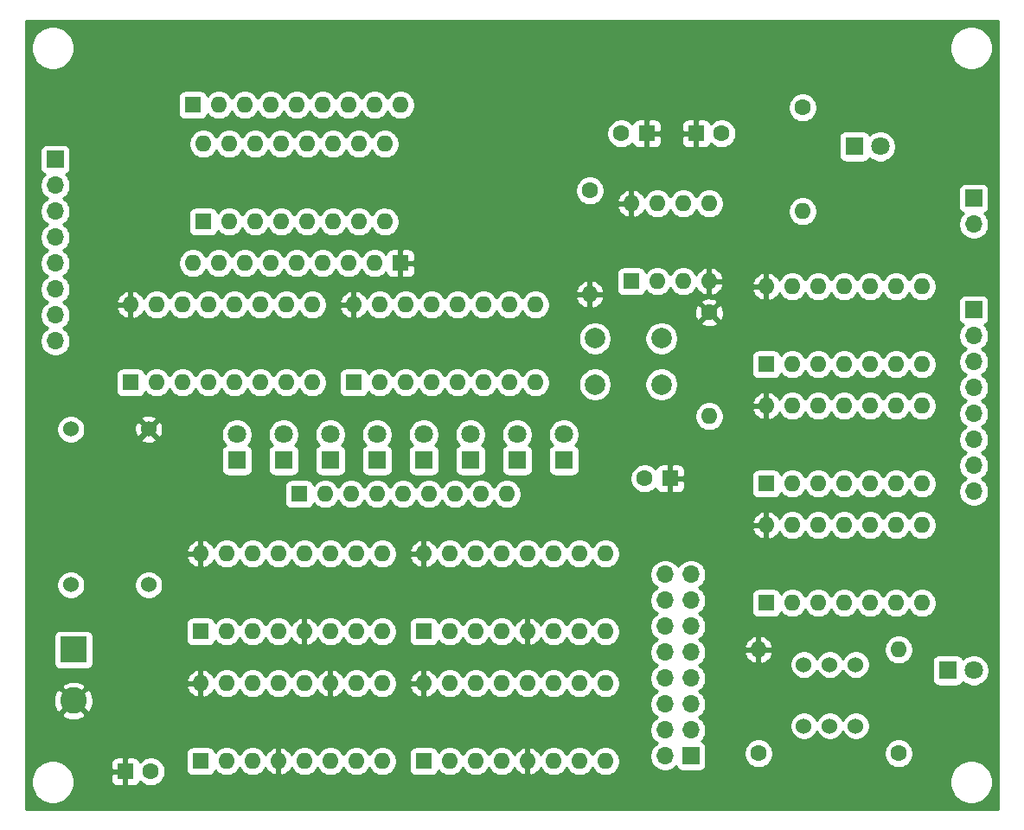
<source format=gbr>
%TF.GenerationSoftware,KiCad,Pcbnew,(5.1.9-0-10_14)*%
%TF.CreationDate,2021-05-17T13:32:26-04:00*%
%TF.ProjectId,CLOCK,434c4f43-4b2e-46b6-9963-61645f706362,rev?*%
%TF.SameCoordinates,Original*%
%TF.FileFunction,Copper,L3,Inr*%
%TF.FilePolarity,Positive*%
%FSLAX46Y46*%
G04 Gerber Fmt 4.6, Leading zero omitted, Abs format (unit mm)*
G04 Created by KiCad (PCBNEW (5.1.9-0-10_14)) date 2021-05-17 13:32:26*
%MOMM*%
%LPD*%
G01*
G04 APERTURE LIST*
%TA.AperFunction,ComponentPad*%
%ADD10C,1.600000*%
%TD*%
%TA.AperFunction,ComponentPad*%
%ADD11R,1.600000X1.600000*%
%TD*%
%TA.AperFunction,ComponentPad*%
%ADD12O,1.600000X1.600000*%
%TD*%
%TA.AperFunction,ComponentPad*%
%ADD13C,1.524000*%
%TD*%
%TA.AperFunction,ComponentPad*%
%ADD14C,2.000000*%
%TD*%
%TA.AperFunction,ComponentPad*%
%ADD15O,1.700000X1.700000*%
%TD*%
%TA.AperFunction,ComponentPad*%
%ADD16R,1.700000X1.700000*%
%TD*%
%TA.AperFunction,ComponentPad*%
%ADD17C,2.600000*%
%TD*%
%TA.AperFunction,ComponentPad*%
%ADD18R,2.600000X2.600000*%
%TD*%
%TA.AperFunction,ComponentPad*%
%ADD19C,1.800000*%
%TD*%
%TA.AperFunction,ComponentPad*%
%ADD20R,1.800000X1.800000*%
%TD*%
%TA.AperFunction,Conductor*%
%ADD21C,0.254000*%
%TD*%
%TA.AperFunction,Conductor*%
%ADD22C,0.100000*%
%TD*%
G04 APERTURE END LIST*
D10*
%TO.N,GND*%
%TO.C,C4*%
X76414000Y-98044000D03*
D11*
%TO.N,+5V*%
X73914000Y-98044000D03*
%TD*%
D10*
%TO.N,GND*%
%TO.C,C3*%
X124754000Y-69342000D03*
D11*
%TO.N,+5V*%
X127254000Y-69342000D03*
%TD*%
D12*
%TO.N,+5V*%
%TO.C,U11*%
X96266000Y-52324000D03*
%TO.N,GND*%
X114046000Y-59944000D03*
X98806000Y-52324000D03*
%TO.N,/1MHz_Pulse*%
X111506000Y-59944000D03*
%TO.N,Net-(J2-Pad4)*%
X101346000Y-52324000D03*
%TO.N,/A7*%
X108966000Y-59944000D03*
%TO.N,Net-(J2-Pad3)*%
X103886000Y-52324000D03*
%TO.N,/A6*%
X106426000Y-59944000D03*
%TO.N,Net-(J2-Pad2)*%
X106426000Y-52324000D03*
%TO.N,/A5*%
X103886000Y-59944000D03*
%TO.N,Net-(J2-Pad1)*%
X108966000Y-52324000D03*
%TO.N,/A4*%
X101346000Y-59944000D03*
%TO.N,/SET_SPEED*%
X111506000Y-52324000D03*
%TO.N,GND*%
X98806000Y-59944000D03*
%TO.N,/SET_SPEED*%
X114046000Y-52324000D03*
D11*
%TO.N,GND*%
X96266000Y-59944000D03*
%TD*%
D12*
%TO.N,+5V*%
%TO.C,U10*%
X136652000Y-73914000D03*
%TO.N,GND*%
X151892000Y-81534000D03*
%TO.N,N/C*%
X139192000Y-73914000D03*
X149352000Y-81534000D03*
X141732000Y-73914000D03*
X146812000Y-81534000D03*
X144272000Y-73914000D03*
X144272000Y-81534000D03*
X146812000Y-73914000D03*
%TO.N,/CLOCK_OUT*%
X141732000Y-81534000D03*
%TO.N,N/C*%
X149352000Y-73914000D03*
%TO.N,Net-(U10-Pad2)*%
X139192000Y-81534000D03*
%TO.N,N/C*%
X151892000Y-73914000D03*
D11*
%TO.N,Net-(U10-Pad1)*%
X136652000Y-81534000D03*
%TD*%
D12*
%TO.N,+5V*%
%TO.C,U9*%
X136652000Y-50546000D03*
%TO.N,GND*%
X151892000Y-58166000D03*
%TO.N,Net-(J34-Pad1)*%
X139192000Y-50546000D03*
%TO.N,Net-(U10-Pad1)*%
X149352000Y-58166000D03*
%TO.N,Net-(D2-Pad2)*%
X141732000Y-50546000D03*
%TO.N,/HALT*%
X146812000Y-58166000D03*
%TO.N,Net-(U9-Pad10)*%
X144272000Y-50546000D03*
%TO.N,Net-(U9-Pad3)*%
X144272000Y-58166000D03*
%TO.N,Net-(U9-Pad10)*%
X146812000Y-50546000D03*
%TO.N,Net-(U9-Pad3)*%
X141732000Y-58166000D03*
%TO.N,/HALT*%
X149352000Y-50546000D03*
%TO.N,Net-(U8-Pad2)*%
X139192000Y-58166000D03*
%TO.N,Net-(U10-Pad2)*%
X151892000Y-50546000D03*
D11*
%TO.N,Net-(U7-Pad3)*%
X136652000Y-58166000D03*
%TD*%
D12*
%TO.N,+5V*%
%TO.C,U8*%
X136652000Y-62230000D03*
%TO.N,GND*%
X151892000Y-69850000D03*
%TO.N,N/C*%
X139192000Y-62230000D03*
X149352000Y-69850000D03*
X141732000Y-62230000D03*
X146812000Y-69850000D03*
X144272000Y-62230000D03*
X144272000Y-69850000D03*
X146812000Y-62230000D03*
X141732000Y-69850000D03*
X149352000Y-62230000D03*
%TO.N,Net-(U8-Pad2)*%
X139192000Y-69850000D03*
%TO.N,N/C*%
X151892000Y-62230000D03*
D11*
%TO.N,Net-(D2-Pad2)*%
X136652000Y-69850000D03*
%TD*%
D12*
%TO.N,+5V*%
%TO.C,U7*%
X123444000Y-42418000D03*
X131064000Y-50038000D03*
%TO.N,Net-(C2-Pad2)*%
X125984000Y-42418000D03*
%TO.N,Net-(U7-Pad3)*%
X128524000Y-50038000D03*
%TO.N,Net-(C2-Pad2)*%
X128524000Y-42418000D03*
%TO.N,Net-(R1-Pad2)*%
X125984000Y-50038000D03*
%TO.N,Net-(C1-Pad2)*%
X131064000Y-42418000D03*
D11*
%TO.N,GND*%
X123444000Y-50038000D03*
%TD*%
D12*
%TO.N,+5V*%
%TO.C,U6*%
X81280000Y-89408000D03*
%TO.N,GND*%
X99060000Y-97028000D03*
%TO.N,Net-(U6-Pad15)*%
X83820000Y-89408000D03*
%TO.N,Net-(J34-Pad8)*%
X96520000Y-97028000D03*
%TO.N,GND*%
X86360000Y-89408000D03*
%TO.N,Net-(J34-Pad6)*%
X93980000Y-97028000D03*
%TO.N,Net-(U6-Pad13)*%
X88900000Y-89408000D03*
%TO.N,Net-(U2-Pad11)*%
X91440000Y-97028000D03*
%TO.N,Net-(U6-Pad12)*%
X91440000Y-89408000D03*
%TO.N,+5V*%
X88900000Y-97028000D03*
X93980000Y-89408000D03*
%TO.N,Net-(J34-Pad2)*%
X86360000Y-97028000D03*
%TO.N,Net-(U6-Pad10)*%
X96520000Y-89408000D03*
%TO.N,Net-(J34-Pad4)*%
X83820000Y-97028000D03*
%TO.N,Net-(U6-Pad9)*%
X99060000Y-89408000D03*
D11*
%TO.N,Net-(U6-Pad1)*%
X81280000Y-97028000D03*
%TD*%
D12*
%TO.N,+5V*%
%TO.C,U5*%
X103124000Y-89408000D03*
%TO.N,GND*%
X120904000Y-97028000D03*
X105664000Y-89408000D03*
%TO.N,Net-(J34-Pad16)*%
X118364000Y-97028000D03*
%TO.N,GND*%
X108204000Y-89408000D03*
%TO.N,Net-(J34-Pad14)*%
X115824000Y-97028000D03*
%TO.N,Net-(U2-Pad11)*%
X110744000Y-89408000D03*
%TO.N,+5V*%
X113284000Y-97028000D03*
%TO.N,Net-(U5-Pad12)*%
X113284000Y-89408000D03*
%TO.N,Net-(U4-Pad13)*%
X110744000Y-97028000D03*
%TO.N,Net-(U2-Pad11)*%
X115824000Y-89408000D03*
%TO.N,Net-(J34-Pad10)*%
X108204000Y-97028000D03*
%TO.N,GND*%
X118364000Y-89408000D03*
%TO.N,Net-(J34-Pad12)*%
X105664000Y-97028000D03*
%TO.N,GND*%
X120904000Y-89408000D03*
D11*
X103124000Y-97028000D03*
%TD*%
D12*
%TO.N,+5V*%
%TO.C,U4*%
X103124000Y-76708000D03*
%TO.N,GND*%
X120904000Y-84328000D03*
%TO.N,/A4*%
X105664000Y-76708000D03*
%TO.N,Net-(U4-Pad7)*%
X118364000Y-84328000D03*
%TO.N,GND*%
X108204000Y-76708000D03*
%TO.N,Net-(U4-Pad6)*%
X115824000Y-84328000D03*
%TO.N,Net-(U4-Pad13)*%
X110744000Y-76708000D03*
%TO.N,+5V*%
X113284000Y-84328000D03*
%TO.N,Net-(U4-Pad12)*%
X113284000Y-76708000D03*
%TO.N,Net-(U2-Pad13)*%
X110744000Y-84328000D03*
%TO.N,Net-(U2-Pad11)*%
X115824000Y-76708000D03*
%TO.N,Net-(U4-Pad3)*%
X108204000Y-84328000D03*
%TO.N,/A6*%
X118364000Y-76708000D03*
%TO.N,Net-(U4-Pad2)*%
X105664000Y-84328000D03*
%TO.N,/A7*%
X120904000Y-76708000D03*
D11*
%TO.N,/A5*%
X103124000Y-84328000D03*
%TD*%
D12*
%TO.N,+5V*%
%TO.C,U3*%
X74422000Y-52324000D03*
%TO.N,GND*%
X92202000Y-59944000D03*
X76962000Y-52324000D03*
%TO.N,/1MHz_Pulse*%
X89662000Y-59944000D03*
%TO.N,Net-(J2-Pad8)*%
X79502000Y-52324000D03*
%TO.N,/A3*%
X87122000Y-59944000D03*
%TO.N,Net-(J2-Pad7)*%
X82042000Y-52324000D03*
%TO.N,/A2*%
X84582000Y-59944000D03*
%TO.N,Net-(J2-Pad6)*%
X84582000Y-52324000D03*
%TO.N,/A1*%
X82042000Y-59944000D03*
%TO.N,Net-(J2-Pad5)*%
X87122000Y-52324000D03*
%TO.N,/A0*%
X79502000Y-59944000D03*
%TO.N,/SET_SPEED*%
X89662000Y-52324000D03*
%TO.N,GND*%
X76962000Y-59944000D03*
%TO.N,/SET_SPEED*%
X92202000Y-52324000D03*
D11*
%TO.N,GND*%
X74422000Y-59944000D03*
%TD*%
D12*
%TO.N,+5V*%
%TO.C,U2*%
X81280000Y-76708000D03*
%TO.N,GND*%
X99060000Y-84328000D03*
%TO.N,/A0*%
X83820000Y-76708000D03*
%TO.N,Net-(U2-Pad7)*%
X96520000Y-84328000D03*
%TO.N,GND*%
X86360000Y-76708000D03*
%TO.N,Net-(U2-Pad6)*%
X93980000Y-84328000D03*
%TO.N,Net-(U2-Pad13)*%
X88900000Y-76708000D03*
%TO.N,+5V*%
X91440000Y-84328000D03*
%TO.N,Net-(U2-Pad12)*%
X91440000Y-76708000D03*
%TO.N,/1MHz_Pulse*%
X88900000Y-84328000D03*
%TO.N,Net-(U2-Pad11)*%
X93980000Y-76708000D03*
%TO.N,Net-(U2-Pad3)*%
X86360000Y-84328000D03*
%TO.N,/A2*%
X96520000Y-76708000D03*
%TO.N,Net-(U2-Pad2)*%
X83820000Y-84328000D03*
%TO.N,/A3*%
X99060000Y-76708000D03*
D11*
%TO.N,/A1*%
X81280000Y-84328000D03*
%TD*%
D13*
%TO.N,/1MHz_Pulse*%
%TO.C,U1*%
X76200000Y-79756000D03*
%TO.N,GND*%
X68580000Y-79756000D03*
%TO.N,+5V*%
X76200000Y-64516000D03*
%TO.N,Net-(U1-Pad1)*%
X68580000Y-64516000D03*
%TD*%
D12*
%TO.N,Net-(J2-Pad8)*%
%TO.C,SW13*%
X81534000Y-36576000D03*
%TO.N,Net-(RN2-Pad2)*%
X99314000Y-44196000D03*
%TO.N,Net-(J2-Pad7)*%
X84074000Y-36576000D03*
%TO.N,Net-(RN2-Pad3)*%
X96774000Y-44196000D03*
%TO.N,Net-(J2-Pad6)*%
X86614000Y-36576000D03*
%TO.N,Net-(RN2-Pad4)*%
X94234000Y-44196000D03*
%TO.N,Net-(J2-Pad5)*%
X89154000Y-36576000D03*
%TO.N,Net-(RN2-Pad5)*%
X91694000Y-44196000D03*
%TO.N,Net-(J2-Pad4)*%
X91694000Y-36576000D03*
%TO.N,Net-(RN2-Pad6)*%
X89154000Y-44196000D03*
%TO.N,Net-(J2-Pad3)*%
X94234000Y-36576000D03*
%TO.N,Net-(RN2-Pad7)*%
X86614000Y-44196000D03*
%TO.N,Net-(J2-Pad2)*%
X96774000Y-36576000D03*
%TO.N,Net-(RN2-Pad8)*%
X84074000Y-44196000D03*
%TO.N,Net-(J2-Pad1)*%
X99314000Y-36576000D03*
D11*
%TO.N,Net-(RN2-Pad9)*%
X81534000Y-44196000D03*
%TD*%
D13*
%TO.N,Net-(D2-Pad2)*%
%TO.C,SW2*%
X140335000Y-93566500D03*
%TO.N,Net-(SW2-Pad4)*%
X145415000Y-93566500D03*
%TO.N,GND*%
X142875000Y-93566500D03*
%TO.N,Net-(SW2-Pad5)*%
X140335000Y-87566500D03*
%TO.N,Net-(SW2-Pad1)*%
X142875000Y-87566500D03*
%TO.N,Net-(SW2-Pad3)*%
X145415000Y-87566500D03*
%TD*%
D14*
%TO.N,GND*%
%TO.C,SW1*%
X126388000Y-55626000D03*
%TO.N,Net-(R1-Pad2)*%
X126388000Y-60126000D03*
%TO.N,GND*%
X119888000Y-55626000D03*
%TO.N,Net-(R1-Pad2)*%
X119888000Y-60126000D03*
%TD*%
D12*
%TO.N,Net-(D8-Pad1)*%
%TO.C,RN3*%
X111252000Y-70866000D03*
%TO.N,Net-(D7-Pad1)*%
X108712000Y-70866000D03*
%TO.N,Net-(D6-Pad1)*%
X106172000Y-70866000D03*
%TO.N,Net-(D5-Pad1)*%
X103632000Y-70866000D03*
%TO.N,Net-(D4-Pad1)*%
X101092000Y-70866000D03*
%TO.N,Net-(D3-Pad1)*%
X98552000Y-70866000D03*
%TO.N,Net-(D54-Pad1)*%
X96012000Y-70866000D03*
%TO.N,Net-(D1-Pad1)*%
X93472000Y-70866000D03*
D11*
%TO.N,GND*%
X90932000Y-70866000D03*
%TD*%
D12*
%TO.N,Net-(RN2-Pad9)*%
%TO.C,RN2*%
X80518000Y-48260000D03*
%TO.N,Net-(RN2-Pad8)*%
X83058000Y-48260000D03*
%TO.N,Net-(RN2-Pad7)*%
X85598000Y-48260000D03*
%TO.N,Net-(RN2-Pad6)*%
X88138000Y-48260000D03*
%TO.N,Net-(RN2-Pad5)*%
X90678000Y-48260000D03*
%TO.N,Net-(RN2-Pad4)*%
X93218000Y-48260000D03*
%TO.N,Net-(RN2-Pad3)*%
X95758000Y-48260000D03*
%TO.N,Net-(RN2-Pad2)*%
X98298000Y-48260000D03*
D11*
%TO.N,+5V*%
X100838000Y-48260000D03*
%TD*%
D12*
%TO.N,Net-(J2-Pad1)*%
%TO.C,RN1*%
X100838000Y-32766000D03*
%TO.N,Net-(J2-Pad2)*%
X98298000Y-32766000D03*
%TO.N,Net-(J2-Pad3)*%
X95758000Y-32766000D03*
%TO.N,Net-(J2-Pad4)*%
X93218000Y-32766000D03*
%TO.N,Net-(J2-Pad5)*%
X90678000Y-32766000D03*
%TO.N,Net-(J2-Pad6)*%
X88138000Y-32766000D03*
%TO.N,Net-(J2-Pad7)*%
X85598000Y-32766000D03*
%TO.N,Net-(J2-Pad8)*%
X83058000Y-32766000D03*
D11*
%TO.N,GND*%
X80518000Y-32766000D03*
%TD*%
D12*
%TO.N,GND*%
%TO.C,R5*%
X140208000Y-43180000D03*
D10*
%TO.N,Net-(D2-Pad1)*%
X140208000Y-33020000D03*
%TD*%
D12*
%TO.N,GND*%
%TO.C,R4*%
X149606000Y-86106000D03*
D10*
%TO.N,Net-(D55-Pad1)*%
X149606000Y-96266000D03*
%TD*%
D12*
%TO.N,+5V*%
%TO.C,R3*%
X135890000Y-86106000D03*
D10*
%TO.N,Net-(D2-Pad2)*%
X135890000Y-96266000D03*
%TD*%
D12*
%TO.N,+5V*%
%TO.C,R2*%
X119380000Y-51308000D03*
D10*
%TO.N,Net-(C2-Pad2)*%
X119380000Y-41148000D03*
%TD*%
D12*
%TO.N,Net-(R1-Pad2)*%
%TO.C,R1*%
X131064000Y-63246000D03*
D10*
%TO.N,+5V*%
X131064000Y-53086000D03*
%TD*%
D15*
%TO.N,Net-(J34-Pad16)*%
%TO.C,J34*%
X126746000Y-78740000D03*
%TO.N,Net-(J34-Pad1)*%
X129286000Y-78740000D03*
%TO.N,Net-(J34-Pad14)*%
X126746000Y-81280000D03*
%TO.N,Net-(J34-Pad1)*%
X129286000Y-81280000D03*
%TO.N,Net-(J34-Pad12)*%
X126746000Y-83820000D03*
%TO.N,Net-(J34-Pad1)*%
X129286000Y-83820000D03*
%TO.N,Net-(J34-Pad10)*%
X126746000Y-86360000D03*
%TO.N,Net-(J34-Pad1)*%
X129286000Y-86360000D03*
%TO.N,Net-(J34-Pad8)*%
X126746000Y-88900000D03*
%TO.N,Net-(J34-Pad1)*%
X129286000Y-88900000D03*
%TO.N,Net-(J34-Pad6)*%
X126746000Y-91440000D03*
%TO.N,Net-(J34-Pad1)*%
X129286000Y-91440000D03*
%TO.N,Net-(J34-Pad4)*%
X126746000Y-93980000D03*
%TO.N,Net-(J34-Pad1)*%
X129286000Y-93980000D03*
%TO.N,Net-(J34-Pad2)*%
X126746000Y-96520000D03*
D16*
%TO.N,Net-(J34-Pad1)*%
X129286000Y-96520000D03*
%TD*%
D15*
%TO.N,/CLOCK_OUT*%
%TO.C,J5*%
X156972000Y-70612000D03*
X156972000Y-68072000D03*
X156972000Y-65532000D03*
X156972000Y-62992000D03*
X156972000Y-60452000D03*
X156972000Y-57912000D03*
X156972000Y-55372000D03*
D16*
X156972000Y-52832000D03*
%TD*%
D15*
%TO.N,/SET_SPEED*%
%TO.C,J3*%
X156972000Y-44450000D03*
D16*
%TO.N,/HALT*%
X156972000Y-41910000D03*
%TD*%
D15*
%TO.N,Net-(J2-Pad8)*%
%TO.C,J2*%
X67056000Y-55880000D03*
%TO.N,Net-(J2-Pad7)*%
X67056000Y-53340000D03*
%TO.N,Net-(J2-Pad6)*%
X67056000Y-50800000D03*
%TO.N,Net-(J2-Pad5)*%
X67056000Y-48260000D03*
%TO.N,Net-(J2-Pad4)*%
X67056000Y-45720000D03*
%TO.N,Net-(J2-Pad3)*%
X67056000Y-43180000D03*
%TO.N,Net-(J2-Pad2)*%
X67056000Y-40640000D03*
D16*
%TO.N,Net-(J2-Pad1)*%
X67056000Y-38100000D03*
%TD*%
D17*
%TO.N,+5V*%
%TO.C,J1*%
X68834000Y-91106000D03*
D18*
%TO.N,GND*%
X68834000Y-86106000D03*
%TD*%
D19*
%TO.N,/CLOCK_OUT*%
%TO.C,D55*%
X156972000Y-88138000D03*
D20*
%TO.N,Net-(D55-Pad1)*%
X154432000Y-88138000D03*
%TD*%
D19*
%TO.N,/A1*%
%TO.C,D54*%
X89408000Y-65024000D03*
D20*
%TO.N,Net-(D54-Pad1)*%
X89408000Y-67564000D03*
%TD*%
D19*
%TO.N,/A7*%
%TO.C,D8*%
X116840000Y-65024000D03*
D20*
%TO.N,Net-(D8-Pad1)*%
X116840000Y-67564000D03*
%TD*%
D19*
%TO.N,/A6*%
%TO.C,D7*%
X112268000Y-65024000D03*
D20*
%TO.N,Net-(D7-Pad1)*%
X112268000Y-67564000D03*
%TD*%
D19*
%TO.N,/A5*%
%TO.C,D6*%
X107696000Y-65024000D03*
D20*
%TO.N,Net-(D6-Pad1)*%
X107696000Y-67564000D03*
%TD*%
D19*
%TO.N,/A4*%
%TO.C,D5*%
X103124000Y-65024000D03*
D20*
%TO.N,Net-(D5-Pad1)*%
X103124000Y-67564000D03*
%TD*%
D19*
%TO.N,/A3*%
%TO.C,D4*%
X98552000Y-65024000D03*
D20*
%TO.N,Net-(D4-Pad1)*%
X98552000Y-67564000D03*
%TD*%
D19*
%TO.N,/A2*%
%TO.C,D3*%
X93980000Y-65024000D03*
D20*
%TO.N,Net-(D3-Pad1)*%
X93980000Y-67564000D03*
%TD*%
D19*
%TO.N,Net-(D2-Pad2)*%
%TO.C,D2*%
X147828000Y-36830000D03*
D20*
%TO.N,Net-(D2-Pad1)*%
X145288000Y-36830000D03*
%TD*%
D19*
%TO.N,/A0*%
%TO.C,D1*%
X84836000Y-65024000D03*
D20*
%TO.N,Net-(D1-Pad1)*%
X84836000Y-67564000D03*
%TD*%
D10*
%TO.N,Net-(C2-Pad2)*%
%TO.C,C2*%
X122468000Y-35560000D03*
D11*
%TO.N,+5V*%
X124968000Y-35560000D03*
%TD*%
D10*
%TO.N,Net-(C1-Pad2)*%
%TO.C,C1*%
X132294000Y-35560000D03*
D11*
%TO.N,+5V*%
X129794000Y-35560000D03*
%TD*%
D21*
%TO.N,+5V*%
X159360001Y-25367572D02*
X159360000Y-25367582D01*
X159360001Y-28161572D01*
X159360000Y-28161582D01*
X159360001Y-101702000D01*
X64160000Y-101702000D01*
X64160000Y-98849721D01*
X64667000Y-98849721D01*
X64667000Y-99270279D01*
X64749047Y-99682756D01*
X64909988Y-100071302D01*
X65143637Y-100420983D01*
X65441017Y-100718363D01*
X65790698Y-100952012D01*
X66179244Y-101112953D01*
X66591721Y-101195000D01*
X67012279Y-101195000D01*
X67424756Y-101112953D01*
X67813302Y-100952012D01*
X68162983Y-100718363D01*
X68460363Y-100420983D01*
X68694012Y-100071302D01*
X68854953Y-99682756D01*
X68937000Y-99270279D01*
X68937000Y-98849721D01*
X68935863Y-98844000D01*
X72475928Y-98844000D01*
X72488188Y-98968482D01*
X72524498Y-99088180D01*
X72583463Y-99198494D01*
X72662815Y-99295185D01*
X72759506Y-99374537D01*
X72869820Y-99433502D01*
X72989518Y-99469812D01*
X73114000Y-99482072D01*
X73628250Y-99479000D01*
X73787000Y-99320250D01*
X73787000Y-98171000D01*
X72637750Y-98171000D01*
X72479000Y-98329750D01*
X72475928Y-98844000D01*
X68935863Y-98844000D01*
X68854953Y-98437244D01*
X68694012Y-98048698D01*
X68460363Y-97699017D01*
X68162983Y-97401637D01*
X67927063Y-97244000D01*
X72475928Y-97244000D01*
X72479000Y-97758250D01*
X72637750Y-97917000D01*
X73787000Y-97917000D01*
X73787000Y-96767750D01*
X74041000Y-96767750D01*
X74041000Y-97917000D01*
X74061000Y-97917000D01*
X74061000Y-98171000D01*
X74041000Y-98171000D01*
X74041000Y-99320250D01*
X74199750Y-99479000D01*
X74714000Y-99482072D01*
X74838482Y-99469812D01*
X74958180Y-99433502D01*
X75068494Y-99374537D01*
X75165185Y-99295185D01*
X75244537Y-99198494D01*
X75303502Y-99088180D01*
X75332661Y-98992057D01*
X75499241Y-99158637D01*
X75734273Y-99315680D01*
X75995426Y-99423853D01*
X76272665Y-99479000D01*
X76555335Y-99479000D01*
X76832574Y-99423853D01*
X77093727Y-99315680D01*
X77328759Y-99158637D01*
X77528637Y-98958759D01*
X77601493Y-98849721D01*
X154583000Y-98849721D01*
X154583000Y-99270279D01*
X154665047Y-99682756D01*
X154825988Y-100071302D01*
X155059637Y-100420983D01*
X155357017Y-100718363D01*
X155706698Y-100952012D01*
X156095244Y-101112953D01*
X156507721Y-101195000D01*
X156928279Y-101195000D01*
X157340756Y-101112953D01*
X157729302Y-100952012D01*
X158078983Y-100718363D01*
X158376363Y-100420983D01*
X158610012Y-100071302D01*
X158770953Y-99682756D01*
X158853000Y-99270279D01*
X158853000Y-98849721D01*
X158770953Y-98437244D01*
X158610012Y-98048698D01*
X158376363Y-97699017D01*
X158078983Y-97401637D01*
X157729302Y-97167988D01*
X157340756Y-97007047D01*
X156928279Y-96925000D01*
X156507721Y-96925000D01*
X156095244Y-97007047D01*
X155706698Y-97167988D01*
X155357017Y-97401637D01*
X155059637Y-97699017D01*
X154825988Y-98048698D01*
X154665047Y-98437244D01*
X154583000Y-98849721D01*
X77601493Y-98849721D01*
X77685680Y-98723727D01*
X77793853Y-98462574D01*
X77849000Y-98185335D01*
X77849000Y-97902665D01*
X77793853Y-97625426D01*
X77685680Y-97364273D01*
X77528637Y-97129241D01*
X77328759Y-96929363D01*
X77093727Y-96772320D01*
X76832574Y-96664147D01*
X76555335Y-96609000D01*
X76272665Y-96609000D01*
X75995426Y-96664147D01*
X75734273Y-96772320D01*
X75499241Y-96929363D01*
X75332661Y-97095943D01*
X75303502Y-96999820D01*
X75244537Y-96889506D01*
X75165185Y-96792815D01*
X75068494Y-96713463D01*
X74958180Y-96654498D01*
X74838482Y-96618188D01*
X74714000Y-96605928D01*
X74199750Y-96609000D01*
X74041000Y-96767750D01*
X73787000Y-96767750D01*
X73628250Y-96609000D01*
X73114000Y-96605928D01*
X72989518Y-96618188D01*
X72869820Y-96654498D01*
X72759506Y-96713463D01*
X72662815Y-96792815D01*
X72583463Y-96889506D01*
X72524498Y-96999820D01*
X72488188Y-97119518D01*
X72475928Y-97244000D01*
X67927063Y-97244000D01*
X67813302Y-97167988D01*
X67424756Y-97007047D01*
X67012279Y-96925000D01*
X66591721Y-96925000D01*
X66179244Y-97007047D01*
X65790698Y-97167988D01*
X65441017Y-97401637D01*
X65143637Y-97699017D01*
X64909988Y-98048698D01*
X64749047Y-98437244D01*
X64667000Y-98849721D01*
X64160000Y-98849721D01*
X64160000Y-96228000D01*
X79841928Y-96228000D01*
X79841928Y-97828000D01*
X79854188Y-97952482D01*
X79890498Y-98072180D01*
X79949463Y-98182494D01*
X80028815Y-98279185D01*
X80125506Y-98358537D01*
X80235820Y-98417502D01*
X80355518Y-98453812D01*
X80480000Y-98466072D01*
X82080000Y-98466072D01*
X82204482Y-98453812D01*
X82324180Y-98417502D01*
X82434494Y-98358537D01*
X82531185Y-98279185D01*
X82610537Y-98182494D01*
X82669502Y-98072180D01*
X82705812Y-97952482D01*
X82706643Y-97944039D01*
X82905241Y-98142637D01*
X83140273Y-98299680D01*
X83401426Y-98407853D01*
X83678665Y-98463000D01*
X83961335Y-98463000D01*
X84238574Y-98407853D01*
X84499727Y-98299680D01*
X84734759Y-98142637D01*
X84934637Y-97942759D01*
X85090000Y-97710241D01*
X85245363Y-97942759D01*
X85445241Y-98142637D01*
X85680273Y-98299680D01*
X85941426Y-98407853D01*
X86218665Y-98463000D01*
X86501335Y-98463000D01*
X86778574Y-98407853D01*
X87039727Y-98299680D01*
X87274759Y-98142637D01*
X87474637Y-97942759D01*
X87631680Y-97707727D01*
X87636067Y-97697135D01*
X87747615Y-97883131D01*
X87936586Y-98091519D01*
X88162580Y-98259037D01*
X88416913Y-98379246D01*
X88550961Y-98419904D01*
X88773000Y-98297915D01*
X88773000Y-97155000D01*
X88753000Y-97155000D01*
X88753000Y-96901000D01*
X88773000Y-96901000D01*
X88773000Y-95758085D01*
X89027000Y-95758085D01*
X89027000Y-96901000D01*
X89047000Y-96901000D01*
X89047000Y-97155000D01*
X89027000Y-97155000D01*
X89027000Y-98297915D01*
X89249039Y-98419904D01*
X89383087Y-98379246D01*
X89637420Y-98259037D01*
X89863414Y-98091519D01*
X90052385Y-97883131D01*
X90163933Y-97697135D01*
X90168320Y-97707727D01*
X90325363Y-97942759D01*
X90525241Y-98142637D01*
X90760273Y-98299680D01*
X91021426Y-98407853D01*
X91298665Y-98463000D01*
X91581335Y-98463000D01*
X91858574Y-98407853D01*
X92119727Y-98299680D01*
X92354759Y-98142637D01*
X92554637Y-97942759D01*
X92710000Y-97710241D01*
X92865363Y-97942759D01*
X93065241Y-98142637D01*
X93300273Y-98299680D01*
X93561426Y-98407853D01*
X93838665Y-98463000D01*
X94121335Y-98463000D01*
X94398574Y-98407853D01*
X94659727Y-98299680D01*
X94894759Y-98142637D01*
X95094637Y-97942759D01*
X95250000Y-97710241D01*
X95405363Y-97942759D01*
X95605241Y-98142637D01*
X95840273Y-98299680D01*
X96101426Y-98407853D01*
X96378665Y-98463000D01*
X96661335Y-98463000D01*
X96938574Y-98407853D01*
X97199727Y-98299680D01*
X97434759Y-98142637D01*
X97634637Y-97942759D01*
X97790000Y-97710241D01*
X97945363Y-97942759D01*
X98145241Y-98142637D01*
X98380273Y-98299680D01*
X98641426Y-98407853D01*
X98918665Y-98463000D01*
X99201335Y-98463000D01*
X99478574Y-98407853D01*
X99739727Y-98299680D01*
X99974759Y-98142637D01*
X100174637Y-97942759D01*
X100331680Y-97707727D01*
X100439853Y-97446574D01*
X100495000Y-97169335D01*
X100495000Y-96886665D01*
X100439853Y-96609426D01*
X100331680Y-96348273D01*
X100251317Y-96228000D01*
X101685928Y-96228000D01*
X101685928Y-97828000D01*
X101698188Y-97952482D01*
X101734498Y-98072180D01*
X101793463Y-98182494D01*
X101872815Y-98279185D01*
X101969506Y-98358537D01*
X102079820Y-98417502D01*
X102199518Y-98453812D01*
X102324000Y-98466072D01*
X103924000Y-98466072D01*
X104048482Y-98453812D01*
X104168180Y-98417502D01*
X104278494Y-98358537D01*
X104375185Y-98279185D01*
X104454537Y-98182494D01*
X104513502Y-98072180D01*
X104549812Y-97952482D01*
X104550643Y-97944039D01*
X104749241Y-98142637D01*
X104984273Y-98299680D01*
X105245426Y-98407853D01*
X105522665Y-98463000D01*
X105805335Y-98463000D01*
X106082574Y-98407853D01*
X106343727Y-98299680D01*
X106578759Y-98142637D01*
X106778637Y-97942759D01*
X106934000Y-97710241D01*
X107089363Y-97942759D01*
X107289241Y-98142637D01*
X107524273Y-98299680D01*
X107785426Y-98407853D01*
X108062665Y-98463000D01*
X108345335Y-98463000D01*
X108622574Y-98407853D01*
X108883727Y-98299680D01*
X109118759Y-98142637D01*
X109318637Y-97942759D01*
X109474000Y-97710241D01*
X109629363Y-97942759D01*
X109829241Y-98142637D01*
X110064273Y-98299680D01*
X110325426Y-98407853D01*
X110602665Y-98463000D01*
X110885335Y-98463000D01*
X111162574Y-98407853D01*
X111423727Y-98299680D01*
X111658759Y-98142637D01*
X111858637Y-97942759D01*
X112015680Y-97707727D01*
X112020067Y-97697135D01*
X112131615Y-97883131D01*
X112320586Y-98091519D01*
X112546580Y-98259037D01*
X112800913Y-98379246D01*
X112934961Y-98419904D01*
X113157000Y-98297915D01*
X113157000Y-97155000D01*
X113137000Y-97155000D01*
X113137000Y-96901000D01*
X113157000Y-96901000D01*
X113157000Y-95758085D01*
X113411000Y-95758085D01*
X113411000Y-96901000D01*
X113431000Y-96901000D01*
X113431000Y-97155000D01*
X113411000Y-97155000D01*
X113411000Y-98297915D01*
X113633039Y-98419904D01*
X113767087Y-98379246D01*
X114021420Y-98259037D01*
X114247414Y-98091519D01*
X114436385Y-97883131D01*
X114547933Y-97697135D01*
X114552320Y-97707727D01*
X114709363Y-97942759D01*
X114909241Y-98142637D01*
X115144273Y-98299680D01*
X115405426Y-98407853D01*
X115682665Y-98463000D01*
X115965335Y-98463000D01*
X116242574Y-98407853D01*
X116503727Y-98299680D01*
X116738759Y-98142637D01*
X116938637Y-97942759D01*
X117094000Y-97710241D01*
X117249363Y-97942759D01*
X117449241Y-98142637D01*
X117684273Y-98299680D01*
X117945426Y-98407853D01*
X118222665Y-98463000D01*
X118505335Y-98463000D01*
X118782574Y-98407853D01*
X119043727Y-98299680D01*
X119278759Y-98142637D01*
X119478637Y-97942759D01*
X119634000Y-97710241D01*
X119789363Y-97942759D01*
X119989241Y-98142637D01*
X120224273Y-98299680D01*
X120485426Y-98407853D01*
X120762665Y-98463000D01*
X121045335Y-98463000D01*
X121322574Y-98407853D01*
X121583727Y-98299680D01*
X121818759Y-98142637D01*
X122018637Y-97942759D01*
X122175680Y-97707727D01*
X122283853Y-97446574D01*
X122339000Y-97169335D01*
X122339000Y-96886665D01*
X122283853Y-96609426D01*
X122175680Y-96348273D01*
X122018637Y-96113241D01*
X121818759Y-95913363D01*
X121583727Y-95756320D01*
X121322574Y-95648147D01*
X121045335Y-95593000D01*
X120762665Y-95593000D01*
X120485426Y-95648147D01*
X120224273Y-95756320D01*
X119989241Y-95913363D01*
X119789363Y-96113241D01*
X119634000Y-96345759D01*
X119478637Y-96113241D01*
X119278759Y-95913363D01*
X119043727Y-95756320D01*
X118782574Y-95648147D01*
X118505335Y-95593000D01*
X118222665Y-95593000D01*
X117945426Y-95648147D01*
X117684273Y-95756320D01*
X117449241Y-95913363D01*
X117249363Y-96113241D01*
X117094000Y-96345759D01*
X116938637Y-96113241D01*
X116738759Y-95913363D01*
X116503727Y-95756320D01*
X116242574Y-95648147D01*
X115965335Y-95593000D01*
X115682665Y-95593000D01*
X115405426Y-95648147D01*
X115144273Y-95756320D01*
X114909241Y-95913363D01*
X114709363Y-96113241D01*
X114552320Y-96348273D01*
X114547933Y-96358865D01*
X114436385Y-96172869D01*
X114247414Y-95964481D01*
X114021420Y-95796963D01*
X113767087Y-95676754D01*
X113633039Y-95636096D01*
X113411000Y-95758085D01*
X113157000Y-95758085D01*
X112934961Y-95636096D01*
X112800913Y-95676754D01*
X112546580Y-95796963D01*
X112320586Y-95964481D01*
X112131615Y-96172869D01*
X112020067Y-96358865D01*
X112015680Y-96348273D01*
X111858637Y-96113241D01*
X111658759Y-95913363D01*
X111423727Y-95756320D01*
X111162574Y-95648147D01*
X110885335Y-95593000D01*
X110602665Y-95593000D01*
X110325426Y-95648147D01*
X110064273Y-95756320D01*
X109829241Y-95913363D01*
X109629363Y-96113241D01*
X109474000Y-96345759D01*
X109318637Y-96113241D01*
X109118759Y-95913363D01*
X108883727Y-95756320D01*
X108622574Y-95648147D01*
X108345335Y-95593000D01*
X108062665Y-95593000D01*
X107785426Y-95648147D01*
X107524273Y-95756320D01*
X107289241Y-95913363D01*
X107089363Y-96113241D01*
X106934000Y-96345759D01*
X106778637Y-96113241D01*
X106578759Y-95913363D01*
X106343727Y-95756320D01*
X106082574Y-95648147D01*
X105805335Y-95593000D01*
X105522665Y-95593000D01*
X105245426Y-95648147D01*
X104984273Y-95756320D01*
X104749241Y-95913363D01*
X104550643Y-96111961D01*
X104549812Y-96103518D01*
X104513502Y-95983820D01*
X104454537Y-95873506D01*
X104375185Y-95776815D01*
X104278494Y-95697463D01*
X104168180Y-95638498D01*
X104048482Y-95602188D01*
X103924000Y-95589928D01*
X102324000Y-95589928D01*
X102199518Y-95602188D01*
X102079820Y-95638498D01*
X101969506Y-95697463D01*
X101872815Y-95776815D01*
X101793463Y-95873506D01*
X101734498Y-95983820D01*
X101698188Y-96103518D01*
X101685928Y-96228000D01*
X100251317Y-96228000D01*
X100174637Y-96113241D01*
X99974759Y-95913363D01*
X99739727Y-95756320D01*
X99478574Y-95648147D01*
X99201335Y-95593000D01*
X98918665Y-95593000D01*
X98641426Y-95648147D01*
X98380273Y-95756320D01*
X98145241Y-95913363D01*
X97945363Y-96113241D01*
X97790000Y-96345759D01*
X97634637Y-96113241D01*
X97434759Y-95913363D01*
X97199727Y-95756320D01*
X96938574Y-95648147D01*
X96661335Y-95593000D01*
X96378665Y-95593000D01*
X96101426Y-95648147D01*
X95840273Y-95756320D01*
X95605241Y-95913363D01*
X95405363Y-96113241D01*
X95250000Y-96345759D01*
X95094637Y-96113241D01*
X94894759Y-95913363D01*
X94659727Y-95756320D01*
X94398574Y-95648147D01*
X94121335Y-95593000D01*
X93838665Y-95593000D01*
X93561426Y-95648147D01*
X93300273Y-95756320D01*
X93065241Y-95913363D01*
X92865363Y-96113241D01*
X92710000Y-96345759D01*
X92554637Y-96113241D01*
X92354759Y-95913363D01*
X92119727Y-95756320D01*
X91858574Y-95648147D01*
X91581335Y-95593000D01*
X91298665Y-95593000D01*
X91021426Y-95648147D01*
X90760273Y-95756320D01*
X90525241Y-95913363D01*
X90325363Y-96113241D01*
X90168320Y-96348273D01*
X90163933Y-96358865D01*
X90052385Y-96172869D01*
X89863414Y-95964481D01*
X89637420Y-95796963D01*
X89383087Y-95676754D01*
X89249039Y-95636096D01*
X89027000Y-95758085D01*
X88773000Y-95758085D01*
X88550961Y-95636096D01*
X88416913Y-95676754D01*
X88162580Y-95796963D01*
X87936586Y-95964481D01*
X87747615Y-96172869D01*
X87636067Y-96358865D01*
X87631680Y-96348273D01*
X87474637Y-96113241D01*
X87274759Y-95913363D01*
X87039727Y-95756320D01*
X86778574Y-95648147D01*
X86501335Y-95593000D01*
X86218665Y-95593000D01*
X85941426Y-95648147D01*
X85680273Y-95756320D01*
X85445241Y-95913363D01*
X85245363Y-96113241D01*
X85090000Y-96345759D01*
X84934637Y-96113241D01*
X84734759Y-95913363D01*
X84499727Y-95756320D01*
X84238574Y-95648147D01*
X83961335Y-95593000D01*
X83678665Y-95593000D01*
X83401426Y-95648147D01*
X83140273Y-95756320D01*
X82905241Y-95913363D01*
X82706643Y-96111961D01*
X82705812Y-96103518D01*
X82669502Y-95983820D01*
X82610537Y-95873506D01*
X82531185Y-95776815D01*
X82434494Y-95697463D01*
X82324180Y-95638498D01*
X82204482Y-95602188D01*
X82080000Y-95589928D01*
X80480000Y-95589928D01*
X80355518Y-95602188D01*
X80235820Y-95638498D01*
X80125506Y-95697463D01*
X80028815Y-95776815D01*
X79949463Y-95873506D01*
X79890498Y-95983820D01*
X79854188Y-96103518D01*
X79841928Y-96228000D01*
X64160000Y-96228000D01*
X64160000Y-92455224D01*
X67664381Y-92455224D01*
X67796317Y-92750312D01*
X68137045Y-92921159D01*
X68504557Y-93022250D01*
X68884729Y-93049701D01*
X69262951Y-93002457D01*
X69624690Y-92882333D01*
X69871683Y-92750312D01*
X70003619Y-92455224D01*
X68834000Y-91285605D01*
X67664381Y-92455224D01*
X64160000Y-92455224D01*
X64160000Y-91156729D01*
X66890299Y-91156729D01*
X66937543Y-91534951D01*
X67057667Y-91896690D01*
X67189688Y-92143683D01*
X67484776Y-92275619D01*
X68654395Y-91106000D01*
X69013605Y-91106000D01*
X70183224Y-92275619D01*
X70478312Y-92143683D01*
X70649159Y-91802955D01*
X70750250Y-91435443D01*
X70777701Y-91055271D01*
X70730457Y-90677049D01*
X70610333Y-90315310D01*
X70478312Y-90068317D01*
X70183224Y-89936381D01*
X69013605Y-91106000D01*
X68654395Y-91106000D01*
X67484776Y-89936381D01*
X67189688Y-90068317D01*
X67018841Y-90409045D01*
X66917750Y-90776557D01*
X66890299Y-91156729D01*
X64160000Y-91156729D01*
X64160000Y-89756776D01*
X67664381Y-89756776D01*
X68834000Y-90926395D01*
X70003355Y-89757040D01*
X79888091Y-89757040D01*
X79982930Y-90021881D01*
X80127615Y-90263131D01*
X80316586Y-90471519D01*
X80542580Y-90639037D01*
X80796913Y-90759246D01*
X80930961Y-90799904D01*
X81153000Y-90677915D01*
X81153000Y-89535000D01*
X80009376Y-89535000D01*
X79888091Y-89757040D01*
X70003355Y-89757040D01*
X70003619Y-89756776D01*
X69871683Y-89461688D01*
X69530955Y-89290841D01*
X69163443Y-89189750D01*
X68783271Y-89162299D01*
X68405049Y-89209543D01*
X68043310Y-89329667D01*
X67796317Y-89461688D01*
X67664381Y-89756776D01*
X64160000Y-89756776D01*
X64160000Y-89058960D01*
X79888091Y-89058960D01*
X80009376Y-89281000D01*
X81153000Y-89281000D01*
X81153000Y-88138085D01*
X81407000Y-88138085D01*
X81407000Y-89281000D01*
X81427000Y-89281000D01*
X81427000Y-89535000D01*
X81407000Y-89535000D01*
X81407000Y-90677915D01*
X81629039Y-90799904D01*
X81763087Y-90759246D01*
X82017420Y-90639037D01*
X82243414Y-90471519D01*
X82432385Y-90263131D01*
X82543933Y-90077135D01*
X82548320Y-90087727D01*
X82705363Y-90322759D01*
X82905241Y-90522637D01*
X83140273Y-90679680D01*
X83401426Y-90787853D01*
X83678665Y-90843000D01*
X83961335Y-90843000D01*
X84238574Y-90787853D01*
X84499727Y-90679680D01*
X84734759Y-90522637D01*
X84934637Y-90322759D01*
X85090000Y-90090241D01*
X85245363Y-90322759D01*
X85445241Y-90522637D01*
X85680273Y-90679680D01*
X85941426Y-90787853D01*
X86218665Y-90843000D01*
X86501335Y-90843000D01*
X86778574Y-90787853D01*
X87039727Y-90679680D01*
X87274759Y-90522637D01*
X87474637Y-90322759D01*
X87630000Y-90090241D01*
X87785363Y-90322759D01*
X87985241Y-90522637D01*
X88220273Y-90679680D01*
X88481426Y-90787853D01*
X88758665Y-90843000D01*
X89041335Y-90843000D01*
X89318574Y-90787853D01*
X89579727Y-90679680D01*
X89814759Y-90522637D01*
X90014637Y-90322759D01*
X90170000Y-90090241D01*
X90325363Y-90322759D01*
X90525241Y-90522637D01*
X90760273Y-90679680D01*
X91021426Y-90787853D01*
X91298665Y-90843000D01*
X91581335Y-90843000D01*
X91858574Y-90787853D01*
X92119727Y-90679680D01*
X92354759Y-90522637D01*
X92554637Y-90322759D01*
X92711680Y-90087727D01*
X92716067Y-90077135D01*
X92827615Y-90263131D01*
X93016586Y-90471519D01*
X93242580Y-90639037D01*
X93496913Y-90759246D01*
X93630961Y-90799904D01*
X93853000Y-90677915D01*
X93853000Y-89535000D01*
X93833000Y-89535000D01*
X93833000Y-89281000D01*
X93853000Y-89281000D01*
X93853000Y-88138085D01*
X94107000Y-88138085D01*
X94107000Y-89281000D01*
X94127000Y-89281000D01*
X94127000Y-89535000D01*
X94107000Y-89535000D01*
X94107000Y-90677915D01*
X94329039Y-90799904D01*
X94463087Y-90759246D01*
X94717420Y-90639037D01*
X94943414Y-90471519D01*
X95132385Y-90263131D01*
X95243933Y-90077135D01*
X95248320Y-90087727D01*
X95405363Y-90322759D01*
X95605241Y-90522637D01*
X95840273Y-90679680D01*
X96101426Y-90787853D01*
X96378665Y-90843000D01*
X96661335Y-90843000D01*
X96938574Y-90787853D01*
X97199727Y-90679680D01*
X97434759Y-90522637D01*
X97634637Y-90322759D01*
X97790000Y-90090241D01*
X97945363Y-90322759D01*
X98145241Y-90522637D01*
X98380273Y-90679680D01*
X98641426Y-90787853D01*
X98918665Y-90843000D01*
X99201335Y-90843000D01*
X99478574Y-90787853D01*
X99739727Y-90679680D01*
X99974759Y-90522637D01*
X100174637Y-90322759D01*
X100331680Y-90087727D01*
X100439853Y-89826574D01*
X100453684Y-89757040D01*
X101732091Y-89757040D01*
X101826930Y-90021881D01*
X101971615Y-90263131D01*
X102160586Y-90471519D01*
X102386580Y-90639037D01*
X102640913Y-90759246D01*
X102774961Y-90799904D01*
X102997000Y-90677915D01*
X102997000Y-89535000D01*
X101853376Y-89535000D01*
X101732091Y-89757040D01*
X100453684Y-89757040D01*
X100495000Y-89549335D01*
X100495000Y-89266665D01*
X100453685Y-89058960D01*
X101732091Y-89058960D01*
X101853376Y-89281000D01*
X102997000Y-89281000D01*
X102997000Y-88138085D01*
X103251000Y-88138085D01*
X103251000Y-89281000D01*
X103271000Y-89281000D01*
X103271000Y-89535000D01*
X103251000Y-89535000D01*
X103251000Y-90677915D01*
X103473039Y-90799904D01*
X103607087Y-90759246D01*
X103861420Y-90639037D01*
X104087414Y-90471519D01*
X104276385Y-90263131D01*
X104387933Y-90077135D01*
X104392320Y-90087727D01*
X104549363Y-90322759D01*
X104749241Y-90522637D01*
X104984273Y-90679680D01*
X105245426Y-90787853D01*
X105522665Y-90843000D01*
X105805335Y-90843000D01*
X106082574Y-90787853D01*
X106343727Y-90679680D01*
X106578759Y-90522637D01*
X106778637Y-90322759D01*
X106934000Y-90090241D01*
X107089363Y-90322759D01*
X107289241Y-90522637D01*
X107524273Y-90679680D01*
X107785426Y-90787853D01*
X108062665Y-90843000D01*
X108345335Y-90843000D01*
X108622574Y-90787853D01*
X108883727Y-90679680D01*
X109118759Y-90522637D01*
X109318637Y-90322759D01*
X109474000Y-90090241D01*
X109629363Y-90322759D01*
X109829241Y-90522637D01*
X110064273Y-90679680D01*
X110325426Y-90787853D01*
X110602665Y-90843000D01*
X110885335Y-90843000D01*
X111162574Y-90787853D01*
X111423727Y-90679680D01*
X111658759Y-90522637D01*
X111858637Y-90322759D01*
X112014000Y-90090241D01*
X112169363Y-90322759D01*
X112369241Y-90522637D01*
X112604273Y-90679680D01*
X112865426Y-90787853D01*
X113142665Y-90843000D01*
X113425335Y-90843000D01*
X113702574Y-90787853D01*
X113963727Y-90679680D01*
X114198759Y-90522637D01*
X114398637Y-90322759D01*
X114554000Y-90090241D01*
X114709363Y-90322759D01*
X114909241Y-90522637D01*
X115144273Y-90679680D01*
X115405426Y-90787853D01*
X115682665Y-90843000D01*
X115965335Y-90843000D01*
X116242574Y-90787853D01*
X116503727Y-90679680D01*
X116738759Y-90522637D01*
X116938637Y-90322759D01*
X117094000Y-90090241D01*
X117249363Y-90322759D01*
X117449241Y-90522637D01*
X117684273Y-90679680D01*
X117945426Y-90787853D01*
X118222665Y-90843000D01*
X118505335Y-90843000D01*
X118782574Y-90787853D01*
X119043727Y-90679680D01*
X119278759Y-90522637D01*
X119478637Y-90322759D01*
X119634000Y-90090241D01*
X119789363Y-90322759D01*
X119989241Y-90522637D01*
X120224273Y-90679680D01*
X120485426Y-90787853D01*
X120762665Y-90843000D01*
X121045335Y-90843000D01*
X121322574Y-90787853D01*
X121583727Y-90679680D01*
X121818759Y-90522637D01*
X122018637Y-90322759D01*
X122175680Y-90087727D01*
X122283853Y-89826574D01*
X122339000Y-89549335D01*
X122339000Y-89266665D01*
X122283853Y-88989426D01*
X122175680Y-88728273D01*
X122018637Y-88493241D01*
X121818759Y-88293363D01*
X121583727Y-88136320D01*
X121322574Y-88028147D01*
X121045335Y-87973000D01*
X120762665Y-87973000D01*
X120485426Y-88028147D01*
X120224273Y-88136320D01*
X119989241Y-88293363D01*
X119789363Y-88493241D01*
X119634000Y-88725759D01*
X119478637Y-88493241D01*
X119278759Y-88293363D01*
X119043727Y-88136320D01*
X118782574Y-88028147D01*
X118505335Y-87973000D01*
X118222665Y-87973000D01*
X117945426Y-88028147D01*
X117684273Y-88136320D01*
X117449241Y-88293363D01*
X117249363Y-88493241D01*
X117094000Y-88725759D01*
X116938637Y-88493241D01*
X116738759Y-88293363D01*
X116503727Y-88136320D01*
X116242574Y-88028147D01*
X115965335Y-87973000D01*
X115682665Y-87973000D01*
X115405426Y-88028147D01*
X115144273Y-88136320D01*
X114909241Y-88293363D01*
X114709363Y-88493241D01*
X114554000Y-88725759D01*
X114398637Y-88493241D01*
X114198759Y-88293363D01*
X113963727Y-88136320D01*
X113702574Y-88028147D01*
X113425335Y-87973000D01*
X113142665Y-87973000D01*
X112865426Y-88028147D01*
X112604273Y-88136320D01*
X112369241Y-88293363D01*
X112169363Y-88493241D01*
X112014000Y-88725759D01*
X111858637Y-88493241D01*
X111658759Y-88293363D01*
X111423727Y-88136320D01*
X111162574Y-88028147D01*
X110885335Y-87973000D01*
X110602665Y-87973000D01*
X110325426Y-88028147D01*
X110064273Y-88136320D01*
X109829241Y-88293363D01*
X109629363Y-88493241D01*
X109474000Y-88725759D01*
X109318637Y-88493241D01*
X109118759Y-88293363D01*
X108883727Y-88136320D01*
X108622574Y-88028147D01*
X108345335Y-87973000D01*
X108062665Y-87973000D01*
X107785426Y-88028147D01*
X107524273Y-88136320D01*
X107289241Y-88293363D01*
X107089363Y-88493241D01*
X106934000Y-88725759D01*
X106778637Y-88493241D01*
X106578759Y-88293363D01*
X106343727Y-88136320D01*
X106082574Y-88028147D01*
X105805335Y-87973000D01*
X105522665Y-87973000D01*
X105245426Y-88028147D01*
X104984273Y-88136320D01*
X104749241Y-88293363D01*
X104549363Y-88493241D01*
X104392320Y-88728273D01*
X104387933Y-88738865D01*
X104276385Y-88552869D01*
X104087414Y-88344481D01*
X103861420Y-88176963D01*
X103607087Y-88056754D01*
X103473039Y-88016096D01*
X103251000Y-88138085D01*
X102997000Y-88138085D01*
X102774961Y-88016096D01*
X102640913Y-88056754D01*
X102386580Y-88176963D01*
X102160586Y-88344481D01*
X101971615Y-88552869D01*
X101826930Y-88794119D01*
X101732091Y-89058960D01*
X100453685Y-89058960D01*
X100439853Y-88989426D01*
X100331680Y-88728273D01*
X100174637Y-88493241D01*
X99974759Y-88293363D01*
X99739727Y-88136320D01*
X99478574Y-88028147D01*
X99201335Y-87973000D01*
X98918665Y-87973000D01*
X98641426Y-88028147D01*
X98380273Y-88136320D01*
X98145241Y-88293363D01*
X97945363Y-88493241D01*
X97790000Y-88725759D01*
X97634637Y-88493241D01*
X97434759Y-88293363D01*
X97199727Y-88136320D01*
X96938574Y-88028147D01*
X96661335Y-87973000D01*
X96378665Y-87973000D01*
X96101426Y-88028147D01*
X95840273Y-88136320D01*
X95605241Y-88293363D01*
X95405363Y-88493241D01*
X95248320Y-88728273D01*
X95243933Y-88738865D01*
X95132385Y-88552869D01*
X94943414Y-88344481D01*
X94717420Y-88176963D01*
X94463087Y-88056754D01*
X94329039Y-88016096D01*
X94107000Y-88138085D01*
X93853000Y-88138085D01*
X93630961Y-88016096D01*
X93496913Y-88056754D01*
X93242580Y-88176963D01*
X93016586Y-88344481D01*
X92827615Y-88552869D01*
X92716067Y-88738865D01*
X92711680Y-88728273D01*
X92554637Y-88493241D01*
X92354759Y-88293363D01*
X92119727Y-88136320D01*
X91858574Y-88028147D01*
X91581335Y-87973000D01*
X91298665Y-87973000D01*
X91021426Y-88028147D01*
X90760273Y-88136320D01*
X90525241Y-88293363D01*
X90325363Y-88493241D01*
X90170000Y-88725759D01*
X90014637Y-88493241D01*
X89814759Y-88293363D01*
X89579727Y-88136320D01*
X89318574Y-88028147D01*
X89041335Y-87973000D01*
X88758665Y-87973000D01*
X88481426Y-88028147D01*
X88220273Y-88136320D01*
X87985241Y-88293363D01*
X87785363Y-88493241D01*
X87630000Y-88725759D01*
X87474637Y-88493241D01*
X87274759Y-88293363D01*
X87039727Y-88136320D01*
X86778574Y-88028147D01*
X86501335Y-87973000D01*
X86218665Y-87973000D01*
X85941426Y-88028147D01*
X85680273Y-88136320D01*
X85445241Y-88293363D01*
X85245363Y-88493241D01*
X85090000Y-88725759D01*
X84934637Y-88493241D01*
X84734759Y-88293363D01*
X84499727Y-88136320D01*
X84238574Y-88028147D01*
X83961335Y-87973000D01*
X83678665Y-87973000D01*
X83401426Y-88028147D01*
X83140273Y-88136320D01*
X82905241Y-88293363D01*
X82705363Y-88493241D01*
X82548320Y-88728273D01*
X82543933Y-88738865D01*
X82432385Y-88552869D01*
X82243414Y-88344481D01*
X82017420Y-88176963D01*
X81763087Y-88056754D01*
X81629039Y-88016096D01*
X81407000Y-88138085D01*
X81153000Y-88138085D01*
X80930961Y-88016096D01*
X80796913Y-88056754D01*
X80542580Y-88176963D01*
X80316586Y-88344481D01*
X80127615Y-88552869D01*
X79982930Y-88794119D01*
X79888091Y-89058960D01*
X64160000Y-89058960D01*
X64160000Y-84806000D01*
X66895928Y-84806000D01*
X66895928Y-87406000D01*
X66908188Y-87530482D01*
X66944498Y-87650180D01*
X67003463Y-87760494D01*
X67082815Y-87857185D01*
X67179506Y-87936537D01*
X67289820Y-87995502D01*
X67409518Y-88031812D01*
X67534000Y-88044072D01*
X70134000Y-88044072D01*
X70258482Y-88031812D01*
X70378180Y-87995502D01*
X70488494Y-87936537D01*
X70585185Y-87857185D01*
X70664537Y-87760494D01*
X70723502Y-87650180D01*
X70759812Y-87530482D01*
X70772072Y-87406000D01*
X70772072Y-84806000D01*
X70759812Y-84681518D01*
X70723502Y-84561820D01*
X70664537Y-84451506D01*
X70585185Y-84354815D01*
X70488494Y-84275463D01*
X70378180Y-84216498D01*
X70258482Y-84180188D01*
X70134000Y-84167928D01*
X67534000Y-84167928D01*
X67409518Y-84180188D01*
X67289820Y-84216498D01*
X67179506Y-84275463D01*
X67082815Y-84354815D01*
X67003463Y-84451506D01*
X66944498Y-84561820D01*
X66908188Y-84681518D01*
X66895928Y-84806000D01*
X64160000Y-84806000D01*
X64160000Y-83528000D01*
X79841928Y-83528000D01*
X79841928Y-85128000D01*
X79854188Y-85252482D01*
X79890498Y-85372180D01*
X79949463Y-85482494D01*
X80028815Y-85579185D01*
X80125506Y-85658537D01*
X80235820Y-85717502D01*
X80355518Y-85753812D01*
X80480000Y-85766072D01*
X82080000Y-85766072D01*
X82204482Y-85753812D01*
X82324180Y-85717502D01*
X82434494Y-85658537D01*
X82531185Y-85579185D01*
X82610537Y-85482494D01*
X82669502Y-85372180D01*
X82705812Y-85252482D01*
X82706643Y-85244039D01*
X82905241Y-85442637D01*
X83140273Y-85599680D01*
X83401426Y-85707853D01*
X83678665Y-85763000D01*
X83961335Y-85763000D01*
X84238574Y-85707853D01*
X84499727Y-85599680D01*
X84734759Y-85442637D01*
X84934637Y-85242759D01*
X85090000Y-85010241D01*
X85245363Y-85242759D01*
X85445241Y-85442637D01*
X85680273Y-85599680D01*
X85941426Y-85707853D01*
X86218665Y-85763000D01*
X86501335Y-85763000D01*
X86778574Y-85707853D01*
X87039727Y-85599680D01*
X87274759Y-85442637D01*
X87474637Y-85242759D01*
X87630000Y-85010241D01*
X87785363Y-85242759D01*
X87985241Y-85442637D01*
X88220273Y-85599680D01*
X88481426Y-85707853D01*
X88758665Y-85763000D01*
X89041335Y-85763000D01*
X89318574Y-85707853D01*
X89579727Y-85599680D01*
X89814759Y-85442637D01*
X90014637Y-85242759D01*
X90171680Y-85007727D01*
X90176067Y-84997135D01*
X90287615Y-85183131D01*
X90476586Y-85391519D01*
X90702580Y-85559037D01*
X90956913Y-85679246D01*
X91090961Y-85719904D01*
X91313000Y-85597915D01*
X91313000Y-84455000D01*
X91293000Y-84455000D01*
X91293000Y-84201000D01*
X91313000Y-84201000D01*
X91313000Y-83058085D01*
X91567000Y-83058085D01*
X91567000Y-84201000D01*
X91587000Y-84201000D01*
X91587000Y-84455000D01*
X91567000Y-84455000D01*
X91567000Y-85597915D01*
X91789039Y-85719904D01*
X91923087Y-85679246D01*
X92177420Y-85559037D01*
X92403414Y-85391519D01*
X92592385Y-85183131D01*
X92703933Y-84997135D01*
X92708320Y-85007727D01*
X92865363Y-85242759D01*
X93065241Y-85442637D01*
X93300273Y-85599680D01*
X93561426Y-85707853D01*
X93838665Y-85763000D01*
X94121335Y-85763000D01*
X94398574Y-85707853D01*
X94659727Y-85599680D01*
X94894759Y-85442637D01*
X95094637Y-85242759D01*
X95250000Y-85010241D01*
X95405363Y-85242759D01*
X95605241Y-85442637D01*
X95840273Y-85599680D01*
X96101426Y-85707853D01*
X96378665Y-85763000D01*
X96661335Y-85763000D01*
X96938574Y-85707853D01*
X97199727Y-85599680D01*
X97434759Y-85442637D01*
X97634637Y-85242759D01*
X97790000Y-85010241D01*
X97945363Y-85242759D01*
X98145241Y-85442637D01*
X98380273Y-85599680D01*
X98641426Y-85707853D01*
X98918665Y-85763000D01*
X99201335Y-85763000D01*
X99478574Y-85707853D01*
X99739727Y-85599680D01*
X99974759Y-85442637D01*
X100174637Y-85242759D01*
X100331680Y-85007727D01*
X100439853Y-84746574D01*
X100495000Y-84469335D01*
X100495000Y-84186665D01*
X100439853Y-83909426D01*
X100331680Y-83648273D01*
X100251317Y-83528000D01*
X101685928Y-83528000D01*
X101685928Y-85128000D01*
X101698188Y-85252482D01*
X101734498Y-85372180D01*
X101793463Y-85482494D01*
X101872815Y-85579185D01*
X101969506Y-85658537D01*
X102079820Y-85717502D01*
X102199518Y-85753812D01*
X102324000Y-85766072D01*
X103924000Y-85766072D01*
X104048482Y-85753812D01*
X104168180Y-85717502D01*
X104278494Y-85658537D01*
X104375185Y-85579185D01*
X104454537Y-85482494D01*
X104513502Y-85372180D01*
X104549812Y-85252482D01*
X104550643Y-85244039D01*
X104749241Y-85442637D01*
X104984273Y-85599680D01*
X105245426Y-85707853D01*
X105522665Y-85763000D01*
X105805335Y-85763000D01*
X106082574Y-85707853D01*
X106343727Y-85599680D01*
X106578759Y-85442637D01*
X106778637Y-85242759D01*
X106934000Y-85010241D01*
X107089363Y-85242759D01*
X107289241Y-85442637D01*
X107524273Y-85599680D01*
X107785426Y-85707853D01*
X108062665Y-85763000D01*
X108345335Y-85763000D01*
X108622574Y-85707853D01*
X108883727Y-85599680D01*
X109118759Y-85442637D01*
X109318637Y-85242759D01*
X109474000Y-85010241D01*
X109629363Y-85242759D01*
X109829241Y-85442637D01*
X110064273Y-85599680D01*
X110325426Y-85707853D01*
X110602665Y-85763000D01*
X110885335Y-85763000D01*
X111162574Y-85707853D01*
X111423727Y-85599680D01*
X111658759Y-85442637D01*
X111858637Y-85242759D01*
X112015680Y-85007727D01*
X112020067Y-84997135D01*
X112131615Y-85183131D01*
X112320586Y-85391519D01*
X112546580Y-85559037D01*
X112800913Y-85679246D01*
X112934961Y-85719904D01*
X113157000Y-85597915D01*
X113157000Y-84455000D01*
X113137000Y-84455000D01*
X113137000Y-84201000D01*
X113157000Y-84201000D01*
X113157000Y-83058085D01*
X113411000Y-83058085D01*
X113411000Y-84201000D01*
X113431000Y-84201000D01*
X113431000Y-84455000D01*
X113411000Y-84455000D01*
X113411000Y-85597915D01*
X113633039Y-85719904D01*
X113767087Y-85679246D01*
X114021420Y-85559037D01*
X114247414Y-85391519D01*
X114436385Y-85183131D01*
X114547933Y-84997135D01*
X114552320Y-85007727D01*
X114709363Y-85242759D01*
X114909241Y-85442637D01*
X115144273Y-85599680D01*
X115405426Y-85707853D01*
X115682665Y-85763000D01*
X115965335Y-85763000D01*
X116242574Y-85707853D01*
X116503727Y-85599680D01*
X116738759Y-85442637D01*
X116938637Y-85242759D01*
X117094000Y-85010241D01*
X117249363Y-85242759D01*
X117449241Y-85442637D01*
X117684273Y-85599680D01*
X117945426Y-85707853D01*
X118222665Y-85763000D01*
X118505335Y-85763000D01*
X118782574Y-85707853D01*
X119043727Y-85599680D01*
X119278759Y-85442637D01*
X119478637Y-85242759D01*
X119634000Y-85010241D01*
X119789363Y-85242759D01*
X119989241Y-85442637D01*
X120224273Y-85599680D01*
X120485426Y-85707853D01*
X120762665Y-85763000D01*
X121045335Y-85763000D01*
X121322574Y-85707853D01*
X121583727Y-85599680D01*
X121818759Y-85442637D01*
X122018637Y-85242759D01*
X122175680Y-85007727D01*
X122283853Y-84746574D01*
X122339000Y-84469335D01*
X122339000Y-84186665D01*
X122283853Y-83909426D01*
X122175680Y-83648273D01*
X122018637Y-83413241D01*
X121818759Y-83213363D01*
X121583727Y-83056320D01*
X121322574Y-82948147D01*
X121045335Y-82893000D01*
X120762665Y-82893000D01*
X120485426Y-82948147D01*
X120224273Y-83056320D01*
X119989241Y-83213363D01*
X119789363Y-83413241D01*
X119634000Y-83645759D01*
X119478637Y-83413241D01*
X119278759Y-83213363D01*
X119043727Y-83056320D01*
X118782574Y-82948147D01*
X118505335Y-82893000D01*
X118222665Y-82893000D01*
X117945426Y-82948147D01*
X117684273Y-83056320D01*
X117449241Y-83213363D01*
X117249363Y-83413241D01*
X117094000Y-83645759D01*
X116938637Y-83413241D01*
X116738759Y-83213363D01*
X116503727Y-83056320D01*
X116242574Y-82948147D01*
X115965335Y-82893000D01*
X115682665Y-82893000D01*
X115405426Y-82948147D01*
X115144273Y-83056320D01*
X114909241Y-83213363D01*
X114709363Y-83413241D01*
X114552320Y-83648273D01*
X114547933Y-83658865D01*
X114436385Y-83472869D01*
X114247414Y-83264481D01*
X114021420Y-83096963D01*
X113767087Y-82976754D01*
X113633039Y-82936096D01*
X113411000Y-83058085D01*
X113157000Y-83058085D01*
X112934961Y-82936096D01*
X112800913Y-82976754D01*
X112546580Y-83096963D01*
X112320586Y-83264481D01*
X112131615Y-83472869D01*
X112020067Y-83658865D01*
X112015680Y-83648273D01*
X111858637Y-83413241D01*
X111658759Y-83213363D01*
X111423727Y-83056320D01*
X111162574Y-82948147D01*
X110885335Y-82893000D01*
X110602665Y-82893000D01*
X110325426Y-82948147D01*
X110064273Y-83056320D01*
X109829241Y-83213363D01*
X109629363Y-83413241D01*
X109474000Y-83645759D01*
X109318637Y-83413241D01*
X109118759Y-83213363D01*
X108883727Y-83056320D01*
X108622574Y-82948147D01*
X108345335Y-82893000D01*
X108062665Y-82893000D01*
X107785426Y-82948147D01*
X107524273Y-83056320D01*
X107289241Y-83213363D01*
X107089363Y-83413241D01*
X106934000Y-83645759D01*
X106778637Y-83413241D01*
X106578759Y-83213363D01*
X106343727Y-83056320D01*
X106082574Y-82948147D01*
X105805335Y-82893000D01*
X105522665Y-82893000D01*
X105245426Y-82948147D01*
X104984273Y-83056320D01*
X104749241Y-83213363D01*
X104550643Y-83411961D01*
X104549812Y-83403518D01*
X104513502Y-83283820D01*
X104454537Y-83173506D01*
X104375185Y-83076815D01*
X104278494Y-82997463D01*
X104168180Y-82938498D01*
X104048482Y-82902188D01*
X103924000Y-82889928D01*
X102324000Y-82889928D01*
X102199518Y-82902188D01*
X102079820Y-82938498D01*
X101969506Y-82997463D01*
X101872815Y-83076815D01*
X101793463Y-83173506D01*
X101734498Y-83283820D01*
X101698188Y-83403518D01*
X101685928Y-83528000D01*
X100251317Y-83528000D01*
X100174637Y-83413241D01*
X99974759Y-83213363D01*
X99739727Y-83056320D01*
X99478574Y-82948147D01*
X99201335Y-82893000D01*
X98918665Y-82893000D01*
X98641426Y-82948147D01*
X98380273Y-83056320D01*
X98145241Y-83213363D01*
X97945363Y-83413241D01*
X97790000Y-83645759D01*
X97634637Y-83413241D01*
X97434759Y-83213363D01*
X97199727Y-83056320D01*
X96938574Y-82948147D01*
X96661335Y-82893000D01*
X96378665Y-82893000D01*
X96101426Y-82948147D01*
X95840273Y-83056320D01*
X95605241Y-83213363D01*
X95405363Y-83413241D01*
X95250000Y-83645759D01*
X95094637Y-83413241D01*
X94894759Y-83213363D01*
X94659727Y-83056320D01*
X94398574Y-82948147D01*
X94121335Y-82893000D01*
X93838665Y-82893000D01*
X93561426Y-82948147D01*
X93300273Y-83056320D01*
X93065241Y-83213363D01*
X92865363Y-83413241D01*
X92708320Y-83648273D01*
X92703933Y-83658865D01*
X92592385Y-83472869D01*
X92403414Y-83264481D01*
X92177420Y-83096963D01*
X91923087Y-82976754D01*
X91789039Y-82936096D01*
X91567000Y-83058085D01*
X91313000Y-83058085D01*
X91090961Y-82936096D01*
X90956913Y-82976754D01*
X90702580Y-83096963D01*
X90476586Y-83264481D01*
X90287615Y-83472869D01*
X90176067Y-83658865D01*
X90171680Y-83648273D01*
X90014637Y-83413241D01*
X89814759Y-83213363D01*
X89579727Y-83056320D01*
X89318574Y-82948147D01*
X89041335Y-82893000D01*
X88758665Y-82893000D01*
X88481426Y-82948147D01*
X88220273Y-83056320D01*
X87985241Y-83213363D01*
X87785363Y-83413241D01*
X87630000Y-83645759D01*
X87474637Y-83413241D01*
X87274759Y-83213363D01*
X87039727Y-83056320D01*
X86778574Y-82948147D01*
X86501335Y-82893000D01*
X86218665Y-82893000D01*
X85941426Y-82948147D01*
X85680273Y-83056320D01*
X85445241Y-83213363D01*
X85245363Y-83413241D01*
X85090000Y-83645759D01*
X84934637Y-83413241D01*
X84734759Y-83213363D01*
X84499727Y-83056320D01*
X84238574Y-82948147D01*
X83961335Y-82893000D01*
X83678665Y-82893000D01*
X83401426Y-82948147D01*
X83140273Y-83056320D01*
X82905241Y-83213363D01*
X82706643Y-83411961D01*
X82705812Y-83403518D01*
X82669502Y-83283820D01*
X82610537Y-83173506D01*
X82531185Y-83076815D01*
X82434494Y-82997463D01*
X82324180Y-82938498D01*
X82204482Y-82902188D01*
X82080000Y-82889928D01*
X80480000Y-82889928D01*
X80355518Y-82902188D01*
X80235820Y-82938498D01*
X80125506Y-82997463D01*
X80028815Y-83076815D01*
X79949463Y-83173506D01*
X79890498Y-83283820D01*
X79854188Y-83403518D01*
X79841928Y-83528000D01*
X64160000Y-83528000D01*
X64160000Y-79618408D01*
X67183000Y-79618408D01*
X67183000Y-79893592D01*
X67236686Y-80163490D01*
X67341995Y-80417727D01*
X67494880Y-80646535D01*
X67689465Y-80841120D01*
X67918273Y-80994005D01*
X68172510Y-81099314D01*
X68442408Y-81153000D01*
X68717592Y-81153000D01*
X68987490Y-81099314D01*
X69241727Y-80994005D01*
X69470535Y-80841120D01*
X69665120Y-80646535D01*
X69818005Y-80417727D01*
X69923314Y-80163490D01*
X69977000Y-79893592D01*
X69977000Y-79618408D01*
X74803000Y-79618408D01*
X74803000Y-79893592D01*
X74856686Y-80163490D01*
X74961995Y-80417727D01*
X75114880Y-80646535D01*
X75309465Y-80841120D01*
X75538273Y-80994005D01*
X75792510Y-81099314D01*
X76062408Y-81153000D01*
X76337592Y-81153000D01*
X76607490Y-81099314D01*
X76861727Y-80994005D01*
X77090535Y-80841120D01*
X77285120Y-80646535D01*
X77438005Y-80417727D01*
X77543314Y-80163490D01*
X77597000Y-79893592D01*
X77597000Y-79618408D01*
X77543314Y-79348510D01*
X77438005Y-79094273D01*
X77285120Y-78865465D01*
X77090535Y-78670880D01*
X76975088Y-78593740D01*
X125261000Y-78593740D01*
X125261000Y-78886260D01*
X125318068Y-79173158D01*
X125430010Y-79443411D01*
X125592525Y-79686632D01*
X125799368Y-79893475D01*
X125973760Y-80010000D01*
X125799368Y-80126525D01*
X125592525Y-80333368D01*
X125430010Y-80576589D01*
X125318068Y-80846842D01*
X125261000Y-81133740D01*
X125261000Y-81426260D01*
X125318068Y-81713158D01*
X125430010Y-81983411D01*
X125592525Y-82226632D01*
X125799368Y-82433475D01*
X125973760Y-82550000D01*
X125799368Y-82666525D01*
X125592525Y-82873368D01*
X125430010Y-83116589D01*
X125318068Y-83386842D01*
X125261000Y-83673740D01*
X125261000Y-83966260D01*
X125318068Y-84253158D01*
X125430010Y-84523411D01*
X125592525Y-84766632D01*
X125799368Y-84973475D01*
X125973760Y-85090000D01*
X125799368Y-85206525D01*
X125592525Y-85413368D01*
X125430010Y-85656589D01*
X125318068Y-85926842D01*
X125261000Y-86213740D01*
X125261000Y-86506260D01*
X125318068Y-86793158D01*
X125430010Y-87063411D01*
X125592525Y-87306632D01*
X125799368Y-87513475D01*
X125973760Y-87630000D01*
X125799368Y-87746525D01*
X125592525Y-87953368D01*
X125430010Y-88196589D01*
X125318068Y-88466842D01*
X125261000Y-88753740D01*
X125261000Y-89046260D01*
X125318068Y-89333158D01*
X125430010Y-89603411D01*
X125592525Y-89846632D01*
X125799368Y-90053475D01*
X125973760Y-90170000D01*
X125799368Y-90286525D01*
X125592525Y-90493368D01*
X125430010Y-90736589D01*
X125318068Y-91006842D01*
X125261000Y-91293740D01*
X125261000Y-91586260D01*
X125318068Y-91873158D01*
X125430010Y-92143411D01*
X125592525Y-92386632D01*
X125799368Y-92593475D01*
X125973760Y-92710000D01*
X125799368Y-92826525D01*
X125592525Y-93033368D01*
X125430010Y-93276589D01*
X125318068Y-93546842D01*
X125261000Y-93833740D01*
X125261000Y-94126260D01*
X125318068Y-94413158D01*
X125430010Y-94683411D01*
X125592525Y-94926632D01*
X125799368Y-95133475D01*
X125973760Y-95250000D01*
X125799368Y-95366525D01*
X125592525Y-95573368D01*
X125430010Y-95816589D01*
X125318068Y-96086842D01*
X125261000Y-96373740D01*
X125261000Y-96666260D01*
X125318068Y-96953158D01*
X125430010Y-97223411D01*
X125592525Y-97466632D01*
X125799368Y-97673475D01*
X126042589Y-97835990D01*
X126312842Y-97947932D01*
X126599740Y-98005000D01*
X126892260Y-98005000D01*
X127179158Y-97947932D01*
X127449411Y-97835990D01*
X127692632Y-97673475D01*
X127824487Y-97541620D01*
X127846498Y-97614180D01*
X127905463Y-97724494D01*
X127984815Y-97821185D01*
X128081506Y-97900537D01*
X128191820Y-97959502D01*
X128311518Y-97995812D01*
X128436000Y-98008072D01*
X130136000Y-98008072D01*
X130260482Y-97995812D01*
X130380180Y-97959502D01*
X130490494Y-97900537D01*
X130587185Y-97821185D01*
X130666537Y-97724494D01*
X130725502Y-97614180D01*
X130761812Y-97494482D01*
X130774072Y-97370000D01*
X130774072Y-96124665D01*
X134455000Y-96124665D01*
X134455000Y-96407335D01*
X134510147Y-96684574D01*
X134618320Y-96945727D01*
X134775363Y-97180759D01*
X134975241Y-97380637D01*
X135210273Y-97537680D01*
X135471426Y-97645853D01*
X135748665Y-97701000D01*
X136031335Y-97701000D01*
X136308574Y-97645853D01*
X136569727Y-97537680D01*
X136804759Y-97380637D01*
X137004637Y-97180759D01*
X137161680Y-96945727D01*
X137269853Y-96684574D01*
X137325000Y-96407335D01*
X137325000Y-96124665D01*
X148171000Y-96124665D01*
X148171000Y-96407335D01*
X148226147Y-96684574D01*
X148334320Y-96945727D01*
X148491363Y-97180759D01*
X148691241Y-97380637D01*
X148926273Y-97537680D01*
X149187426Y-97645853D01*
X149464665Y-97701000D01*
X149747335Y-97701000D01*
X150024574Y-97645853D01*
X150285727Y-97537680D01*
X150520759Y-97380637D01*
X150720637Y-97180759D01*
X150877680Y-96945727D01*
X150985853Y-96684574D01*
X151041000Y-96407335D01*
X151041000Y-96124665D01*
X150985853Y-95847426D01*
X150877680Y-95586273D01*
X150720637Y-95351241D01*
X150520759Y-95151363D01*
X150285727Y-94994320D01*
X150024574Y-94886147D01*
X149747335Y-94831000D01*
X149464665Y-94831000D01*
X149187426Y-94886147D01*
X148926273Y-94994320D01*
X148691241Y-95151363D01*
X148491363Y-95351241D01*
X148334320Y-95586273D01*
X148226147Y-95847426D01*
X148171000Y-96124665D01*
X137325000Y-96124665D01*
X137269853Y-95847426D01*
X137161680Y-95586273D01*
X137004637Y-95351241D01*
X136804759Y-95151363D01*
X136569727Y-94994320D01*
X136308574Y-94886147D01*
X136031335Y-94831000D01*
X135748665Y-94831000D01*
X135471426Y-94886147D01*
X135210273Y-94994320D01*
X134975241Y-95151363D01*
X134775363Y-95351241D01*
X134618320Y-95586273D01*
X134510147Y-95847426D01*
X134455000Y-96124665D01*
X130774072Y-96124665D01*
X130774072Y-95670000D01*
X130761812Y-95545518D01*
X130725502Y-95425820D01*
X130666537Y-95315506D01*
X130587185Y-95218815D01*
X130490494Y-95139463D01*
X130380180Y-95080498D01*
X130307620Y-95058487D01*
X130439475Y-94926632D01*
X130601990Y-94683411D01*
X130713932Y-94413158D01*
X130771000Y-94126260D01*
X130771000Y-93833740D01*
X130713932Y-93546842D01*
X130665083Y-93428908D01*
X138938000Y-93428908D01*
X138938000Y-93704092D01*
X138991686Y-93973990D01*
X139096995Y-94228227D01*
X139249880Y-94457035D01*
X139444465Y-94651620D01*
X139673273Y-94804505D01*
X139927510Y-94909814D01*
X140197408Y-94963500D01*
X140472592Y-94963500D01*
X140742490Y-94909814D01*
X140996727Y-94804505D01*
X141225535Y-94651620D01*
X141420120Y-94457035D01*
X141573005Y-94228227D01*
X141605000Y-94150985D01*
X141636995Y-94228227D01*
X141789880Y-94457035D01*
X141984465Y-94651620D01*
X142213273Y-94804505D01*
X142467510Y-94909814D01*
X142737408Y-94963500D01*
X143012592Y-94963500D01*
X143282490Y-94909814D01*
X143536727Y-94804505D01*
X143765535Y-94651620D01*
X143960120Y-94457035D01*
X144113005Y-94228227D01*
X144145000Y-94150985D01*
X144176995Y-94228227D01*
X144329880Y-94457035D01*
X144524465Y-94651620D01*
X144753273Y-94804505D01*
X145007510Y-94909814D01*
X145277408Y-94963500D01*
X145552592Y-94963500D01*
X145822490Y-94909814D01*
X146076727Y-94804505D01*
X146305535Y-94651620D01*
X146500120Y-94457035D01*
X146653005Y-94228227D01*
X146758314Y-93973990D01*
X146812000Y-93704092D01*
X146812000Y-93428908D01*
X146758314Y-93159010D01*
X146653005Y-92904773D01*
X146500120Y-92675965D01*
X146305535Y-92481380D01*
X146076727Y-92328495D01*
X145822490Y-92223186D01*
X145552592Y-92169500D01*
X145277408Y-92169500D01*
X145007510Y-92223186D01*
X144753273Y-92328495D01*
X144524465Y-92481380D01*
X144329880Y-92675965D01*
X144176995Y-92904773D01*
X144145000Y-92982015D01*
X144113005Y-92904773D01*
X143960120Y-92675965D01*
X143765535Y-92481380D01*
X143536727Y-92328495D01*
X143282490Y-92223186D01*
X143012592Y-92169500D01*
X142737408Y-92169500D01*
X142467510Y-92223186D01*
X142213273Y-92328495D01*
X141984465Y-92481380D01*
X141789880Y-92675965D01*
X141636995Y-92904773D01*
X141605000Y-92982015D01*
X141573005Y-92904773D01*
X141420120Y-92675965D01*
X141225535Y-92481380D01*
X140996727Y-92328495D01*
X140742490Y-92223186D01*
X140472592Y-92169500D01*
X140197408Y-92169500D01*
X139927510Y-92223186D01*
X139673273Y-92328495D01*
X139444465Y-92481380D01*
X139249880Y-92675965D01*
X139096995Y-92904773D01*
X138991686Y-93159010D01*
X138938000Y-93428908D01*
X130665083Y-93428908D01*
X130601990Y-93276589D01*
X130439475Y-93033368D01*
X130232632Y-92826525D01*
X130058240Y-92710000D01*
X130232632Y-92593475D01*
X130439475Y-92386632D01*
X130601990Y-92143411D01*
X130713932Y-91873158D01*
X130771000Y-91586260D01*
X130771000Y-91293740D01*
X130713932Y-91006842D01*
X130601990Y-90736589D01*
X130439475Y-90493368D01*
X130232632Y-90286525D01*
X130058240Y-90170000D01*
X130232632Y-90053475D01*
X130439475Y-89846632D01*
X130601990Y-89603411D01*
X130713932Y-89333158D01*
X130771000Y-89046260D01*
X130771000Y-88753740D01*
X130713932Y-88466842D01*
X130601990Y-88196589D01*
X130439475Y-87953368D01*
X130232632Y-87746525D01*
X130058240Y-87630000D01*
X130232632Y-87513475D01*
X130439475Y-87306632D01*
X130601990Y-87063411D01*
X130713932Y-86793158D01*
X130771000Y-86506260D01*
X130771000Y-86455040D01*
X134498091Y-86455040D01*
X134592930Y-86719881D01*
X134737615Y-86961131D01*
X134926586Y-87169519D01*
X135152580Y-87337037D01*
X135406913Y-87457246D01*
X135540961Y-87497904D01*
X135763000Y-87375915D01*
X135763000Y-86233000D01*
X136017000Y-86233000D01*
X136017000Y-87375915D01*
X136239039Y-87497904D01*
X136373087Y-87457246D01*
X136433043Y-87428908D01*
X138938000Y-87428908D01*
X138938000Y-87704092D01*
X138991686Y-87973990D01*
X139096995Y-88228227D01*
X139249880Y-88457035D01*
X139444465Y-88651620D01*
X139673273Y-88804505D01*
X139927510Y-88909814D01*
X140197408Y-88963500D01*
X140472592Y-88963500D01*
X140742490Y-88909814D01*
X140996727Y-88804505D01*
X141225535Y-88651620D01*
X141420120Y-88457035D01*
X141573005Y-88228227D01*
X141605000Y-88150985D01*
X141636995Y-88228227D01*
X141789880Y-88457035D01*
X141984465Y-88651620D01*
X142213273Y-88804505D01*
X142467510Y-88909814D01*
X142737408Y-88963500D01*
X143012592Y-88963500D01*
X143282490Y-88909814D01*
X143536727Y-88804505D01*
X143765535Y-88651620D01*
X143960120Y-88457035D01*
X144113005Y-88228227D01*
X144145000Y-88150985D01*
X144176995Y-88228227D01*
X144329880Y-88457035D01*
X144524465Y-88651620D01*
X144753273Y-88804505D01*
X145007510Y-88909814D01*
X145277408Y-88963500D01*
X145552592Y-88963500D01*
X145822490Y-88909814D01*
X146076727Y-88804505D01*
X146305535Y-88651620D01*
X146500120Y-88457035D01*
X146653005Y-88228227D01*
X146758314Y-87973990D01*
X146812000Y-87704092D01*
X146812000Y-87428908D01*
X146758314Y-87159010D01*
X146653005Y-86904773D01*
X146500120Y-86675965D01*
X146305535Y-86481380D01*
X146076727Y-86328495D01*
X145822490Y-86223186D01*
X145552592Y-86169500D01*
X145277408Y-86169500D01*
X145007510Y-86223186D01*
X144753273Y-86328495D01*
X144524465Y-86481380D01*
X144329880Y-86675965D01*
X144176995Y-86904773D01*
X144145000Y-86982015D01*
X144113005Y-86904773D01*
X143960120Y-86675965D01*
X143765535Y-86481380D01*
X143536727Y-86328495D01*
X143282490Y-86223186D01*
X143012592Y-86169500D01*
X142737408Y-86169500D01*
X142467510Y-86223186D01*
X142213273Y-86328495D01*
X141984465Y-86481380D01*
X141789880Y-86675965D01*
X141636995Y-86904773D01*
X141605000Y-86982015D01*
X141573005Y-86904773D01*
X141420120Y-86675965D01*
X141225535Y-86481380D01*
X140996727Y-86328495D01*
X140742490Y-86223186D01*
X140472592Y-86169500D01*
X140197408Y-86169500D01*
X139927510Y-86223186D01*
X139673273Y-86328495D01*
X139444465Y-86481380D01*
X139249880Y-86675965D01*
X139096995Y-86904773D01*
X138991686Y-87159010D01*
X138938000Y-87428908D01*
X136433043Y-87428908D01*
X136627420Y-87337037D01*
X136853414Y-87169519D01*
X137042385Y-86961131D01*
X137187070Y-86719881D01*
X137281909Y-86455040D01*
X137160624Y-86233000D01*
X136017000Y-86233000D01*
X135763000Y-86233000D01*
X134619376Y-86233000D01*
X134498091Y-86455040D01*
X130771000Y-86455040D01*
X130771000Y-86213740D01*
X130713932Y-85926842D01*
X130643565Y-85756960D01*
X134498091Y-85756960D01*
X134619376Y-85979000D01*
X135763000Y-85979000D01*
X135763000Y-84836085D01*
X136017000Y-84836085D01*
X136017000Y-85979000D01*
X137160624Y-85979000D01*
X137168454Y-85964665D01*
X148171000Y-85964665D01*
X148171000Y-86247335D01*
X148226147Y-86524574D01*
X148334320Y-86785727D01*
X148491363Y-87020759D01*
X148691241Y-87220637D01*
X148926273Y-87377680D01*
X149187426Y-87485853D01*
X149464665Y-87541000D01*
X149747335Y-87541000D01*
X150024574Y-87485853D01*
X150285727Y-87377680D01*
X150494773Y-87238000D01*
X152893928Y-87238000D01*
X152893928Y-89038000D01*
X152906188Y-89162482D01*
X152942498Y-89282180D01*
X153001463Y-89392494D01*
X153080815Y-89489185D01*
X153177506Y-89568537D01*
X153287820Y-89627502D01*
X153407518Y-89663812D01*
X153532000Y-89676072D01*
X155332000Y-89676072D01*
X155456482Y-89663812D01*
X155576180Y-89627502D01*
X155686494Y-89568537D01*
X155783185Y-89489185D01*
X155862537Y-89392494D01*
X155921502Y-89282180D01*
X155927056Y-89263873D01*
X155993495Y-89330312D01*
X156244905Y-89498299D01*
X156524257Y-89614011D01*
X156820816Y-89673000D01*
X157123184Y-89673000D01*
X157419743Y-89614011D01*
X157699095Y-89498299D01*
X157950505Y-89330312D01*
X158164312Y-89116505D01*
X158332299Y-88865095D01*
X158448011Y-88585743D01*
X158507000Y-88289184D01*
X158507000Y-87986816D01*
X158448011Y-87690257D01*
X158332299Y-87410905D01*
X158164312Y-87159495D01*
X157950505Y-86945688D01*
X157699095Y-86777701D01*
X157419743Y-86661989D01*
X157123184Y-86603000D01*
X156820816Y-86603000D01*
X156524257Y-86661989D01*
X156244905Y-86777701D01*
X155993495Y-86945688D01*
X155927056Y-87012127D01*
X155921502Y-86993820D01*
X155862537Y-86883506D01*
X155783185Y-86786815D01*
X155686494Y-86707463D01*
X155576180Y-86648498D01*
X155456482Y-86612188D01*
X155332000Y-86599928D01*
X153532000Y-86599928D01*
X153407518Y-86612188D01*
X153287820Y-86648498D01*
X153177506Y-86707463D01*
X153080815Y-86786815D01*
X153001463Y-86883506D01*
X152942498Y-86993820D01*
X152906188Y-87113518D01*
X152893928Y-87238000D01*
X150494773Y-87238000D01*
X150520759Y-87220637D01*
X150720637Y-87020759D01*
X150877680Y-86785727D01*
X150985853Y-86524574D01*
X151041000Y-86247335D01*
X151041000Y-85964665D01*
X150985853Y-85687426D01*
X150877680Y-85426273D01*
X150720637Y-85191241D01*
X150520759Y-84991363D01*
X150285727Y-84834320D01*
X150024574Y-84726147D01*
X149747335Y-84671000D01*
X149464665Y-84671000D01*
X149187426Y-84726147D01*
X148926273Y-84834320D01*
X148691241Y-84991363D01*
X148491363Y-85191241D01*
X148334320Y-85426273D01*
X148226147Y-85687426D01*
X148171000Y-85964665D01*
X137168454Y-85964665D01*
X137281909Y-85756960D01*
X137187070Y-85492119D01*
X137042385Y-85250869D01*
X136853414Y-85042481D01*
X136627420Y-84874963D01*
X136373087Y-84754754D01*
X136239039Y-84714096D01*
X136017000Y-84836085D01*
X135763000Y-84836085D01*
X135540961Y-84714096D01*
X135406913Y-84754754D01*
X135152580Y-84874963D01*
X134926586Y-85042481D01*
X134737615Y-85250869D01*
X134592930Y-85492119D01*
X134498091Y-85756960D01*
X130643565Y-85756960D01*
X130601990Y-85656589D01*
X130439475Y-85413368D01*
X130232632Y-85206525D01*
X130058240Y-85090000D01*
X130232632Y-84973475D01*
X130439475Y-84766632D01*
X130601990Y-84523411D01*
X130713932Y-84253158D01*
X130771000Y-83966260D01*
X130771000Y-83673740D01*
X130713932Y-83386842D01*
X130601990Y-83116589D01*
X130439475Y-82873368D01*
X130232632Y-82666525D01*
X130058240Y-82550000D01*
X130232632Y-82433475D01*
X130439475Y-82226632D01*
X130601990Y-81983411D01*
X130713932Y-81713158D01*
X130771000Y-81426260D01*
X130771000Y-81133740D01*
X130713932Y-80846842D01*
X130667192Y-80734000D01*
X135213928Y-80734000D01*
X135213928Y-82334000D01*
X135226188Y-82458482D01*
X135262498Y-82578180D01*
X135321463Y-82688494D01*
X135400815Y-82785185D01*
X135497506Y-82864537D01*
X135607820Y-82923502D01*
X135727518Y-82959812D01*
X135852000Y-82972072D01*
X137452000Y-82972072D01*
X137576482Y-82959812D01*
X137696180Y-82923502D01*
X137806494Y-82864537D01*
X137903185Y-82785185D01*
X137982537Y-82688494D01*
X138041502Y-82578180D01*
X138077812Y-82458482D01*
X138078643Y-82450039D01*
X138277241Y-82648637D01*
X138512273Y-82805680D01*
X138773426Y-82913853D01*
X139050665Y-82969000D01*
X139333335Y-82969000D01*
X139610574Y-82913853D01*
X139871727Y-82805680D01*
X140106759Y-82648637D01*
X140306637Y-82448759D01*
X140462000Y-82216241D01*
X140617363Y-82448759D01*
X140817241Y-82648637D01*
X141052273Y-82805680D01*
X141313426Y-82913853D01*
X141590665Y-82969000D01*
X141873335Y-82969000D01*
X142150574Y-82913853D01*
X142411727Y-82805680D01*
X142646759Y-82648637D01*
X142846637Y-82448759D01*
X143002000Y-82216241D01*
X143157363Y-82448759D01*
X143357241Y-82648637D01*
X143592273Y-82805680D01*
X143853426Y-82913853D01*
X144130665Y-82969000D01*
X144413335Y-82969000D01*
X144690574Y-82913853D01*
X144951727Y-82805680D01*
X145186759Y-82648637D01*
X145386637Y-82448759D01*
X145542000Y-82216241D01*
X145697363Y-82448759D01*
X145897241Y-82648637D01*
X146132273Y-82805680D01*
X146393426Y-82913853D01*
X146670665Y-82969000D01*
X146953335Y-82969000D01*
X147230574Y-82913853D01*
X147491727Y-82805680D01*
X147726759Y-82648637D01*
X147926637Y-82448759D01*
X148082000Y-82216241D01*
X148237363Y-82448759D01*
X148437241Y-82648637D01*
X148672273Y-82805680D01*
X148933426Y-82913853D01*
X149210665Y-82969000D01*
X149493335Y-82969000D01*
X149770574Y-82913853D01*
X150031727Y-82805680D01*
X150266759Y-82648637D01*
X150466637Y-82448759D01*
X150622000Y-82216241D01*
X150777363Y-82448759D01*
X150977241Y-82648637D01*
X151212273Y-82805680D01*
X151473426Y-82913853D01*
X151750665Y-82969000D01*
X152033335Y-82969000D01*
X152310574Y-82913853D01*
X152571727Y-82805680D01*
X152806759Y-82648637D01*
X153006637Y-82448759D01*
X153163680Y-82213727D01*
X153271853Y-81952574D01*
X153327000Y-81675335D01*
X153327000Y-81392665D01*
X153271853Y-81115426D01*
X153163680Y-80854273D01*
X153006637Y-80619241D01*
X152806759Y-80419363D01*
X152571727Y-80262320D01*
X152310574Y-80154147D01*
X152033335Y-80099000D01*
X151750665Y-80099000D01*
X151473426Y-80154147D01*
X151212273Y-80262320D01*
X150977241Y-80419363D01*
X150777363Y-80619241D01*
X150622000Y-80851759D01*
X150466637Y-80619241D01*
X150266759Y-80419363D01*
X150031727Y-80262320D01*
X149770574Y-80154147D01*
X149493335Y-80099000D01*
X149210665Y-80099000D01*
X148933426Y-80154147D01*
X148672273Y-80262320D01*
X148437241Y-80419363D01*
X148237363Y-80619241D01*
X148082000Y-80851759D01*
X147926637Y-80619241D01*
X147726759Y-80419363D01*
X147491727Y-80262320D01*
X147230574Y-80154147D01*
X146953335Y-80099000D01*
X146670665Y-80099000D01*
X146393426Y-80154147D01*
X146132273Y-80262320D01*
X145897241Y-80419363D01*
X145697363Y-80619241D01*
X145542000Y-80851759D01*
X145386637Y-80619241D01*
X145186759Y-80419363D01*
X144951727Y-80262320D01*
X144690574Y-80154147D01*
X144413335Y-80099000D01*
X144130665Y-80099000D01*
X143853426Y-80154147D01*
X143592273Y-80262320D01*
X143357241Y-80419363D01*
X143157363Y-80619241D01*
X143002000Y-80851759D01*
X142846637Y-80619241D01*
X142646759Y-80419363D01*
X142411727Y-80262320D01*
X142150574Y-80154147D01*
X141873335Y-80099000D01*
X141590665Y-80099000D01*
X141313426Y-80154147D01*
X141052273Y-80262320D01*
X140817241Y-80419363D01*
X140617363Y-80619241D01*
X140462000Y-80851759D01*
X140306637Y-80619241D01*
X140106759Y-80419363D01*
X139871727Y-80262320D01*
X139610574Y-80154147D01*
X139333335Y-80099000D01*
X139050665Y-80099000D01*
X138773426Y-80154147D01*
X138512273Y-80262320D01*
X138277241Y-80419363D01*
X138078643Y-80617961D01*
X138077812Y-80609518D01*
X138041502Y-80489820D01*
X137982537Y-80379506D01*
X137903185Y-80282815D01*
X137806494Y-80203463D01*
X137696180Y-80144498D01*
X137576482Y-80108188D01*
X137452000Y-80095928D01*
X135852000Y-80095928D01*
X135727518Y-80108188D01*
X135607820Y-80144498D01*
X135497506Y-80203463D01*
X135400815Y-80282815D01*
X135321463Y-80379506D01*
X135262498Y-80489820D01*
X135226188Y-80609518D01*
X135213928Y-80734000D01*
X130667192Y-80734000D01*
X130601990Y-80576589D01*
X130439475Y-80333368D01*
X130232632Y-80126525D01*
X130058240Y-80010000D01*
X130232632Y-79893475D01*
X130439475Y-79686632D01*
X130601990Y-79443411D01*
X130713932Y-79173158D01*
X130771000Y-78886260D01*
X130771000Y-78593740D01*
X130713932Y-78306842D01*
X130601990Y-78036589D01*
X130439475Y-77793368D01*
X130232632Y-77586525D01*
X129989411Y-77424010D01*
X129719158Y-77312068D01*
X129432260Y-77255000D01*
X129139740Y-77255000D01*
X128852842Y-77312068D01*
X128582589Y-77424010D01*
X128339368Y-77586525D01*
X128132525Y-77793368D01*
X128016000Y-77967760D01*
X127899475Y-77793368D01*
X127692632Y-77586525D01*
X127449411Y-77424010D01*
X127179158Y-77312068D01*
X126892260Y-77255000D01*
X126599740Y-77255000D01*
X126312842Y-77312068D01*
X126042589Y-77424010D01*
X125799368Y-77586525D01*
X125592525Y-77793368D01*
X125430010Y-78036589D01*
X125318068Y-78306842D01*
X125261000Y-78593740D01*
X76975088Y-78593740D01*
X76861727Y-78517995D01*
X76607490Y-78412686D01*
X76337592Y-78359000D01*
X76062408Y-78359000D01*
X75792510Y-78412686D01*
X75538273Y-78517995D01*
X75309465Y-78670880D01*
X75114880Y-78865465D01*
X74961995Y-79094273D01*
X74856686Y-79348510D01*
X74803000Y-79618408D01*
X69977000Y-79618408D01*
X69923314Y-79348510D01*
X69818005Y-79094273D01*
X69665120Y-78865465D01*
X69470535Y-78670880D01*
X69241727Y-78517995D01*
X68987490Y-78412686D01*
X68717592Y-78359000D01*
X68442408Y-78359000D01*
X68172510Y-78412686D01*
X67918273Y-78517995D01*
X67689465Y-78670880D01*
X67494880Y-78865465D01*
X67341995Y-79094273D01*
X67236686Y-79348510D01*
X67183000Y-79618408D01*
X64160000Y-79618408D01*
X64160000Y-77057040D01*
X79888091Y-77057040D01*
X79982930Y-77321881D01*
X80127615Y-77563131D01*
X80316586Y-77771519D01*
X80542580Y-77939037D01*
X80796913Y-78059246D01*
X80930961Y-78099904D01*
X81153000Y-77977915D01*
X81153000Y-76835000D01*
X80009376Y-76835000D01*
X79888091Y-77057040D01*
X64160000Y-77057040D01*
X64160000Y-76358960D01*
X79888091Y-76358960D01*
X80009376Y-76581000D01*
X81153000Y-76581000D01*
X81153000Y-75438085D01*
X81407000Y-75438085D01*
X81407000Y-76581000D01*
X81427000Y-76581000D01*
X81427000Y-76835000D01*
X81407000Y-76835000D01*
X81407000Y-77977915D01*
X81629039Y-78099904D01*
X81763087Y-78059246D01*
X82017420Y-77939037D01*
X82243414Y-77771519D01*
X82432385Y-77563131D01*
X82543933Y-77377135D01*
X82548320Y-77387727D01*
X82705363Y-77622759D01*
X82905241Y-77822637D01*
X83140273Y-77979680D01*
X83401426Y-78087853D01*
X83678665Y-78143000D01*
X83961335Y-78143000D01*
X84238574Y-78087853D01*
X84499727Y-77979680D01*
X84734759Y-77822637D01*
X84934637Y-77622759D01*
X85090000Y-77390241D01*
X85245363Y-77622759D01*
X85445241Y-77822637D01*
X85680273Y-77979680D01*
X85941426Y-78087853D01*
X86218665Y-78143000D01*
X86501335Y-78143000D01*
X86778574Y-78087853D01*
X87039727Y-77979680D01*
X87274759Y-77822637D01*
X87474637Y-77622759D01*
X87630000Y-77390241D01*
X87785363Y-77622759D01*
X87985241Y-77822637D01*
X88220273Y-77979680D01*
X88481426Y-78087853D01*
X88758665Y-78143000D01*
X89041335Y-78143000D01*
X89318574Y-78087853D01*
X89579727Y-77979680D01*
X89814759Y-77822637D01*
X90014637Y-77622759D01*
X90170000Y-77390241D01*
X90325363Y-77622759D01*
X90525241Y-77822637D01*
X90760273Y-77979680D01*
X91021426Y-78087853D01*
X91298665Y-78143000D01*
X91581335Y-78143000D01*
X91858574Y-78087853D01*
X92119727Y-77979680D01*
X92354759Y-77822637D01*
X92554637Y-77622759D01*
X92710000Y-77390241D01*
X92865363Y-77622759D01*
X93065241Y-77822637D01*
X93300273Y-77979680D01*
X93561426Y-78087853D01*
X93838665Y-78143000D01*
X94121335Y-78143000D01*
X94398574Y-78087853D01*
X94659727Y-77979680D01*
X94894759Y-77822637D01*
X95094637Y-77622759D01*
X95250000Y-77390241D01*
X95405363Y-77622759D01*
X95605241Y-77822637D01*
X95840273Y-77979680D01*
X96101426Y-78087853D01*
X96378665Y-78143000D01*
X96661335Y-78143000D01*
X96938574Y-78087853D01*
X97199727Y-77979680D01*
X97434759Y-77822637D01*
X97634637Y-77622759D01*
X97790000Y-77390241D01*
X97945363Y-77622759D01*
X98145241Y-77822637D01*
X98380273Y-77979680D01*
X98641426Y-78087853D01*
X98918665Y-78143000D01*
X99201335Y-78143000D01*
X99478574Y-78087853D01*
X99739727Y-77979680D01*
X99974759Y-77822637D01*
X100174637Y-77622759D01*
X100331680Y-77387727D01*
X100439853Y-77126574D01*
X100453684Y-77057040D01*
X101732091Y-77057040D01*
X101826930Y-77321881D01*
X101971615Y-77563131D01*
X102160586Y-77771519D01*
X102386580Y-77939037D01*
X102640913Y-78059246D01*
X102774961Y-78099904D01*
X102997000Y-77977915D01*
X102997000Y-76835000D01*
X101853376Y-76835000D01*
X101732091Y-77057040D01*
X100453684Y-77057040D01*
X100495000Y-76849335D01*
X100495000Y-76566665D01*
X100453685Y-76358960D01*
X101732091Y-76358960D01*
X101853376Y-76581000D01*
X102997000Y-76581000D01*
X102997000Y-75438085D01*
X103251000Y-75438085D01*
X103251000Y-76581000D01*
X103271000Y-76581000D01*
X103271000Y-76835000D01*
X103251000Y-76835000D01*
X103251000Y-77977915D01*
X103473039Y-78099904D01*
X103607087Y-78059246D01*
X103861420Y-77939037D01*
X104087414Y-77771519D01*
X104276385Y-77563131D01*
X104387933Y-77377135D01*
X104392320Y-77387727D01*
X104549363Y-77622759D01*
X104749241Y-77822637D01*
X104984273Y-77979680D01*
X105245426Y-78087853D01*
X105522665Y-78143000D01*
X105805335Y-78143000D01*
X106082574Y-78087853D01*
X106343727Y-77979680D01*
X106578759Y-77822637D01*
X106778637Y-77622759D01*
X106934000Y-77390241D01*
X107089363Y-77622759D01*
X107289241Y-77822637D01*
X107524273Y-77979680D01*
X107785426Y-78087853D01*
X108062665Y-78143000D01*
X108345335Y-78143000D01*
X108622574Y-78087853D01*
X108883727Y-77979680D01*
X109118759Y-77822637D01*
X109318637Y-77622759D01*
X109474000Y-77390241D01*
X109629363Y-77622759D01*
X109829241Y-77822637D01*
X110064273Y-77979680D01*
X110325426Y-78087853D01*
X110602665Y-78143000D01*
X110885335Y-78143000D01*
X111162574Y-78087853D01*
X111423727Y-77979680D01*
X111658759Y-77822637D01*
X111858637Y-77622759D01*
X112014000Y-77390241D01*
X112169363Y-77622759D01*
X112369241Y-77822637D01*
X112604273Y-77979680D01*
X112865426Y-78087853D01*
X113142665Y-78143000D01*
X113425335Y-78143000D01*
X113702574Y-78087853D01*
X113963727Y-77979680D01*
X114198759Y-77822637D01*
X114398637Y-77622759D01*
X114554000Y-77390241D01*
X114709363Y-77622759D01*
X114909241Y-77822637D01*
X115144273Y-77979680D01*
X115405426Y-78087853D01*
X115682665Y-78143000D01*
X115965335Y-78143000D01*
X116242574Y-78087853D01*
X116503727Y-77979680D01*
X116738759Y-77822637D01*
X116938637Y-77622759D01*
X117094000Y-77390241D01*
X117249363Y-77622759D01*
X117449241Y-77822637D01*
X117684273Y-77979680D01*
X117945426Y-78087853D01*
X118222665Y-78143000D01*
X118505335Y-78143000D01*
X118782574Y-78087853D01*
X119043727Y-77979680D01*
X119278759Y-77822637D01*
X119478637Y-77622759D01*
X119634000Y-77390241D01*
X119789363Y-77622759D01*
X119989241Y-77822637D01*
X120224273Y-77979680D01*
X120485426Y-78087853D01*
X120762665Y-78143000D01*
X121045335Y-78143000D01*
X121322574Y-78087853D01*
X121583727Y-77979680D01*
X121818759Y-77822637D01*
X122018637Y-77622759D01*
X122175680Y-77387727D01*
X122283853Y-77126574D01*
X122339000Y-76849335D01*
X122339000Y-76566665D01*
X122283853Y-76289426D01*
X122175680Y-76028273D01*
X122018637Y-75793241D01*
X121818759Y-75593363D01*
X121583727Y-75436320D01*
X121322574Y-75328147D01*
X121045335Y-75273000D01*
X120762665Y-75273000D01*
X120485426Y-75328147D01*
X120224273Y-75436320D01*
X119989241Y-75593363D01*
X119789363Y-75793241D01*
X119634000Y-76025759D01*
X119478637Y-75793241D01*
X119278759Y-75593363D01*
X119043727Y-75436320D01*
X118782574Y-75328147D01*
X118505335Y-75273000D01*
X118222665Y-75273000D01*
X117945426Y-75328147D01*
X117684273Y-75436320D01*
X117449241Y-75593363D01*
X117249363Y-75793241D01*
X117094000Y-76025759D01*
X116938637Y-75793241D01*
X116738759Y-75593363D01*
X116503727Y-75436320D01*
X116242574Y-75328147D01*
X115965335Y-75273000D01*
X115682665Y-75273000D01*
X115405426Y-75328147D01*
X115144273Y-75436320D01*
X114909241Y-75593363D01*
X114709363Y-75793241D01*
X114554000Y-76025759D01*
X114398637Y-75793241D01*
X114198759Y-75593363D01*
X113963727Y-75436320D01*
X113702574Y-75328147D01*
X113425335Y-75273000D01*
X113142665Y-75273000D01*
X112865426Y-75328147D01*
X112604273Y-75436320D01*
X112369241Y-75593363D01*
X112169363Y-75793241D01*
X112014000Y-76025759D01*
X111858637Y-75793241D01*
X111658759Y-75593363D01*
X111423727Y-75436320D01*
X111162574Y-75328147D01*
X110885335Y-75273000D01*
X110602665Y-75273000D01*
X110325426Y-75328147D01*
X110064273Y-75436320D01*
X109829241Y-75593363D01*
X109629363Y-75793241D01*
X109474000Y-76025759D01*
X109318637Y-75793241D01*
X109118759Y-75593363D01*
X108883727Y-75436320D01*
X108622574Y-75328147D01*
X108345335Y-75273000D01*
X108062665Y-75273000D01*
X107785426Y-75328147D01*
X107524273Y-75436320D01*
X107289241Y-75593363D01*
X107089363Y-75793241D01*
X106934000Y-76025759D01*
X106778637Y-75793241D01*
X106578759Y-75593363D01*
X106343727Y-75436320D01*
X106082574Y-75328147D01*
X105805335Y-75273000D01*
X105522665Y-75273000D01*
X105245426Y-75328147D01*
X104984273Y-75436320D01*
X104749241Y-75593363D01*
X104549363Y-75793241D01*
X104392320Y-76028273D01*
X104387933Y-76038865D01*
X104276385Y-75852869D01*
X104087414Y-75644481D01*
X103861420Y-75476963D01*
X103607087Y-75356754D01*
X103473039Y-75316096D01*
X103251000Y-75438085D01*
X102997000Y-75438085D01*
X102774961Y-75316096D01*
X102640913Y-75356754D01*
X102386580Y-75476963D01*
X102160586Y-75644481D01*
X101971615Y-75852869D01*
X101826930Y-76094119D01*
X101732091Y-76358960D01*
X100453685Y-76358960D01*
X100439853Y-76289426D01*
X100331680Y-76028273D01*
X100174637Y-75793241D01*
X99974759Y-75593363D01*
X99739727Y-75436320D01*
X99478574Y-75328147D01*
X99201335Y-75273000D01*
X98918665Y-75273000D01*
X98641426Y-75328147D01*
X98380273Y-75436320D01*
X98145241Y-75593363D01*
X97945363Y-75793241D01*
X97790000Y-76025759D01*
X97634637Y-75793241D01*
X97434759Y-75593363D01*
X97199727Y-75436320D01*
X96938574Y-75328147D01*
X96661335Y-75273000D01*
X96378665Y-75273000D01*
X96101426Y-75328147D01*
X95840273Y-75436320D01*
X95605241Y-75593363D01*
X95405363Y-75793241D01*
X95250000Y-76025759D01*
X95094637Y-75793241D01*
X94894759Y-75593363D01*
X94659727Y-75436320D01*
X94398574Y-75328147D01*
X94121335Y-75273000D01*
X93838665Y-75273000D01*
X93561426Y-75328147D01*
X93300273Y-75436320D01*
X93065241Y-75593363D01*
X92865363Y-75793241D01*
X92710000Y-76025759D01*
X92554637Y-75793241D01*
X92354759Y-75593363D01*
X92119727Y-75436320D01*
X91858574Y-75328147D01*
X91581335Y-75273000D01*
X91298665Y-75273000D01*
X91021426Y-75328147D01*
X90760273Y-75436320D01*
X90525241Y-75593363D01*
X90325363Y-75793241D01*
X90170000Y-76025759D01*
X90014637Y-75793241D01*
X89814759Y-75593363D01*
X89579727Y-75436320D01*
X89318574Y-75328147D01*
X89041335Y-75273000D01*
X88758665Y-75273000D01*
X88481426Y-75328147D01*
X88220273Y-75436320D01*
X87985241Y-75593363D01*
X87785363Y-75793241D01*
X87630000Y-76025759D01*
X87474637Y-75793241D01*
X87274759Y-75593363D01*
X87039727Y-75436320D01*
X86778574Y-75328147D01*
X86501335Y-75273000D01*
X86218665Y-75273000D01*
X85941426Y-75328147D01*
X85680273Y-75436320D01*
X85445241Y-75593363D01*
X85245363Y-75793241D01*
X85090000Y-76025759D01*
X84934637Y-75793241D01*
X84734759Y-75593363D01*
X84499727Y-75436320D01*
X84238574Y-75328147D01*
X83961335Y-75273000D01*
X83678665Y-75273000D01*
X83401426Y-75328147D01*
X83140273Y-75436320D01*
X82905241Y-75593363D01*
X82705363Y-75793241D01*
X82548320Y-76028273D01*
X82543933Y-76038865D01*
X82432385Y-75852869D01*
X82243414Y-75644481D01*
X82017420Y-75476963D01*
X81763087Y-75356754D01*
X81629039Y-75316096D01*
X81407000Y-75438085D01*
X81153000Y-75438085D01*
X80930961Y-75316096D01*
X80796913Y-75356754D01*
X80542580Y-75476963D01*
X80316586Y-75644481D01*
X80127615Y-75852869D01*
X79982930Y-76094119D01*
X79888091Y-76358960D01*
X64160000Y-76358960D01*
X64160000Y-74263040D01*
X135260091Y-74263040D01*
X135354930Y-74527881D01*
X135499615Y-74769131D01*
X135688586Y-74977519D01*
X135914580Y-75145037D01*
X136168913Y-75265246D01*
X136302961Y-75305904D01*
X136525000Y-75183915D01*
X136525000Y-74041000D01*
X135381376Y-74041000D01*
X135260091Y-74263040D01*
X64160000Y-74263040D01*
X64160000Y-73564960D01*
X135260091Y-73564960D01*
X135381376Y-73787000D01*
X136525000Y-73787000D01*
X136525000Y-72644085D01*
X136779000Y-72644085D01*
X136779000Y-73787000D01*
X136799000Y-73787000D01*
X136799000Y-74041000D01*
X136779000Y-74041000D01*
X136779000Y-75183915D01*
X137001039Y-75305904D01*
X137135087Y-75265246D01*
X137389420Y-75145037D01*
X137615414Y-74977519D01*
X137804385Y-74769131D01*
X137915933Y-74583135D01*
X137920320Y-74593727D01*
X138077363Y-74828759D01*
X138277241Y-75028637D01*
X138512273Y-75185680D01*
X138773426Y-75293853D01*
X139050665Y-75349000D01*
X139333335Y-75349000D01*
X139610574Y-75293853D01*
X139871727Y-75185680D01*
X140106759Y-75028637D01*
X140306637Y-74828759D01*
X140462000Y-74596241D01*
X140617363Y-74828759D01*
X140817241Y-75028637D01*
X141052273Y-75185680D01*
X141313426Y-75293853D01*
X141590665Y-75349000D01*
X141873335Y-75349000D01*
X142150574Y-75293853D01*
X142411727Y-75185680D01*
X142646759Y-75028637D01*
X142846637Y-74828759D01*
X143002000Y-74596241D01*
X143157363Y-74828759D01*
X143357241Y-75028637D01*
X143592273Y-75185680D01*
X143853426Y-75293853D01*
X144130665Y-75349000D01*
X144413335Y-75349000D01*
X144690574Y-75293853D01*
X144951727Y-75185680D01*
X145186759Y-75028637D01*
X145386637Y-74828759D01*
X145542000Y-74596241D01*
X145697363Y-74828759D01*
X145897241Y-75028637D01*
X146132273Y-75185680D01*
X146393426Y-75293853D01*
X146670665Y-75349000D01*
X146953335Y-75349000D01*
X147230574Y-75293853D01*
X147491727Y-75185680D01*
X147726759Y-75028637D01*
X147926637Y-74828759D01*
X148082000Y-74596241D01*
X148237363Y-74828759D01*
X148437241Y-75028637D01*
X148672273Y-75185680D01*
X148933426Y-75293853D01*
X149210665Y-75349000D01*
X149493335Y-75349000D01*
X149770574Y-75293853D01*
X150031727Y-75185680D01*
X150266759Y-75028637D01*
X150466637Y-74828759D01*
X150622000Y-74596241D01*
X150777363Y-74828759D01*
X150977241Y-75028637D01*
X151212273Y-75185680D01*
X151473426Y-75293853D01*
X151750665Y-75349000D01*
X152033335Y-75349000D01*
X152310574Y-75293853D01*
X152571727Y-75185680D01*
X152806759Y-75028637D01*
X153006637Y-74828759D01*
X153163680Y-74593727D01*
X153271853Y-74332574D01*
X153327000Y-74055335D01*
X153327000Y-73772665D01*
X153271853Y-73495426D01*
X153163680Y-73234273D01*
X153006637Y-72999241D01*
X152806759Y-72799363D01*
X152571727Y-72642320D01*
X152310574Y-72534147D01*
X152033335Y-72479000D01*
X151750665Y-72479000D01*
X151473426Y-72534147D01*
X151212273Y-72642320D01*
X150977241Y-72799363D01*
X150777363Y-72999241D01*
X150622000Y-73231759D01*
X150466637Y-72999241D01*
X150266759Y-72799363D01*
X150031727Y-72642320D01*
X149770574Y-72534147D01*
X149493335Y-72479000D01*
X149210665Y-72479000D01*
X148933426Y-72534147D01*
X148672273Y-72642320D01*
X148437241Y-72799363D01*
X148237363Y-72999241D01*
X148082000Y-73231759D01*
X147926637Y-72999241D01*
X147726759Y-72799363D01*
X147491727Y-72642320D01*
X147230574Y-72534147D01*
X146953335Y-72479000D01*
X146670665Y-72479000D01*
X146393426Y-72534147D01*
X146132273Y-72642320D01*
X145897241Y-72799363D01*
X145697363Y-72999241D01*
X145542000Y-73231759D01*
X145386637Y-72999241D01*
X145186759Y-72799363D01*
X144951727Y-72642320D01*
X144690574Y-72534147D01*
X144413335Y-72479000D01*
X144130665Y-72479000D01*
X143853426Y-72534147D01*
X143592273Y-72642320D01*
X143357241Y-72799363D01*
X143157363Y-72999241D01*
X143002000Y-73231759D01*
X142846637Y-72999241D01*
X142646759Y-72799363D01*
X142411727Y-72642320D01*
X142150574Y-72534147D01*
X141873335Y-72479000D01*
X141590665Y-72479000D01*
X141313426Y-72534147D01*
X141052273Y-72642320D01*
X140817241Y-72799363D01*
X140617363Y-72999241D01*
X140462000Y-73231759D01*
X140306637Y-72999241D01*
X140106759Y-72799363D01*
X139871727Y-72642320D01*
X139610574Y-72534147D01*
X139333335Y-72479000D01*
X139050665Y-72479000D01*
X138773426Y-72534147D01*
X138512273Y-72642320D01*
X138277241Y-72799363D01*
X138077363Y-72999241D01*
X137920320Y-73234273D01*
X137915933Y-73244865D01*
X137804385Y-73058869D01*
X137615414Y-72850481D01*
X137389420Y-72682963D01*
X137135087Y-72562754D01*
X137001039Y-72522096D01*
X136779000Y-72644085D01*
X136525000Y-72644085D01*
X136302961Y-72522096D01*
X136168913Y-72562754D01*
X135914580Y-72682963D01*
X135688586Y-72850481D01*
X135499615Y-73058869D01*
X135354930Y-73300119D01*
X135260091Y-73564960D01*
X64160000Y-73564960D01*
X64160000Y-70066000D01*
X89493928Y-70066000D01*
X89493928Y-71666000D01*
X89506188Y-71790482D01*
X89542498Y-71910180D01*
X89601463Y-72020494D01*
X89680815Y-72117185D01*
X89777506Y-72196537D01*
X89887820Y-72255502D01*
X90007518Y-72291812D01*
X90132000Y-72304072D01*
X91732000Y-72304072D01*
X91856482Y-72291812D01*
X91976180Y-72255502D01*
X92086494Y-72196537D01*
X92183185Y-72117185D01*
X92262537Y-72020494D01*
X92321502Y-71910180D01*
X92357812Y-71790482D01*
X92358643Y-71782039D01*
X92557241Y-71980637D01*
X92792273Y-72137680D01*
X93053426Y-72245853D01*
X93330665Y-72301000D01*
X93613335Y-72301000D01*
X93890574Y-72245853D01*
X94151727Y-72137680D01*
X94386759Y-71980637D01*
X94586637Y-71780759D01*
X94742000Y-71548241D01*
X94897363Y-71780759D01*
X95097241Y-71980637D01*
X95332273Y-72137680D01*
X95593426Y-72245853D01*
X95870665Y-72301000D01*
X96153335Y-72301000D01*
X96430574Y-72245853D01*
X96691727Y-72137680D01*
X96926759Y-71980637D01*
X97126637Y-71780759D01*
X97282000Y-71548241D01*
X97437363Y-71780759D01*
X97637241Y-71980637D01*
X97872273Y-72137680D01*
X98133426Y-72245853D01*
X98410665Y-72301000D01*
X98693335Y-72301000D01*
X98970574Y-72245853D01*
X99231727Y-72137680D01*
X99466759Y-71980637D01*
X99666637Y-71780759D01*
X99822000Y-71548241D01*
X99977363Y-71780759D01*
X100177241Y-71980637D01*
X100412273Y-72137680D01*
X100673426Y-72245853D01*
X100950665Y-72301000D01*
X101233335Y-72301000D01*
X101510574Y-72245853D01*
X101771727Y-72137680D01*
X102006759Y-71980637D01*
X102206637Y-71780759D01*
X102362000Y-71548241D01*
X102517363Y-71780759D01*
X102717241Y-71980637D01*
X102952273Y-72137680D01*
X103213426Y-72245853D01*
X103490665Y-72301000D01*
X103773335Y-72301000D01*
X104050574Y-72245853D01*
X104311727Y-72137680D01*
X104546759Y-71980637D01*
X104746637Y-71780759D01*
X104902000Y-71548241D01*
X105057363Y-71780759D01*
X105257241Y-71980637D01*
X105492273Y-72137680D01*
X105753426Y-72245853D01*
X106030665Y-72301000D01*
X106313335Y-72301000D01*
X106590574Y-72245853D01*
X106851727Y-72137680D01*
X107086759Y-71980637D01*
X107286637Y-71780759D01*
X107442000Y-71548241D01*
X107597363Y-71780759D01*
X107797241Y-71980637D01*
X108032273Y-72137680D01*
X108293426Y-72245853D01*
X108570665Y-72301000D01*
X108853335Y-72301000D01*
X109130574Y-72245853D01*
X109391727Y-72137680D01*
X109626759Y-71980637D01*
X109826637Y-71780759D01*
X109982000Y-71548241D01*
X110137363Y-71780759D01*
X110337241Y-71980637D01*
X110572273Y-72137680D01*
X110833426Y-72245853D01*
X111110665Y-72301000D01*
X111393335Y-72301000D01*
X111670574Y-72245853D01*
X111931727Y-72137680D01*
X112166759Y-71980637D01*
X112366637Y-71780759D01*
X112523680Y-71545727D01*
X112631853Y-71284574D01*
X112687000Y-71007335D01*
X112687000Y-70724665D01*
X112631853Y-70447426D01*
X112523680Y-70186273D01*
X112366637Y-69951241D01*
X112166759Y-69751363D01*
X111931727Y-69594320D01*
X111670574Y-69486147D01*
X111393335Y-69431000D01*
X111110665Y-69431000D01*
X110833426Y-69486147D01*
X110572273Y-69594320D01*
X110337241Y-69751363D01*
X110137363Y-69951241D01*
X109982000Y-70183759D01*
X109826637Y-69951241D01*
X109626759Y-69751363D01*
X109391727Y-69594320D01*
X109130574Y-69486147D01*
X108853335Y-69431000D01*
X108570665Y-69431000D01*
X108293426Y-69486147D01*
X108032273Y-69594320D01*
X107797241Y-69751363D01*
X107597363Y-69951241D01*
X107442000Y-70183759D01*
X107286637Y-69951241D01*
X107086759Y-69751363D01*
X106851727Y-69594320D01*
X106590574Y-69486147D01*
X106313335Y-69431000D01*
X106030665Y-69431000D01*
X105753426Y-69486147D01*
X105492273Y-69594320D01*
X105257241Y-69751363D01*
X105057363Y-69951241D01*
X104902000Y-70183759D01*
X104746637Y-69951241D01*
X104546759Y-69751363D01*
X104311727Y-69594320D01*
X104050574Y-69486147D01*
X103773335Y-69431000D01*
X103490665Y-69431000D01*
X103213426Y-69486147D01*
X102952273Y-69594320D01*
X102717241Y-69751363D01*
X102517363Y-69951241D01*
X102362000Y-70183759D01*
X102206637Y-69951241D01*
X102006759Y-69751363D01*
X101771727Y-69594320D01*
X101510574Y-69486147D01*
X101233335Y-69431000D01*
X100950665Y-69431000D01*
X100673426Y-69486147D01*
X100412273Y-69594320D01*
X100177241Y-69751363D01*
X99977363Y-69951241D01*
X99822000Y-70183759D01*
X99666637Y-69951241D01*
X99466759Y-69751363D01*
X99231727Y-69594320D01*
X98970574Y-69486147D01*
X98693335Y-69431000D01*
X98410665Y-69431000D01*
X98133426Y-69486147D01*
X97872273Y-69594320D01*
X97637241Y-69751363D01*
X97437363Y-69951241D01*
X97282000Y-70183759D01*
X97126637Y-69951241D01*
X96926759Y-69751363D01*
X96691727Y-69594320D01*
X96430574Y-69486147D01*
X96153335Y-69431000D01*
X95870665Y-69431000D01*
X95593426Y-69486147D01*
X95332273Y-69594320D01*
X95097241Y-69751363D01*
X94897363Y-69951241D01*
X94742000Y-70183759D01*
X94586637Y-69951241D01*
X94386759Y-69751363D01*
X94151727Y-69594320D01*
X93890574Y-69486147D01*
X93613335Y-69431000D01*
X93330665Y-69431000D01*
X93053426Y-69486147D01*
X92792273Y-69594320D01*
X92557241Y-69751363D01*
X92358643Y-69949961D01*
X92357812Y-69941518D01*
X92321502Y-69821820D01*
X92262537Y-69711506D01*
X92183185Y-69614815D01*
X92086494Y-69535463D01*
X91976180Y-69476498D01*
X91856482Y-69440188D01*
X91732000Y-69427928D01*
X90132000Y-69427928D01*
X90007518Y-69440188D01*
X89887820Y-69476498D01*
X89777506Y-69535463D01*
X89680815Y-69614815D01*
X89601463Y-69711506D01*
X89542498Y-69821820D01*
X89506188Y-69941518D01*
X89493928Y-70066000D01*
X64160000Y-70066000D01*
X64160000Y-69200665D01*
X123319000Y-69200665D01*
X123319000Y-69483335D01*
X123374147Y-69760574D01*
X123482320Y-70021727D01*
X123639363Y-70256759D01*
X123839241Y-70456637D01*
X124074273Y-70613680D01*
X124335426Y-70721853D01*
X124612665Y-70777000D01*
X124895335Y-70777000D01*
X125172574Y-70721853D01*
X125433727Y-70613680D01*
X125668759Y-70456637D01*
X125835339Y-70290057D01*
X125864498Y-70386180D01*
X125923463Y-70496494D01*
X126002815Y-70593185D01*
X126099506Y-70672537D01*
X126209820Y-70731502D01*
X126329518Y-70767812D01*
X126454000Y-70780072D01*
X126968250Y-70777000D01*
X127127000Y-70618250D01*
X127127000Y-69469000D01*
X127381000Y-69469000D01*
X127381000Y-70618250D01*
X127539750Y-70777000D01*
X128054000Y-70780072D01*
X128178482Y-70767812D01*
X128298180Y-70731502D01*
X128408494Y-70672537D01*
X128505185Y-70593185D01*
X128584537Y-70496494D01*
X128643502Y-70386180D01*
X128679812Y-70266482D01*
X128692072Y-70142000D01*
X128689000Y-69627750D01*
X128530250Y-69469000D01*
X127381000Y-69469000D01*
X127127000Y-69469000D01*
X127107000Y-69469000D01*
X127107000Y-69215000D01*
X127127000Y-69215000D01*
X127127000Y-68065750D01*
X127381000Y-68065750D01*
X127381000Y-69215000D01*
X128530250Y-69215000D01*
X128689000Y-69056250D01*
X128689037Y-69050000D01*
X135213928Y-69050000D01*
X135213928Y-70650000D01*
X135226188Y-70774482D01*
X135262498Y-70894180D01*
X135321463Y-71004494D01*
X135400815Y-71101185D01*
X135497506Y-71180537D01*
X135607820Y-71239502D01*
X135727518Y-71275812D01*
X135852000Y-71288072D01*
X137452000Y-71288072D01*
X137576482Y-71275812D01*
X137696180Y-71239502D01*
X137806494Y-71180537D01*
X137903185Y-71101185D01*
X137982537Y-71004494D01*
X138041502Y-70894180D01*
X138077812Y-70774482D01*
X138078643Y-70766039D01*
X138277241Y-70964637D01*
X138512273Y-71121680D01*
X138773426Y-71229853D01*
X139050665Y-71285000D01*
X139333335Y-71285000D01*
X139610574Y-71229853D01*
X139871727Y-71121680D01*
X140106759Y-70964637D01*
X140306637Y-70764759D01*
X140462000Y-70532241D01*
X140617363Y-70764759D01*
X140817241Y-70964637D01*
X141052273Y-71121680D01*
X141313426Y-71229853D01*
X141590665Y-71285000D01*
X141873335Y-71285000D01*
X142150574Y-71229853D01*
X142411727Y-71121680D01*
X142646759Y-70964637D01*
X142846637Y-70764759D01*
X143002000Y-70532241D01*
X143157363Y-70764759D01*
X143357241Y-70964637D01*
X143592273Y-71121680D01*
X143853426Y-71229853D01*
X144130665Y-71285000D01*
X144413335Y-71285000D01*
X144690574Y-71229853D01*
X144951727Y-71121680D01*
X145186759Y-70964637D01*
X145386637Y-70764759D01*
X145542000Y-70532241D01*
X145697363Y-70764759D01*
X145897241Y-70964637D01*
X146132273Y-71121680D01*
X146393426Y-71229853D01*
X146670665Y-71285000D01*
X146953335Y-71285000D01*
X147230574Y-71229853D01*
X147491727Y-71121680D01*
X147726759Y-70964637D01*
X147926637Y-70764759D01*
X148082000Y-70532241D01*
X148237363Y-70764759D01*
X148437241Y-70964637D01*
X148672273Y-71121680D01*
X148933426Y-71229853D01*
X149210665Y-71285000D01*
X149493335Y-71285000D01*
X149770574Y-71229853D01*
X150031727Y-71121680D01*
X150266759Y-70964637D01*
X150466637Y-70764759D01*
X150622000Y-70532241D01*
X150777363Y-70764759D01*
X150977241Y-70964637D01*
X151212273Y-71121680D01*
X151473426Y-71229853D01*
X151750665Y-71285000D01*
X152033335Y-71285000D01*
X152310574Y-71229853D01*
X152571727Y-71121680D01*
X152806759Y-70964637D01*
X153006637Y-70764759D01*
X153163680Y-70529727D01*
X153271853Y-70268574D01*
X153327000Y-69991335D01*
X153327000Y-69708665D01*
X153271853Y-69431426D01*
X153163680Y-69170273D01*
X153006637Y-68935241D01*
X152806759Y-68735363D01*
X152571727Y-68578320D01*
X152310574Y-68470147D01*
X152033335Y-68415000D01*
X151750665Y-68415000D01*
X151473426Y-68470147D01*
X151212273Y-68578320D01*
X150977241Y-68735363D01*
X150777363Y-68935241D01*
X150622000Y-69167759D01*
X150466637Y-68935241D01*
X150266759Y-68735363D01*
X150031727Y-68578320D01*
X149770574Y-68470147D01*
X149493335Y-68415000D01*
X149210665Y-68415000D01*
X148933426Y-68470147D01*
X148672273Y-68578320D01*
X148437241Y-68735363D01*
X148237363Y-68935241D01*
X148082000Y-69167759D01*
X147926637Y-68935241D01*
X147726759Y-68735363D01*
X147491727Y-68578320D01*
X147230574Y-68470147D01*
X146953335Y-68415000D01*
X146670665Y-68415000D01*
X146393426Y-68470147D01*
X146132273Y-68578320D01*
X145897241Y-68735363D01*
X145697363Y-68935241D01*
X145542000Y-69167759D01*
X145386637Y-68935241D01*
X145186759Y-68735363D01*
X144951727Y-68578320D01*
X144690574Y-68470147D01*
X144413335Y-68415000D01*
X144130665Y-68415000D01*
X143853426Y-68470147D01*
X143592273Y-68578320D01*
X143357241Y-68735363D01*
X143157363Y-68935241D01*
X143002000Y-69167759D01*
X142846637Y-68935241D01*
X142646759Y-68735363D01*
X142411727Y-68578320D01*
X142150574Y-68470147D01*
X141873335Y-68415000D01*
X141590665Y-68415000D01*
X141313426Y-68470147D01*
X141052273Y-68578320D01*
X140817241Y-68735363D01*
X140617363Y-68935241D01*
X140462000Y-69167759D01*
X140306637Y-68935241D01*
X140106759Y-68735363D01*
X139871727Y-68578320D01*
X139610574Y-68470147D01*
X139333335Y-68415000D01*
X139050665Y-68415000D01*
X138773426Y-68470147D01*
X138512273Y-68578320D01*
X138277241Y-68735363D01*
X138078643Y-68933961D01*
X138077812Y-68925518D01*
X138041502Y-68805820D01*
X137982537Y-68695506D01*
X137903185Y-68598815D01*
X137806494Y-68519463D01*
X137696180Y-68460498D01*
X137576482Y-68424188D01*
X137452000Y-68411928D01*
X135852000Y-68411928D01*
X135727518Y-68424188D01*
X135607820Y-68460498D01*
X135497506Y-68519463D01*
X135400815Y-68598815D01*
X135321463Y-68695506D01*
X135262498Y-68805820D01*
X135226188Y-68925518D01*
X135213928Y-69050000D01*
X128689037Y-69050000D01*
X128692072Y-68542000D01*
X128679812Y-68417518D01*
X128643502Y-68297820D01*
X128584537Y-68187506D01*
X128505185Y-68090815D01*
X128408494Y-68011463D01*
X128298180Y-67952498D01*
X128178482Y-67916188D01*
X128054000Y-67903928D01*
X127539750Y-67907000D01*
X127381000Y-68065750D01*
X127127000Y-68065750D01*
X126968250Y-67907000D01*
X126454000Y-67903928D01*
X126329518Y-67916188D01*
X126209820Y-67952498D01*
X126099506Y-68011463D01*
X126002815Y-68090815D01*
X125923463Y-68187506D01*
X125864498Y-68297820D01*
X125835339Y-68393943D01*
X125668759Y-68227363D01*
X125433727Y-68070320D01*
X125172574Y-67962147D01*
X124895335Y-67907000D01*
X124612665Y-67907000D01*
X124335426Y-67962147D01*
X124074273Y-68070320D01*
X123839241Y-68227363D01*
X123639363Y-68427241D01*
X123482320Y-68662273D01*
X123374147Y-68923426D01*
X123319000Y-69200665D01*
X64160000Y-69200665D01*
X64160000Y-66664000D01*
X83297928Y-66664000D01*
X83297928Y-68464000D01*
X83310188Y-68588482D01*
X83346498Y-68708180D01*
X83405463Y-68818494D01*
X83484815Y-68915185D01*
X83581506Y-68994537D01*
X83691820Y-69053502D01*
X83811518Y-69089812D01*
X83936000Y-69102072D01*
X85736000Y-69102072D01*
X85860482Y-69089812D01*
X85980180Y-69053502D01*
X86090494Y-68994537D01*
X86187185Y-68915185D01*
X86266537Y-68818494D01*
X86325502Y-68708180D01*
X86361812Y-68588482D01*
X86374072Y-68464000D01*
X86374072Y-66664000D01*
X87869928Y-66664000D01*
X87869928Y-68464000D01*
X87882188Y-68588482D01*
X87918498Y-68708180D01*
X87977463Y-68818494D01*
X88056815Y-68915185D01*
X88153506Y-68994537D01*
X88263820Y-69053502D01*
X88383518Y-69089812D01*
X88508000Y-69102072D01*
X90308000Y-69102072D01*
X90432482Y-69089812D01*
X90552180Y-69053502D01*
X90662494Y-68994537D01*
X90759185Y-68915185D01*
X90838537Y-68818494D01*
X90897502Y-68708180D01*
X90933812Y-68588482D01*
X90946072Y-68464000D01*
X90946072Y-66664000D01*
X92441928Y-66664000D01*
X92441928Y-68464000D01*
X92454188Y-68588482D01*
X92490498Y-68708180D01*
X92549463Y-68818494D01*
X92628815Y-68915185D01*
X92725506Y-68994537D01*
X92835820Y-69053502D01*
X92955518Y-69089812D01*
X93080000Y-69102072D01*
X94880000Y-69102072D01*
X95004482Y-69089812D01*
X95124180Y-69053502D01*
X95234494Y-68994537D01*
X95331185Y-68915185D01*
X95410537Y-68818494D01*
X95469502Y-68708180D01*
X95505812Y-68588482D01*
X95518072Y-68464000D01*
X95518072Y-66664000D01*
X97013928Y-66664000D01*
X97013928Y-68464000D01*
X97026188Y-68588482D01*
X97062498Y-68708180D01*
X97121463Y-68818494D01*
X97200815Y-68915185D01*
X97297506Y-68994537D01*
X97407820Y-69053502D01*
X97527518Y-69089812D01*
X97652000Y-69102072D01*
X99452000Y-69102072D01*
X99576482Y-69089812D01*
X99696180Y-69053502D01*
X99806494Y-68994537D01*
X99903185Y-68915185D01*
X99982537Y-68818494D01*
X100041502Y-68708180D01*
X100077812Y-68588482D01*
X100090072Y-68464000D01*
X100090072Y-66664000D01*
X101585928Y-66664000D01*
X101585928Y-68464000D01*
X101598188Y-68588482D01*
X101634498Y-68708180D01*
X101693463Y-68818494D01*
X101772815Y-68915185D01*
X101869506Y-68994537D01*
X101979820Y-69053502D01*
X102099518Y-69089812D01*
X102224000Y-69102072D01*
X104024000Y-69102072D01*
X104148482Y-69089812D01*
X104268180Y-69053502D01*
X104378494Y-68994537D01*
X104475185Y-68915185D01*
X104554537Y-68818494D01*
X104613502Y-68708180D01*
X104649812Y-68588482D01*
X104662072Y-68464000D01*
X104662072Y-66664000D01*
X106157928Y-66664000D01*
X106157928Y-68464000D01*
X106170188Y-68588482D01*
X106206498Y-68708180D01*
X106265463Y-68818494D01*
X106344815Y-68915185D01*
X106441506Y-68994537D01*
X106551820Y-69053502D01*
X106671518Y-69089812D01*
X106796000Y-69102072D01*
X108596000Y-69102072D01*
X108720482Y-69089812D01*
X108840180Y-69053502D01*
X108950494Y-68994537D01*
X109047185Y-68915185D01*
X109126537Y-68818494D01*
X109185502Y-68708180D01*
X109221812Y-68588482D01*
X109234072Y-68464000D01*
X109234072Y-66664000D01*
X110729928Y-66664000D01*
X110729928Y-68464000D01*
X110742188Y-68588482D01*
X110778498Y-68708180D01*
X110837463Y-68818494D01*
X110916815Y-68915185D01*
X111013506Y-68994537D01*
X111123820Y-69053502D01*
X111243518Y-69089812D01*
X111368000Y-69102072D01*
X113168000Y-69102072D01*
X113292482Y-69089812D01*
X113412180Y-69053502D01*
X113522494Y-68994537D01*
X113619185Y-68915185D01*
X113698537Y-68818494D01*
X113757502Y-68708180D01*
X113793812Y-68588482D01*
X113806072Y-68464000D01*
X113806072Y-66664000D01*
X115301928Y-66664000D01*
X115301928Y-68464000D01*
X115314188Y-68588482D01*
X115350498Y-68708180D01*
X115409463Y-68818494D01*
X115488815Y-68915185D01*
X115585506Y-68994537D01*
X115695820Y-69053502D01*
X115815518Y-69089812D01*
X115940000Y-69102072D01*
X117740000Y-69102072D01*
X117864482Y-69089812D01*
X117984180Y-69053502D01*
X118094494Y-68994537D01*
X118191185Y-68915185D01*
X118270537Y-68818494D01*
X118329502Y-68708180D01*
X118365812Y-68588482D01*
X118378072Y-68464000D01*
X118378072Y-66664000D01*
X118365812Y-66539518D01*
X118329502Y-66419820D01*
X118270537Y-66309506D01*
X118191185Y-66212815D01*
X118094494Y-66133463D01*
X117984180Y-66074498D01*
X117965873Y-66068944D01*
X118032312Y-66002505D01*
X118200299Y-65751095D01*
X118316011Y-65471743D01*
X118375000Y-65175184D01*
X118375000Y-64872816D01*
X118316011Y-64576257D01*
X118200299Y-64296905D01*
X118032312Y-64045495D01*
X117818505Y-63831688D01*
X117567095Y-63663701D01*
X117287743Y-63547989D01*
X116991184Y-63489000D01*
X116688816Y-63489000D01*
X116392257Y-63547989D01*
X116112905Y-63663701D01*
X115861495Y-63831688D01*
X115647688Y-64045495D01*
X115479701Y-64296905D01*
X115363989Y-64576257D01*
X115305000Y-64872816D01*
X115305000Y-65175184D01*
X115363989Y-65471743D01*
X115479701Y-65751095D01*
X115647688Y-66002505D01*
X115714127Y-66068944D01*
X115695820Y-66074498D01*
X115585506Y-66133463D01*
X115488815Y-66212815D01*
X115409463Y-66309506D01*
X115350498Y-66419820D01*
X115314188Y-66539518D01*
X115301928Y-66664000D01*
X113806072Y-66664000D01*
X113793812Y-66539518D01*
X113757502Y-66419820D01*
X113698537Y-66309506D01*
X113619185Y-66212815D01*
X113522494Y-66133463D01*
X113412180Y-66074498D01*
X113393873Y-66068944D01*
X113460312Y-66002505D01*
X113628299Y-65751095D01*
X113744011Y-65471743D01*
X113803000Y-65175184D01*
X113803000Y-64872816D01*
X113744011Y-64576257D01*
X113628299Y-64296905D01*
X113460312Y-64045495D01*
X113246505Y-63831688D01*
X112995095Y-63663701D01*
X112715743Y-63547989D01*
X112419184Y-63489000D01*
X112116816Y-63489000D01*
X111820257Y-63547989D01*
X111540905Y-63663701D01*
X111289495Y-63831688D01*
X111075688Y-64045495D01*
X110907701Y-64296905D01*
X110791989Y-64576257D01*
X110733000Y-64872816D01*
X110733000Y-65175184D01*
X110791989Y-65471743D01*
X110907701Y-65751095D01*
X111075688Y-66002505D01*
X111142127Y-66068944D01*
X111123820Y-66074498D01*
X111013506Y-66133463D01*
X110916815Y-66212815D01*
X110837463Y-66309506D01*
X110778498Y-66419820D01*
X110742188Y-66539518D01*
X110729928Y-66664000D01*
X109234072Y-66664000D01*
X109221812Y-66539518D01*
X109185502Y-66419820D01*
X109126537Y-66309506D01*
X109047185Y-66212815D01*
X108950494Y-66133463D01*
X108840180Y-66074498D01*
X108821873Y-66068944D01*
X108888312Y-66002505D01*
X109056299Y-65751095D01*
X109172011Y-65471743D01*
X109231000Y-65175184D01*
X109231000Y-64872816D01*
X109172011Y-64576257D01*
X109056299Y-64296905D01*
X108888312Y-64045495D01*
X108674505Y-63831688D01*
X108423095Y-63663701D01*
X108143743Y-63547989D01*
X107847184Y-63489000D01*
X107544816Y-63489000D01*
X107248257Y-63547989D01*
X106968905Y-63663701D01*
X106717495Y-63831688D01*
X106503688Y-64045495D01*
X106335701Y-64296905D01*
X106219989Y-64576257D01*
X106161000Y-64872816D01*
X106161000Y-65175184D01*
X106219989Y-65471743D01*
X106335701Y-65751095D01*
X106503688Y-66002505D01*
X106570127Y-66068944D01*
X106551820Y-66074498D01*
X106441506Y-66133463D01*
X106344815Y-66212815D01*
X106265463Y-66309506D01*
X106206498Y-66419820D01*
X106170188Y-66539518D01*
X106157928Y-66664000D01*
X104662072Y-66664000D01*
X104649812Y-66539518D01*
X104613502Y-66419820D01*
X104554537Y-66309506D01*
X104475185Y-66212815D01*
X104378494Y-66133463D01*
X104268180Y-66074498D01*
X104249873Y-66068944D01*
X104316312Y-66002505D01*
X104484299Y-65751095D01*
X104600011Y-65471743D01*
X104659000Y-65175184D01*
X104659000Y-64872816D01*
X104600011Y-64576257D01*
X104484299Y-64296905D01*
X104316312Y-64045495D01*
X104102505Y-63831688D01*
X103851095Y-63663701D01*
X103571743Y-63547989D01*
X103275184Y-63489000D01*
X102972816Y-63489000D01*
X102676257Y-63547989D01*
X102396905Y-63663701D01*
X102145495Y-63831688D01*
X101931688Y-64045495D01*
X101763701Y-64296905D01*
X101647989Y-64576257D01*
X101589000Y-64872816D01*
X101589000Y-65175184D01*
X101647989Y-65471743D01*
X101763701Y-65751095D01*
X101931688Y-66002505D01*
X101998127Y-66068944D01*
X101979820Y-66074498D01*
X101869506Y-66133463D01*
X101772815Y-66212815D01*
X101693463Y-66309506D01*
X101634498Y-66419820D01*
X101598188Y-66539518D01*
X101585928Y-66664000D01*
X100090072Y-66664000D01*
X100077812Y-66539518D01*
X100041502Y-66419820D01*
X99982537Y-66309506D01*
X99903185Y-66212815D01*
X99806494Y-66133463D01*
X99696180Y-66074498D01*
X99677873Y-66068944D01*
X99744312Y-66002505D01*
X99912299Y-65751095D01*
X100028011Y-65471743D01*
X100087000Y-65175184D01*
X100087000Y-64872816D01*
X100028011Y-64576257D01*
X99912299Y-64296905D01*
X99744312Y-64045495D01*
X99530505Y-63831688D01*
X99279095Y-63663701D01*
X98999743Y-63547989D01*
X98703184Y-63489000D01*
X98400816Y-63489000D01*
X98104257Y-63547989D01*
X97824905Y-63663701D01*
X97573495Y-63831688D01*
X97359688Y-64045495D01*
X97191701Y-64296905D01*
X97075989Y-64576257D01*
X97017000Y-64872816D01*
X97017000Y-65175184D01*
X97075989Y-65471743D01*
X97191701Y-65751095D01*
X97359688Y-66002505D01*
X97426127Y-66068944D01*
X97407820Y-66074498D01*
X97297506Y-66133463D01*
X97200815Y-66212815D01*
X97121463Y-66309506D01*
X97062498Y-66419820D01*
X97026188Y-66539518D01*
X97013928Y-66664000D01*
X95518072Y-66664000D01*
X95505812Y-66539518D01*
X95469502Y-66419820D01*
X95410537Y-66309506D01*
X95331185Y-66212815D01*
X95234494Y-66133463D01*
X95124180Y-66074498D01*
X95105873Y-66068944D01*
X95172312Y-66002505D01*
X95340299Y-65751095D01*
X95456011Y-65471743D01*
X95515000Y-65175184D01*
X95515000Y-64872816D01*
X95456011Y-64576257D01*
X95340299Y-64296905D01*
X95172312Y-64045495D01*
X94958505Y-63831688D01*
X94707095Y-63663701D01*
X94427743Y-63547989D01*
X94131184Y-63489000D01*
X93828816Y-63489000D01*
X93532257Y-63547989D01*
X93252905Y-63663701D01*
X93001495Y-63831688D01*
X92787688Y-64045495D01*
X92619701Y-64296905D01*
X92503989Y-64576257D01*
X92445000Y-64872816D01*
X92445000Y-65175184D01*
X92503989Y-65471743D01*
X92619701Y-65751095D01*
X92787688Y-66002505D01*
X92854127Y-66068944D01*
X92835820Y-66074498D01*
X92725506Y-66133463D01*
X92628815Y-66212815D01*
X92549463Y-66309506D01*
X92490498Y-66419820D01*
X92454188Y-66539518D01*
X92441928Y-66664000D01*
X90946072Y-66664000D01*
X90933812Y-66539518D01*
X90897502Y-66419820D01*
X90838537Y-66309506D01*
X90759185Y-66212815D01*
X90662494Y-66133463D01*
X90552180Y-66074498D01*
X90533873Y-66068944D01*
X90600312Y-66002505D01*
X90768299Y-65751095D01*
X90884011Y-65471743D01*
X90943000Y-65175184D01*
X90943000Y-64872816D01*
X90884011Y-64576257D01*
X90768299Y-64296905D01*
X90600312Y-64045495D01*
X90386505Y-63831688D01*
X90135095Y-63663701D01*
X89855743Y-63547989D01*
X89559184Y-63489000D01*
X89256816Y-63489000D01*
X88960257Y-63547989D01*
X88680905Y-63663701D01*
X88429495Y-63831688D01*
X88215688Y-64045495D01*
X88047701Y-64296905D01*
X87931989Y-64576257D01*
X87873000Y-64872816D01*
X87873000Y-65175184D01*
X87931989Y-65471743D01*
X88047701Y-65751095D01*
X88215688Y-66002505D01*
X88282127Y-66068944D01*
X88263820Y-66074498D01*
X88153506Y-66133463D01*
X88056815Y-66212815D01*
X87977463Y-66309506D01*
X87918498Y-66419820D01*
X87882188Y-66539518D01*
X87869928Y-66664000D01*
X86374072Y-66664000D01*
X86361812Y-66539518D01*
X86325502Y-66419820D01*
X86266537Y-66309506D01*
X86187185Y-66212815D01*
X86090494Y-66133463D01*
X85980180Y-66074498D01*
X85961873Y-66068944D01*
X86028312Y-66002505D01*
X86196299Y-65751095D01*
X86312011Y-65471743D01*
X86371000Y-65175184D01*
X86371000Y-64872816D01*
X86312011Y-64576257D01*
X86196299Y-64296905D01*
X86028312Y-64045495D01*
X85814505Y-63831688D01*
X85563095Y-63663701D01*
X85283743Y-63547989D01*
X84987184Y-63489000D01*
X84684816Y-63489000D01*
X84388257Y-63547989D01*
X84108905Y-63663701D01*
X83857495Y-63831688D01*
X83643688Y-64045495D01*
X83475701Y-64296905D01*
X83359989Y-64576257D01*
X83301000Y-64872816D01*
X83301000Y-65175184D01*
X83359989Y-65471743D01*
X83475701Y-65751095D01*
X83643688Y-66002505D01*
X83710127Y-66068944D01*
X83691820Y-66074498D01*
X83581506Y-66133463D01*
X83484815Y-66212815D01*
X83405463Y-66309506D01*
X83346498Y-66419820D01*
X83310188Y-66539518D01*
X83297928Y-66664000D01*
X64160000Y-66664000D01*
X64160000Y-64378408D01*
X67183000Y-64378408D01*
X67183000Y-64653592D01*
X67236686Y-64923490D01*
X67341995Y-65177727D01*
X67494880Y-65406535D01*
X67689465Y-65601120D01*
X67918273Y-65754005D01*
X68172510Y-65859314D01*
X68442408Y-65913000D01*
X68717592Y-65913000D01*
X68987490Y-65859314D01*
X69241727Y-65754005D01*
X69470535Y-65601120D01*
X69590090Y-65481565D01*
X75414040Y-65481565D01*
X75481020Y-65721656D01*
X75730048Y-65838756D01*
X75997135Y-65905023D01*
X76272017Y-65917910D01*
X76544133Y-65876922D01*
X76803023Y-65783636D01*
X76918980Y-65721656D01*
X76985960Y-65481565D01*
X76200000Y-64695605D01*
X75414040Y-65481565D01*
X69590090Y-65481565D01*
X69665120Y-65406535D01*
X69818005Y-65177727D01*
X69923314Y-64923490D01*
X69977000Y-64653592D01*
X69977000Y-64588017D01*
X74798090Y-64588017D01*
X74839078Y-64860133D01*
X74932364Y-65119023D01*
X74994344Y-65234980D01*
X75234435Y-65301960D01*
X76020395Y-64516000D01*
X76379605Y-64516000D01*
X77165565Y-65301960D01*
X77405656Y-65234980D01*
X77522756Y-64985952D01*
X77589023Y-64718865D01*
X77601910Y-64443983D01*
X77560922Y-64171867D01*
X77467636Y-63912977D01*
X77405656Y-63797020D01*
X77165565Y-63730040D01*
X76379605Y-64516000D01*
X76020395Y-64516000D01*
X75234435Y-63730040D01*
X74994344Y-63797020D01*
X74877244Y-64046048D01*
X74810977Y-64313135D01*
X74798090Y-64588017D01*
X69977000Y-64588017D01*
X69977000Y-64378408D01*
X69923314Y-64108510D01*
X69818005Y-63854273D01*
X69665120Y-63625465D01*
X69590090Y-63550435D01*
X75414040Y-63550435D01*
X76200000Y-64336395D01*
X76985960Y-63550435D01*
X76918980Y-63310344D01*
X76669952Y-63193244D01*
X76402865Y-63126977D01*
X76127983Y-63114090D01*
X75855867Y-63155078D01*
X75596977Y-63248364D01*
X75481020Y-63310344D01*
X75414040Y-63550435D01*
X69590090Y-63550435D01*
X69470535Y-63430880D01*
X69241727Y-63277995D01*
X68987490Y-63172686D01*
X68717592Y-63119000D01*
X68442408Y-63119000D01*
X68172510Y-63172686D01*
X67918273Y-63277995D01*
X67689465Y-63430880D01*
X67494880Y-63625465D01*
X67341995Y-63854273D01*
X67236686Y-64108510D01*
X67183000Y-64378408D01*
X64160000Y-64378408D01*
X64160000Y-63104665D01*
X129629000Y-63104665D01*
X129629000Y-63387335D01*
X129684147Y-63664574D01*
X129792320Y-63925727D01*
X129949363Y-64160759D01*
X130149241Y-64360637D01*
X130384273Y-64517680D01*
X130645426Y-64625853D01*
X130922665Y-64681000D01*
X131205335Y-64681000D01*
X131482574Y-64625853D01*
X131743727Y-64517680D01*
X131978759Y-64360637D01*
X132178637Y-64160759D01*
X132335680Y-63925727D01*
X132443853Y-63664574D01*
X132499000Y-63387335D01*
X132499000Y-63104665D01*
X132443853Y-62827426D01*
X132340969Y-62579040D01*
X135260091Y-62579040D01*
X135354930Y-62843881D01*
X135499615Y-63085131D01*
X135688586Y-63293519D01*
X135914580Y-63461037D01*
X136168913Y-63581246D01*
X136302961Y-63621904D01*
X136525000Y-63499915D01*
X136525000Y-62357000D01*
X135381376Y-62357000D01*
X135260091Y-62579040D01*
X132340969Y-62579040D01*
X132335680Y-62566273D01*
X132178637Y-62331241D01*
X131978759Y-62131363D01*
X131743727Y-61974320D01*
X131518336Y-61880960D01*
X135260091Y-61880960D01*
X135381376Y-62103000D01*
X136525000Y-62103000D01*
X136525000Y-60960085D01*
X136779000Y-60960085D01*
X136779000Y-62103000D01*
X136799000Y-62103000D01*
X136799000Y-62357000D01*
X136779000Y-62357000D01*
X136779000Y-63499915D01*
X137001039Y-63621904D01*
X137135087Y-63581246D01*
X137389420Y-63461037D01*
X137615414Y-63293519D01*
X137804385Y-63085131D01*
X137915933Y-62899135D01*
X137920320Y-62909727D01*
X138077363Y-63144759D01*
X138277241Y-63344637D01*
X138512273Y-63501680D01*
X138773426Y-63609853D01*
X139050665Y-63665000D01*
X139333335Y-63665000D01*
X139610574Y-63609853D01*
X139871727Y-63501680D01*
X140106759Y-63344637D01*
X140306637Y-63144759D01*
X140462000Y-62912241D01*
X140617363Y-63144759D01*
X140817241Y-63344637D01*
X141052273Y-63501680D01*
X141313426Y-63609853D01*
X141590665Y-63665000D01*
X141873335Y-63665000D01*
X142150574Y-63609853D01*
X142411727Y-63501680D01*
X142646759Y-63344637D01*
X142846637Y-63144759D01*
X143002000Y-62912241D01*
X143157363Y-63144759D01*
X143357241Y-63344637D01*
X143592273Y-63501680D01*
X143853426Y-63609853D01*
X144130665Y-63665000D01*
X144413335Y-63665000D01*
X144690574Y-63609853D01*
X144951727Y-63501680D01*
X145186759Y-63344637D01*
X145386637Y-63144759D01*
X145542000Y-62912241D01*
X145697363Y-63144759D01*
X145897241Y-63344637D01*
X146132273Y-63501680D01*
X146393426Y-63609853D01*
X146670665Y-63665000D01*
X146953335Y-63665000D01*
X147230574Y-63609853D01*
X147491727Y-63501680D01*
X147726759Y-63344637D01*
X147926637Y-63144759D01*
X148082000Y-62912241D01*
X148237363Y-63144759D01*
X148437241Y-63344637D01*
X148672273Y-63501680D01*
X148933426Y-63609853D01*
X149210665Y-63665000D01*
X149493335Y-63665000D01*
X149770574Y-63609853D01*
X150031727Y-63501680D01*
X150266759Y-63344637D01*
X150466637Y-63144759D01*
X150622000Y-62912241D01*
X150777363Y-63144759D01*
X150977241Y-63344637D01*
X151212273Y-63501680D01*
X151473426Y-63609853D01*
X151750665Y-63665000D01*
X152033335Y-63665000D01*
X152310574Y-63609853D01*
X152571727Y-63501680D01*
X152806759Y-63344637D01*
X153006637Y-63144759D01*
X153163680Y-62909727D01*
X153271853Y-62648574D01*
X153327000Y-62371335D01*
X153327000Y-62088665D01*
X153271853Y-61811426D01*
X153163680Y-61550273D01*
X153006637Y-61315241D01*
X152806759Y-61115363D01*
X152571727Y-60958320D01*
X152310574Y-60850147D01*
X152033335Y-60795000D01*
X151750665Y-60795000D01*
X151473426Y-60850147D01*
X151212273Y-60958320D01*
X150977241Y-61115363D01*
X150777363Y-61315241D01*
X150622000Y-61547759D01*
X150466637Y-61315241D01*
X150266759Y-61115363D01*
X150031727Y-60958320D01*
X149770574Y-60850147D01*
X149493335Y-60795000D01*
X149210665Y-60795000D01*
X148933426Y-60850147D01*
X148672273Y-60958320D01*
X148437241Y-61115363D01*
X148237363Y-61315241D01*
X148082000Y-61547759D01*
X147926637Y-61315241D01*
X147726759Y-61115363D01*
X147491727Y-60958320D01*
X147230574Y-60850147D01*
X146953335Y-60795000D01*
X146670665Y-60795000D01*
X146393426Y-60850147D01*
X146132273Y-60958320D01*
X145897241Y-61115363D01*
X145697363Y-61315241D01*
X145542000Y-61547759D01*
X145386637Y-61315241D01*
X145186759Y-61115363D01*
X144951727Y-60958320D01*
X144690574Y-60850147D01*
X144413335Y-60795000D01*
X144130665Y-60795000D01*
X143853426Y-60850147D01*
X143592273Y-60958320D01*
X143357241Y-61115363D01*
X143157363Y-61315241D01*
X143002000Y-61547759D01*
X142846637Y-61315241D01*
X142646759Y-61115363D01*
X142411727Y-60958320D01*
X142150574Y-60850147D01*
X141873335Y-60795000D01*
X141590665Y-60795000D01*
X141313426Y-60850147D01*
X141052273Y-60958320D01*
X140817241Y-61115363D01*
X140617363Y-61315241D01*
X140462000Y-61547759D01*
X140306637Y-61315241D01*
X140106759Y-61115363D01*
X139871727Y-60958320D01*
X139610574Y-60850147D01*
X139333335Y-60795000D01*
X139050665Y-60795000D01*
X138773426Y-60850147D01*
X138512273Y-60958320D01*
X138277241Y-61115363D01*
X138077363Y-61315241D01*
X137920320Y-61550273D01*
X137915933Y-61560865D01*
X137804385Y-61374869D01*
X137615414Y-61166481D01*
X137389420Y-60998963D01*
X137135087Y-60878754D01*
X137001039Y-60838096D01*
X136779000Y-60960085D01*
X136525000Y-60960085D01*
X136302961Y-60838096D01*
X136168913Y-60878754D01*
X135914580Y-60998963D01*
X135688586Y-61166481D01*
X135499615Y-61374869D01*
X135354930Y-61616119D01*
X135260091Y-61880960D01*
X131518336Y-61880960D01*
X131482574Y-61866147D01*
X131205335Y-61811000D01*
X130922665Y-61811000D01*
X130645426Y-61866147D01*
X130384273Y-61974320D01*
X130149241Y-62131363D01*
X129949363Y-62331241D01*
X129792320Y-62566273D01*
X129684147Y-62827426D01*
X129629000Y-63104665D01*
X64160000Y-63104665D01*
X64160000Y-59144000D01*
X72983928Y-59144000D01*
X72983928Y-60744000D01*
X72996188Y-60868482D01*
X73032498Y-60988180D01*
X73091463Y-61098494D01*
X73170815Y-61195185D01*
X73267506Y-61274537D01*
X73377820Y-61333502D01*
X73497518Y-61369812D01*
X73622000Y-61382072D01*
X75222000Y-61382072D01*
X75346482Y-61369812D01*
X75466180Y-61333502D01*
X75576494Y-61274537D01*
X75673185Y-61195185D01*
X75752537Y-61098494D01*
X75811502Y-60988180D01*
X75847812Y-60868482D01*
X75848643Y-60860039D01*
X76047241Y-61058637D01*
X76282273Y-61215680D01*
X76543426Y-61323853D01*
X76820665Y-61379000D01*
X77103335Y-61379000D01*
X77380574Y-61323853D01*
X77641727Y-61215680D01*
X77876759Y-61058637D01*
X78076637Y-60858759D01*
X78232000Y-60626241D01*
X78387363Y-60858759D01*
X78587241Y-61058637D01*
X78822273Y-61215680D01*
X79083426Y-61323853D01*
X79360665Y-61379000D01*
X79643335Y-61379000D01*
X79920574Y-61323853D01*
X80181727Y-61215680D01*
X80416759Y-61058637D01*
X80616637Y-60858759D01*
X80772000Y-60626241D01*
X80927363Y-60858759D01*
X81127241Y-61058637D01*
X81362273Y-61215680D01*
X81623426Y-61323853D01*
X81900665Y-61379000D01*
X82183335Y-61379000D01*
X82460574Y-61323853D01*
X82721727Y-61215680D01*
X82956759Y-61058637D01*
X83156637Y-60858759D01*
X83312000Y-60626241D01*
X83467363Y-60858759D01*
X83667241Y-61058637D01*
X83902273Y-61215680D01*
X84163426Y-61323853D01*
X84440665Y-61379000D01*
X84723335Y-61379000D01*
X85000574Y-61323853D01*
X85261727Y-61215680D01*
X85496759Y-61058637D01*
X85696637Y-60858759D01*
X85852000Y-60626241D01*
X86007363Y-60858759D01*
X86207241Y-61058637D01*
X86442273Y-61215680D01*
X86703426Y-61323853D01*
X86980665Y-61379000D01*
X87263335Y-61379000D01*
X87540574Y-61323853D01*
X87801727Y-61215680D01*
X88036759Y-61058637D01*
X88236637Y-60858759D01*
X88392000Y-60626241D01*
X88547363Y-60858759D01*
X88747241Y-61058637D01*
X88982273Y-61215680D01*
X89243426Y-61323853D01*
X89520665Y-61379000D01*
X89803335Y-61379000D01*
X90080574Y-61323853D01*
X90341727Y-61215680D01*
X90576759Y-61058637D01*
X90776637Y-60858759D01*
X90932000Y-60626241D01*
X91087363Y-60858759D01*
X91287241Y-61058637D01*
X91522273Y-61215680D01*
X91783426Y-61323853D01*
X92060665Y-61379000D01*
X92343335Y-61379000D01*
X92620574Y-61323853D01*
X92881727Y-61215680D01*
X93116759Y-61058637D01*
X93316637Y-60858759D01*
X93473680Y-60623727D01*
X93581853Y-60362574D01*
X93637000Y-60085335D01*
X93637000Y-59802665D01*
X93581853Y-59525426D01*
X93473680Y-59264273D01*
X93393317Y-59144000D01*
X94827928Y-59144000D01*
X94827928Y-60744000D01*
X94840188Y-60868482D01*
X94876498Y-60988180D01*
X94935463Y-61098494D01*
X95014815Y-61195185D01*
X95111506Y-61274537D01*
X95221820Y-61333502D01*
X95341518Y-61369812D01*
X95466000Y-61382072D01*
X97066000Y-61382072D01*
X97190482Y-61369812D01*
X97310180Y-61333502D01*
X97420494Y-61274537D01*
X97517185Y-61195185D01*
X97596537Y-61098494D01*
X97655502Y-60988180D01*
X97691812Y-60868482D01*
X97692643Y-60860039D01*
X97891241Y-61058637D01*
X98126273Y-61215680D01*
X98387426Y-61323853D01*
X98664665Y-61379000D01*
X98947335Y-61379000D01*
X99224574Y-61323853D01*
X99485727Y-61215680D01*
X99720759Y-61058637D01*
X99920637Y-60858759D01*
X100076000Y-60626241D01*
X100231363Y-60858759D01*
X100431241Y-61058637D01*
X100666273Y-61215680D01*
X100927426Y-61323853D01*
X101204665Y-61379000D01*
X101487335Y-61379000D01*
X101764574Y-61323853D01*
X102025727Y-61215680D01*
X102260759Y-61058637D01*
X102460637Y-60858759D01*
X102616000Y-60626241D01*
X102771363Y-60858759D01*
X102971241Y-61058637D01*
X103206273Y-61215680D01*
X103467426Y-61323853D01*
X103744665Y-61379000D01*
X104027335Y-61379000D01*
X104304574Y-61323853D01*
X104565727Y-61215680D01*
X104800759Y-61058637D01*
X105000637Y-60858759D01*
X105156000Y-60626241D01*
X105311363Y-60858759D01*
X105511241Y-61058637D01*
X105746273Y-61215680D01*
X106007426Y-61323853D01*
X106284665Y-61379000D01*
X106567335Y-61379000D01*
X106844574Y-61323853D01*
X107105727Y-61215680D01*
X107340759Y-61058637D01*
X107540637Y-60858759D01*
X107696000Y-60626241D01*
X107851363Y-60858759D01*
X108051241Y-61058637D01*
X108286273Y-61215680D01*
X108547426Y-61323853D01*
X108824665Y-61379000D01*
X109107335Y-61379000D01*
X109384574Y-61323853D01*
X109645727Y-61215680D01*
X109880759Y-61058637D01*
X110080637Y-60858759D01*
X110236000Y-60626241D01*
X110391363Y-60858759D01*
X110591241Y-61058637D01*
X110826273Y-61215680D01*
X111087426Y-61323853D01*
X111364665Y-61379000D01*
X111647335Y-61379000D01*
X111924574Y-61323853D01*
X112185727Y-61215680D01*
X112420759Y-61058637D01*
X112620637Y-60858759D01*
X112776000Y-60626241D01*
X112931363Y-60858759D01*
X113131241Y-61058637D01*
X113366273Y-61215680D01*
X113627426Y-61323853D01*
X113904665Y-61379000D01*
X114187335Y-61379000D01*
X114464574Y-61323853D01*
X114725727Y-61215680D01*
X114960759Y-61058637D01*
X115160637Y-60858759D01*
X115317680Y-60623727D01*
X115425853Y-60362574D01*
X115481000Y-60085335D01*
X115481000Y-59964967D01*
X118253000Y-59964967D01*
X118253000Y-60287033D01*
X118315832Y-60602912D01*
X118439082Y-60900463D01*
X118618013Y-61168252D01*
X118845748Y-61395987D01*
X119113537Y-61574918D01*
X119411088Y-61698168D01*
X119726967Y-61761000D01*
X120049033Y-61761000D01*
X120364912Y-61698168D01*
X120662463Y-61574918D01*
X120930252Y-61395987D01*
X121157987Y-61168252D01*
X121336918Y-60900463D01*
X121460168Y-60602912D01*
X121523000Y-60287033D01*
X121523000Y-59964967D01*
X124753000Y-59964967D01*
X124753000Y-60287033D01*
X124815832Y-60602912D01*
X124939082Y-60900463D01*
X125118013Y-61168252D01*
X125345748Y-61395987D01*
X125613537Y-61574918D01*
X125911088Y-61698168D01*
X126226967Y-61761000D01*
X126549033Y-61761000D01*
X126864912Y-61698168D01*
X127162463Y-61574918D01*
X127430252Y-61395987D01*
X127657987Y-61168252D01*
X127836918Y-60900463D01*
X127960168Y-60602912D01*
X128023000Y-60287033D01*
X128023000Y-59964967D01*
X127960168Y-59649088D01*
X127836918Y-59351537D01*
X127657987Y-59083748D01*
X127430252Y-58856013D01*
X127162463Y-58677082D01*
X126864912Y-58553832D01*
X126549033Y-58491000D01*
X126226967Y-58491000D01*
X125911088Y-58553832D01*
X125613537Y-58677082D01*
X125345748Y-58856013D01*
X125118013Y-59083748D01*
X124939082Y-59351537D01*
X124815832Y-59649088D01*
X124753000Y-59964967D01*
X121523000Y-59964967D01*
X121460168Y-59649088D01*
X121336918Y-59351537D01*
X121157987Y-59083748D01*
X120930252Y-58856013D01*
X120662463Y-58677082D01*
X120364912Y-58553832D01*
X120049033Y-58491000D01*
X119726967Y-58491000D01*
X119411088Y-58553832D01*
X119113537Y-58677082D01*
X118845748Y-58856013D01*
X118618013Y-59083748D01*
X118439082Y-59351537D01*
X118315832Y-59649088D01*
X118253000Y-59964967D01*
X115481000Y-59964967D01*
X115481000Y-59802665D01*
X115425853Y-59525426D01*
X115317680Y-59264273D01*
X115160637Y-59029241D01*
X114960759Y-58829363D01*
X114725727Y-58672320D01*
X114464574Y-58564147D01*
X114187335Y-58509000D01*
X113904665Y-58509000D01*
X113627426Y-58564147D01*
X113366273Y-58672320D01*
X113131241Y-58829363D01*
X112931363Y-59029241D01*
X112776000Y-59261759D01*
X112620637Y-59029241D01*
X112420759Y-58829363D01*
X112185727Y-58672320D01*
X111924574Y-58564147D01*
X111647335Y-58509000D01*
X111364665Y-58509000D01*
X111087426Y-58564147D01*
X110826273Y-58672320D01*
X110591241Y-58829363D01*
X110391363Y-59029241D01*
X110236000Y-59261759D01*
X110080637Y-59029241D01*
X109880759Y-58829363D01*
X109645727Y-58672320D01*
X109384574Y-58564147D01*
X109107335Y-58509000D01*
X108824665Y-58509000D01*
X108547426Y-58564147D01*
X108286273Y-58672320D01*
X108051241Y-58829363D01*
X107851363Y-59029241D01*
X107696000Y-59261759D01*
X107540637Y-59029241D01*
X107340759Y-58829363D01*
X107105727Y-58672320D01*
X106844574Y-58564147D01*
X106567335Y-58509000D01*
X106284665Y-58509000D01*
X106007426Y-58564147D01*
X105746273Y-58672320D01*
X105511241Y-58829363D01*
X105311363Y-59029241D01*
X105156000Y-59261759D01*
X105000637Y-59029241D01*
X104800759Y-58829363D01*
X104565727Y-58672320D01*
X104304574Y-58564147D01*
X104027335Y-58509000D01*
X103744665Y-58509000D01*
X103467426Y-58564147D01*
X103206273Y-58672320D01*
X102971241Y-58829363D01*
X102771363Y-59029241D01*
X102616000Y-59261759D01*
X102460637Y-59029241D01*
X102260759Y-58829363D01*
X102025727Y-58672320D01*
X101764574Y-58564147D01*
X101487335Y-58509000D01*
X101204665Y-58509000D01*
X100927426Y-58564147D01*
X100666273Y-58672320D01*
X100431241Y-58829363D01*
X100231363Y-59029241D01*
X100076000Y-59261759D01*
X99920637Y-59029241D01*
X99720759Y-58829363D01*
X99485727Y-58672320D01*
X99224574Y-58564147D01*
X98947335Y-58509000D01*
X98664665Y-58509000D01*
X98387426Y-58564147D01*
X98126273Y-58672320D01*
X97891241Y-58829363D01*
X97692643Y-59027961D01*
X97691812Y-59019518D01*
X97655502Y-58899820D01*
X97596537Y-58789506D01*
X97517185Y-58692815D01*
X97420494Y-58613463D01*
X97310180Y-58554498D01*
X97190482Y-58518188D01*
X97066000Y-58505928D01*
X95466000Y-58505928D01*
X95341518Y-58518188D01*
X95221820Y-58554498D01*
X95111506Y-58613463D01*
X95014815Y-58692815D01*
X94935463Y-58789506D01*
X94876498Y-58899820D01*
X94840188Y-59019518D01*
X94827928Y-59144000D01*
X93393317Y-59144000D01*
X93316637Y-59029241D01*
X93116759Y-58829363D01*
X92881727Y-58672320D01*
X92620574Y-58564147D01*
X92343335Y-58509000D01*
X92060665Y-58509000D01*
X91783426Y-58564147D01*
X91522273Y-58672320D01*
X91287241Y-58829363D01*
X91087363Y-59029241D01*
X90932000Y-59261759D01*
X90776637Y-59029241D01*
X90576759Y-58829363D01*
X90341727Y-58672320D01*
X90080574Y-58564147D01*
X89803335Y-58509000D01*
X89520665Y-58509000D01*
X89243426Y-58564147D01*
X88982273Y-58672320D01*
X88747241Y-58829363D01*
X88547363Y-59029241D01*
X88392000Y-59261759D01*
X88236637Y-59029241D01*
X88036759Y-58829363D01*
X87801727Y-58672320D01*
X87540574Y-58564147D01*
X87263335Y-58509000D01*
X86980665Y-58509000D01*
X86703426Y-58564147D01*
X86442273Y-58672320D01*
X86207241Y-58829363D01*
X86007363Y-59029241D01*
X85852000Y-59261759D01*
X85696637Y-59029241D01*
X85496759Y-58829363D01*
X85261727Y-58672320D01*
X85000574Y-58564147D01*
X84723335Y-58509000D01*
X84440665Y-58509000D01*
X84163426Y-58564147D01*
X83902273Y-58672320D01*
X83667241Y-58829363D01*
X83467363Y-59029241D01*
X83312000Y-59261759D01*
X83156637Y-59029241D01*
X82956759Y-58829363D01*
X82721727Y-58672320D01*
X82460574Y-58564147D01*
X82183335Y-58509000D01*
X81900665Y-58509000D01*
X81623426Y-58564147D01*
X81362273Y-58672320D01*
X81127241Y-58829363D01*
X80927363Y-59029241D01*
X80772000Y-59261759D01*
X80616637Y-59029241D01*
X80416759Y-58829363D01*
X80181727Y-58672320D01*
X79920574Y-58564147D01*
X79643335Y-58509000D01*
X79360665Y-58509000D01*
X79083426Y-58564147D01*
X78822273Y-58672320D01*
X78587241Y-58829363D01*
X78387363Y-59029241D01*
X78232000Y-59261759D01*
X78076637Y-59029241D01*
X77876759Y-58829363D01*
X77641727Y-58672320D01*
X77380574Y-58564147D01*
X77103335Y-58509000D01*
X76820665Y-58509000D01*
X76543426Y-58564147D01*
X76282273Y-58672320D01*
X76047241Y-58829363D01*
X75848643Y-59027961D01*
X75847812Y-59019518D01*
X75811502Y-58899820D01*
X75752537Y-58789506D01*
X75673185Y-58692815D01*
X75576494Y-58613463D01*
X75466180Y-58554498D01*
X75346482Y-58518188D01*
X75222000Y-58505928D01*
X73622000Y-58505928D01*
X73497518Y-58518188D01*
X73377820Y-58554498D01*
X73267506Y-58613463D01*
X73170815Y-58692815D01*
X73091463Y-58789506D01*
X73032498Y-58899820D01*
X72996188Y-59019518D01*
X72983928Y-59144000D01*
X64160000Y-59144000D01*
X64160000Y-57366000D01*
X135213928Y-57366000D01*
X135213928Y-58966000D01*
X135226188Y-59090482D01*
X135262498Y-59210180D01*
X135321463Y-59320494D01*
X135400815Y-59417185D01*
X135497506Y-59496537D01*
X135607820Y-59555502D01*
X135727518Y-59591812D01*
X135852000Y-59604072D01*
X137452000Y-59604072D01*
X137576482Y-59591812D01*
X137696180Y-59555502D01*
X137806494Y-59496537D01*
X137903185Y-59417185D01*
X137982537Y-59320494D01*
X138041502Y-59210180D01*
X138077812Y-59090482D01*
X138078643Y-59082039D01*
X138277241Y-59280637D01*
X138512273Y-59437680D01*
X138773426Y-59545853D01*
X139050665Y-59601000D01*
X139333335Y-59601000D01*
X139610574Y-59545853D01*
X139871727Y-59437680D01*
X140106759Y-59280637D01*
X140306637Y-59080759D01*
X140462000Y-58848241D01*
X140617363Y-59080759D01*
X140817241Y-59280637D01*
X141052273Y-59437680D01*
X141313426Y-59545853D01*
X141590665Y-59601000D01*
X141873335Y-59601000D01*
X142150574Y-59545853D01*
X142411727Y-59437680D01*
X142646759Y-59280637D01*
X142846637Y-59080759D01*
X143002000Y-58848241D01*
X143157363Y-59080759D01*
X143357241Y-59280637D01*
X143592273Y-59437680D01*
X143853426Y-59545853D01*
X144130665Y-59601000D01*
X144413335Y-59601000D01*
X144690574Y-59545853D01*
X144951727Y-59437680D01*
X145186759Y-59280637D01*
X145386637Y-59080759D01*
X145542000Y-58848241D01*
X145697363Y-59080759D01*
X145897241Y-59280637D01*
X146132273Y-59437680D01*
X146393426Y-59545853D01*
X146670665Y-59601000D01*
X146953335Y-59601000D01*
X147230574Y-59545853D01*
X147491727Y-59437680D01*
X147726759Y-59280637D01*
X147926637Y-59080759D01*
X148082000Y-58848241D01*
X148237363Y-59080759D01*
X148437241Y-59280637D01*
X148672273Y-59437680D01*
X148933426Y-59545853D01*
X149210665Y-59601000D01*
X149493335Y-59601000D01*
X149770574Y-59545853D01*
X150031727Y-59437680D01*
X150266759Y-59280637D01*
X150466637Y-59080759D01*
X150622000Y-58848241D01*
X150777363Y-59080759D01*
X150977241Y-59280637D01*
X151212273Y-59437680D01*
X151473426Y-59545853D01*
X151750665Y-59601000D01*
X152033335Y-59601000D01*
X152310574Y-59545853D01*
X152571727Y-59437680D01*
X152806759Y-59280637D01*
X153006637Y-59080759D01*
X153163680Y-58845727D01*
X153271853Y-58584574D01*
X153327000Y-58307335D01*
X153327000Y-58024665D01*
X153271853Y-57747426D01*
X153163680Y-57486273D01*
X153006637Y-57251241D01*
X152806759Y-57051363D01*
X152571727Y-56894320D01*
X152310574Y-56786147D01*
X152033335Y-56731000D01*
X151750665Y-56731000D01*
X151473426Y-56786147D01*
X151212273Y-56894320D01*
X150977241Y-57051363D01*
X150777363Y-57251241D01*
X150622000Y-57483759D01*
X150466637Y-57251241D01*
X150266759Y-57051363D01*
X150031727Y-56894320D01*
X149770574Y-56786147D01*
X149493335Y-56731000D01*
X149210665Y-56731000D01*
X148933426Y-56786147D01*
X148672273Y-56894320D01*
X148437241Y-57051363D01*
X148237363Y-57251241D01*
X148082000Y-57483759D01*
X147926637Y-57251241D01*
X147726759Y-57051363D01*
X147491727Y-56894320D01*
X147230574Y-56786147D01*
X146953335Y-56731000D01*
X146670665Y-56731000D01*
X146393426Y-56786147D01*
X146132273Y-56894320D01*
X145897241Y-57051363D01*
X145697363Y-57251241D01*
X145542000Y-57483759D01*
X145386637Y-57251241D01*
X145186759Y-57051363D01*
X144951727Y-56894320D01*
X144690574Y-56786147D01*
X144413335Y-56731000D01*
X144130665Y-56731000D01*
X143853426Y-56786147D01*
X143592273Y-56894320D01*
X143357241Y-57051363D01*
X143157363Y-57251241D01*
X143002000Y-57483759D01*
X142846637Y-57251241D01*
X142646759Y-57051363D01*
X142411727Y-56894320D01*
X142150574Y-56786147D01*
X141873335Y-56731000D01*
X141590665Y-56731000D01*
X141313426Y-56786147D01*
X141052273Y-56894320D01*
X140817241Y-57051363D01*
X140617363Y-57251241D01*
X140462000Y-57483759D01*
X140306637Y-57251241D01*
X140106759Y-57051363D01*
X139871727Y-56894320D01*
X139610574Y-56786147D01*
X139333335Y-56731000D01*
X139050665Y-56731000D01*
X138773426Y-56786147D01*
X138512273Y-56894320D01*
X138277241Y-57051363D01*
X138078643Y-57249961D01*
X138077812Y-57241518D01*
X138041502Y-57121820D01*
X137982537Y-57011506D01*
X137903185Y-56914815D01*
X137806494Y-56835463D01*
X137696180Y-56776498D01*
X137576482Y-56740188D01*
X137452000Y-56727928D01*
X135852000Y-56727928D01*
X135727518Y-56740188D01*
X135607820Y-56776498D01*
X135497506Y-56835463D01*
X135400815Y-56914815D01*
X135321463Y-57011506D01*
X135262498Y-57121820D01*
X135226188Y-57241518D01*
X135213928Y-57366000D01*
X64160000Y-57366000D01*
X64160000Y-37250000D01*
X65567928Y-37250000D01*
X65567928Y-38950000D01*
X65580188Y-39074482D01*
X65616498Y-39194180D01*
X65675463Y-39304494D01*
X65754815Y-39401185D01*
X65851506Y-39480537D01*
X65961820Y-39539502D01*
X66034380Y-39561513D01*
X65902525Y-39693368D01*
X65740010Y-39936589D01*
X65628068Y-40206842D01*
X65571000Y-40493740D01*
X65571000Y-40786260D01*
X65628068Y-41073158D01*
X65740010Y-41343411D01*
X65902525Y-41586632D01*
X66109368Y-41793475D01*
X66283760Y-41910000D01*
X66109368Y-42026525D01*
X65902525Y-42233368D01*
X65740010Y-42476589D01*
X65628068Y-42746842D01*
X65571000Y-43033740D01*
X65571000Y-43326260D01*
X65628068Y-43613158D01*
X65740010Y-43883411D01*
X65902525Y-44126632D01*
X66109368Y-44333475D01*
X66283760Y-44450000D01*
X66109368Y-44566525D01*
X65902525Y-44773368D01*
X65740010Y-45016589D01*
X65628068Y-45286842D01*
X65571000Y-45573740D01*
X65571000Y-45866260D01*
X65628068Y-46153158D01*
X65740010Y-46423411D01*
X65902525Y-46666632D01*
X66109368Y-46873475D01*
X66283760Y-46990000D01*
X66109368Y-47106525D01*
X65902525Y-47313368D01*
X65740010Y-47556589D01*
X65628068Y-47826842D01*
X65571000Y-48113740D01*
X65571000Y-48406260D01*
X65628068Y-48693158D01*
X65740010Y-48963411D01*
X65902525Y-49206632D01*
X66109368Y-49413475D01*
X66283760Y-49530000D01*
X66109368Y-49646525D01*
X65902525Y-49853368D01*
X65740010Y-50096589D01*
X65628068Y-50366842D01*
X65571000Y-50653740D01*
X65571000Y-50946260D01*
X65628068Y-51233158D01*
X65740010Y-51503411D01*
X65902525Y-51746632D01*
X66109368Y-51953475D01*
X66283760Y-52070000D01*
X66109368Y-52186525D01*
X65902525Y-52393368D01*
X65740010Y-52636589D01*
X65628068Y-52906842D01*
X65571000Y-53193740D01*
X65571000Y-53486260D01*
X65628068Y-53773158D01*
X65740010Y-54043411D01*
X65902525Y-54286632D01*
X66109368Y-54493475D01*
X66283760Y-54610000D01*
X66109368Y-54726525D01*
X65902525Y-54933368D01*
X65740010Y-55176589D01*
X65628068Y-55446842D01*
X65571000Y-55733740D01*
X65571000Y-56026260D01*
X65628068Y-56313158D01*
X65740010Y-56583411D01*
X65902525Y-56826632D01*
X66109368Y-57033475D01*
X66352589Y-57195990D01*
X66622842Y-57307932D01*
X66909740Y-57365000D01*
X67202260Y-57365000D01*
X67489158Y-57307932D01*
X67759411Y-57195990D01*
X68002632Y-57033475D01*
X68209475Y-56826632D01*
X68371990Y-56583411D01*
X68483932Y-56313158D01*
X68541000Y-56026260D01*
X68541000Y-55733740D01*
X68487538Y-55464967D01*
X118253000Y-55464967D01*
X118253000Y-55787033D01*
X118315832Y-56102912D01*
X118439082Y-56400463D01*
X118618013Y-56668252D01*
X118845748Y-56895987D01*
X119113537Y-57074918D01*
X119411088Y-57198168D01*
X119726967Y-57261000D01*
X120049033Y-57261000D01*
X120364912Y-57198168D01*
X120662463Y-57074918D01*
X120930252Y-56895987D01*
X121157987Y-56668252D01*
X121336918Y-56400463D01*
X121460168Y-56102912D01*
X121523000Y-55787033D01*
X121523000Y-55464967D01*
X124753000Y-55464967D01*
X124753000Y-55787033D01*
X124815832Y-56102912D01*
X124939082Y-56400463D01*
X125118013Y-56668252D01*
X125345748Y-56895987D01*
X125613537Y-57074918D01*
X125911088Y-57198168D01*
X126226967Y-57261000D01*
X126549033Y-57261000D01*
X126864912Y-57198168D01*
X127162463Y-57074918D01*
X127430252Y-56895987D01*
X127657987Y-56668252D01*
X127836918Y-56400463D01*
X127960168Y-56102912D01*
X128023000Y-55787033D01*
X128023000Y-55464967D01*
X127960168Y-55149088D01*
X127836918Y-54851537D01*
X127657987Y-54583748D01*
X127430252Y-54356013D01*
X127162463Y-54177082D01*
X126924954Y-54078702D01*
X130250903Y-54078702D01*
X130322486Y-54322671D01*
X130577996Y-54443571D01*
X130852184Y-54512300D01*
X131134512Y-54526217D01*
X131414130Y-54484787D01*
X131680292Y-54389603D01*
X131805514Y-54322671D01*
X131877097Y-54078702D01*
X131064000Y-53265605D01*
X130250903Y-54078702D01*
X126924954Y-54078702D01*
X126864912Y-54053832D01*
X126549033Y-53991000D01*
X126226967Y-53991000D01*
X125911088Y-54053832D01*
X125613537Y-54177082D01*
X125345748Y-54356013D01*
X125118013Y-54583748D01*
X124939082Y-54851537D01*
X124815832Y-55149088D01*
X124753000Y-55464967D01*
X121523000Y-55464967D01*
X121460168Y-55149088D01*
X121336918Y-54851537D01*
X121157987Y-54583748D01*
X120930252Y-54356013D01*
X120662463Y-54177082D01*
X120364912Y-54053832D01*
X120049033Y-53991000D01*
X119726967Y-53991000D01*
X119411088Y-54053832D01*
X119113537Y-54177082D01*
X118845748Y-54356013D01*
X118618013Y-54583748D01*
X118439082Y-54851537D01*
X118315832Y-55149088D01*
X118253000Y-55464967D01*
X68487538Y-55464967D01*
X68483932Y-55446842D01*
X68371990Y-55176589D01*
X68209475Y-54933368D01*
X68002632Y-54726525D01*
X67828240Y-54610000D01*
X68002632Y-54493475D01*
X68209475Y-54286632D01*
X68371990Y-54043411D01*
X68483932Y-53773158D01*
X68541000Y-53486260D01*
X68541000Y-53193740D01*
X68483932Y-52906842D01*
X68387089Y-52673040D01*
X73030091Y-52673040D01*
X73124930Y-52937881D01*
X73269615Y-53179131D01*
X73458586Y-53387519D01*
X73684580Y-53555037D01*
X73938913Y-53675246D01*
X74072961Y-53715904D01*
X74295000Y-53593915D01*
X74295000Y-52451000D01*
X73151376Y-52451000D01*
X73030091Y-52673040D01*
X68387089Y-52673040D01*
X68371990Y-52636589D01*
X68209475Y-52393368D01*
X68002632Y-52186525D01*
X67828240Y-52070000D01*
X67970477Y-51974960D01*
X73030091Y-51974960D01*
X73151376Y-52197000D01*
X74295000Y-52197000D01*
X74295000Y-51054085D01*
X74549000Y-51054085D01*
X74549000Y-52197000D01*
X74569000Y-52197000D01*
X74569000Y-52451000D01*
X74549000Y-52451000D01*
X74549000Y-53593915D01*
X74771039Y-53715904D01*
X74905087Y-53675246D01*
X75159420Y-53555037D01*
X75385414Y-53387519D01*
X75574385Y-53179131D01*
X75685933Y-52993135D01*
X75690320Y-53003727D01*
X75847363Y-53238759D01*
X76047241Y-53438637D01*
X76282273Y-53595680D01*
X76543426Y-53703853D01*
X76820665Y-53759000D01*
X77103335Y-53759000D01*
X77380574Y-53703853D01*
X77641727Y-53595680D01*
X77876759Y-53438637D01*
X78076637Y-53238759D01*
X78232000Y-53006241D01*
X78387363Y-53238759D01*
X78587241Y-53438637D01*
X78822273Y-53595680D01*
X79083426Y-53703853D01*
X79360665Y-53759000D01*
X79643335Y-53759000D01*
X79920574Y-53703853D01*
X80181727Y-53595680D01*
X80416759Y-53438637D01*
X80616637Y-53238759D01*
X80772000Y-53006241D01*
X80927363Y-53238759D01*
X81127241Y-53438637D01*
X81362273Y-53595680D01*
X81623426Y-53703853D01*
X81900665Y-53759000D01*
X82183335Y-53759000D01*
X82460574Y-53703853D01*
X82721727Y-53595680D01*
X82956759Y-53438637D01*
X83156637Y-53238759D01*
X83312000Y-53006241D01*
X83467363Y-53238759D01*
X83667241Y-53438637D01*
X83902273Y-53595680D01*
X84163426Y-53703853D01*
X84440665Y-53759000D01*
X84723335Y-53759000D01*
X85000574Y-53703853D01*
X85261727Y-53595680D01*
X85496759Y-53438637D01*
X85696637Y-53238759D01*
X85852000Y-53006241D01*
X86007363Y-53238759D01*
X86207241Y-53438637D01*
X86442273Y-53595680D01*
X86703426Y-53703853D01*
X86980665Y-53759000D01*
X87263335Y-53759000D01*
X87540574Y-53703853D01*
X87801727Y-53595680D01*
X88036759Y-53438637D01*
X88236637Y-53238759D01*
X88392000Y-53006241D01*
X88547363Y-53238759D01*
X88747241Y-53438637D01*
X88982273Y-53595680D01*
X89243426Y-53703853D01*
X89520665Y-53759000D01*
X89803335Y-53759000D01*
X90080574Y-53703853D01*
X90341727Y-53595680D01*
X90576759Y-53438637D01*
X90776637Y-53238759D01*
X90932000Y-53006241D01*
X91087363Y-53238759D01*
X91287241Y-53438637D01*
X91522273Y-53595680D01*
X91783426Y-53703853D01*
X92060665Y-53759000D01*
X92343335Y-53759000D01*
X92620574Y-53703853D01*
X92881727Y-53595680D01*
X93116759Y-53438637D01*
X93316637Y-53238759D01*
X93473680Y-53003727D01*
X93581853Y-52742574D01*
X93595684Y-52673040D01*
X94874091Y-52673040D01*
X94968930Y-52937881D01*
X95113615Y-53179131D01*
X95302586Y-53387519D01*
X95528580Y-53555037D01*
X95782913Y-53675246D01*
X95916961Y-53715904D01*
X96139000Y-53593915D01*
X96139000Y-52451000D01*
X94995376Y-52451000D01*
X94874091Y-52673040D01*
X93595684Y-52673040D01*
X93637000Y-52465335D01*
X93637000Y-52182665D01*
X93595685Y-51974960D01*
X94874091Y-51974960D01*
X94995376Y-52197000D01*
X96139000Y-52197000D01*
X96139000Y-51054085D01*
X96393000Y-51054085D01*
X96393000Y-52197000D01*
X96413000Y-52197000D01*
X96413000Y-52451000D01*
X96393000Y-52451000D01*
X96393000Y-53593915D01*
X96615039Y-53715904D01*
X96749087Y-53675246D01*
X97003420Y-53555037D01*
X97229414Y-53387519D01*
X97418385Y-53179131D01*
X97529933Y-52993135D01*
X97534320Y-53003727D01*
X97691363Y-53238759D01*
X97891241Y-53438637D01*
X98126273Y-53595680D01*
X98387426Y-53703853D01*
X98664665Y-53759000D01*
X98947335Y-53759000D01*
X99224574Y-53703853D01*
X99485727Y-53595680D01*
X99720759Y-53438637D01*
X99920637Y-53238759D01*
X100076000Y-53006241D01*
X100231363Y-53238759D01*
X100431241Y-53438637D01*
X100666273Y-53595680D01*
X100927426Y-53703853D01*
X101204665Y-53759000D01*
X101487335Y-53759000D01*
X101764574Y-53703853D01*
X102025727Y-53595680D01*
X102260759Y-53438637D01*
X102460637Y-53238759D01*
X102616000Y-53006241D01*
X102771363Y-53238759D01*
X102971241Y-53438637D01*
X103206273Y-53595680D01*
X103467426Y-53703853D01*
X103744665Y-53759000D01*
X104027335Y-53759000D01*
X104304574Y-53703853D01*
X104565727Y-53595680D01*
X104800759Y-53438637D01*
X105000637Y-53238759D01*
X105156000Y-53006241D01*
X105311363Y-53238759D01*
X105511241Y-53438637D01*
X105746273Y-53595680D01*
X106007426Y-53703853D01*
X106284665Y-53759000D01*
X106567335Y-53759000D01*
X106844574Y-53703853D01*
X107105727Y-53595680D01*
X107340759Y-53438637D01*
X107540637Y-53238759D01*
X107696000Y-53006241D01*
X107851363Y-53238759D01*
X108051241Y-53438637D01*
X108286273Y-53595680D01*
X108547426Y-53703853D01*
X108824665Y-53759000D01*
X109107335Y-53759000D01*
X109384574Y-53703853D01*
X109645727Y-53595680D01*
X109880759Y-53438637D01*
X110080637Y-53238759D01*
X110236000Y-53006241D01*
X110391363Y-53238759D01*
X110591241Y-53438637D01*
X110826273Y-53595680D01*
X111087426Y-53703853D01*
X111364665Y-53759000D01*
X111647335Y-53759000D01*
X111924574Y-53703853D01*
X112185727Y-53595680D01*
X112420759Y-53438637D01*
X112620637Y-53238759D01*
X112776000Y-53006241D01*
X112931363Y-53238759D01*
X113131241Y-53438637D01*
X113366273Y-53595680D01*
X113627426Y-53703853D01*
X113904665Y-53759000D01*
X114187335Y-53759000D01*
X114464574Y-53703853D01*
X114725727Y-53595680D01*
X114960759Y-53438637D01*
X115160637Y-53238759D01*
X115215592Y-53156512D01*
X129623783Y-53156512D01*
X129665213Y-53436130D01*
X129760397Y-53702292D01*
X129827329Y-53827514D01*
X130071298Y-53899097D01*
X130884395Y-53086000D01*
X131243605Y-53086000D01*
X132056702Y-53899097D01*
X132300671Y-53827514D01*
X132421571Y-53572004D01*
X132490300Y-53297816D01*
X132504217Y-53015488D01*
X132462787Y-52735870D01*
X132367603Y-52469708D01*
X132300671Y-52344486D01*
X132056702Y-52272903D01*
X131243605Y-53086000D01*
X130884395Y-53086000D01*
X130071298Y-52272903D01*
X129827329Y-52344486D01*
X129706429Y-52599996D01*
X129637700Y-52874184D01*
X129623783Y-53156512D01*
X115215592Y-53156512D01*
X115317680Y-53003727D01*
X115425853Y-52742574D01*
X115481000Y-52465335D01*
X115481000Y-52182665D01*
X115425853Y-51905426D01*
X115322969Y-51657040D01*
X117988091Y-51657040D01*
X118082930Y-51921881D01*
X118227615Y-52163131D01*
X118416586Y-52371519D01*
X118642580Y-52539037D01*
X118896913Y-52659246D01*
X119030961Y-52699904D01*
X119253000Y-52577915D01*
X119253000Y-51435000D01*
X119507000Y-51435000D01*
X119507000Y-52577915D01*
X119729039Y-52699904D01*
X119863087Y-52659246D01*
X120117420Y-52539037D01*
X120343414Y-52371519D01*
X120532385Y-52163131D01*
X120574265Y-52093298D01*
X130250903Y-52093298D01*
X131064000Y-52906395D01*
X131877097Y-52093298D01*
X131844442Y-51982000D01*
X155483928Y-51982000D01*
X155483928Y-53682000D01*
X155496188Y-53806482D01*
X155532498Y-53926180D01*
X155591463Y-54036494D01*
X155670815Y-54133185D01*
X155767506Y-54212537D01*
X155877820Y-54271502D01*
X155950380Y-54293513D01*
X155818525Y-54425368D01*
X155656010Y-54668589D01*
X155544068Y-54938842D01*
X155487000Y-55225740D01*
X155487000Y-55518260D01*
X155544068Y-55805158D01*
X155656010Y-56075411D01*
X155818525Y-56318632D01*
X156025368Y-56525475D01*
X156199760Y-56642000D01*
X156025368Y-56758525D01*
X155818525Y-56965368D01*
X155656010Y-57208589D01*
X155544068Y-57478842D01*
X155487000Y-57765740D01*
X155487000Y-58058260D01*
X155544068Y-58345158D01*
X155656010Y-58615411D01*
X155818525Y-58858632D01*
X156025368Y-59065475D01*
X156199760Y-59182000D01*
X156025368Y-59298525D01*
X155818525Y-59505368D01*
X155656010Y-59748589D01*
X155544068Y-60018842D01*
X155487000Y-60305740D01*
X155487000Y-60598260D01*
X155544068Y-60885158D01*
X155656010Y-61155411D01*
X155818525Y-61398632D01*
X156025368Y-61605475D01*
X156199760Y-61722000D01*
X156025368Y-61838525D01*
X155818525Y-62045368D01*
X155656010Y-62288589D01*
X155544068Y-62558842D01*
X155487000Y-62845740D01*
X155487000Y-63138260D01*
X155544068Y-63425158D01*
X155656010Y-63695411D01*
X155818525Y-63938632D01*
X156025368Y-64145475D01*
X156199760Y-64262000D01*
X156025368Y-64378525D01*
X155818525Y-64585368D01*
X155656010Y-64828589D01*
X155544068Y-65098842D01*
X155487000Y-65385740D01*
X155487000Y-65678260D01*
X155544068Y-65965158D01*
X155656010Y-66235411D01*
X155818525Y-66478632D01*
X156025368Y-66685475D01*
X156199760Y-66802000D01*
X156025368Y-66918525D01*
X155818525Y-67125368D01*
X155656010Y-67368589D01*
X155544068Y-67638842D01*
X155487000Y-67925740D01*
X155487000Y-68218260D01*
X155544068Y-68505158D01*
X155656010Y-68775411D01*
X155818525Y-69018632D01*
X156025368Y-69225475D01*
X156199760Y-69342000D01*
X156025368Y-69458525D01*
X155818525Y-69665368D01*
X155656010Y-69908589D01*
X155544068Y-70178842D01*
X155487000Y-70465740D01*
X155487000Y-70758260D01*
X155544068Y-71045158D01*
X155656010Y-71315411D01*
X155818525Y-71558632D01*
X156025368Y-71765475D01*
X156268589Y-71927990D01*
X156538842Y-72039932D01*
X156825740Y-72097000D01*
X157118260Y-72097000D01*
X157405158Y-72039932D01*
X157675411Y-71927990D01*
X157918632Y-71765475D01*
X158125475Y-71558632D01*
X158287990Y-71315411D01*
X158399932Y-71045158D01*
X158457000Y-70758260D01*
X158457000Y-70465740D01*
X158399932Y-70178842D01*
X158287990Y-69908589D01*
X158125475Y-69665368D01*
X157918632Y-69458525D01*
X157744240Y-69342000D01*
X157918632Y-69225475D01*
X158125475Y-69018632D01*
X158287990Y-68775411D01*
X158399932Y-68505158D01*
X158457000Y-68218260D01*
X158457000Y-67925740D01*
X158399932Y-67638842D01*
X158287990Y-67368589D01*
X158125475Y-67125368D01*
X157918632Y-66918525D01*
X157744240Y-66802000D01*
X157918632Y-66685475D01*
X158125475Y-66478632D01*
X158287990Y-66235411D01*
X158399932Y-65965158D01*
X158457000Y-65678260D01*
X158457000Y-65385740D01*
X158399932Y-65098842D01*
X158287990Y-64828589D01*
X158125475Y-64585368D01*
X157918632Y-64378525D01*
X157744240Y-64262000D01*
X157918632Y-64145475D01*
X158125475Y-63938632D01*
X158287990Y-63695411D01*
X158399932Y-63425158D01*
X158457000Y-63138260D01*
X158457000Y-62845740D01*
X158399932Y-62558842D01*
X158287990Y-62288589D01*
X158125475Y-62045368D01*
X157918632Y-61838525D01*
X157744240Y-61722000D01*
X157918632Y-61605475D01*
X158125475Y-61398632D01*
X158287990Y-61155411D01*
X158399932Y-60885158D01*
X158457000Y-60598260D01*
X158457000Y-60305740D01*
X158399932Y-60018842D01*
X158287990Y-59748589D01*
X158125475Y-59505368D01*
X157918632Y-59298525D01*
X157744240Y-59182000D01*
X157918632Y-59065475D01*
X158125475Y-58858632D01*
X158287990Y-58615411D01*
X158399932Y-58345158D01*
X158457000Y-58058260D01*
X158457000Y-57765740D01*
X158399932Y-57478842D01*
X158287990Y-57208589D01*
X158125475Y-56965368D01*
X157918632Y-56758525D01*
X157744240Y-56642000D01*
X157918632Y-56525475D01*
X158125475Y-56318632D01*
X158287990Y-56075411D01*
X158399932Y-55805158D01*
X158457000Y-55518260D01*
X158457000Y-55225740D01*
X158399932Y-54938842D01*
X158287990Y-54668589D01*
X158125475Y-54425368D01*
X157993620Y-54293513D01*
X158066180Y-54271502D01*
X158176494Y-54212537D01*
X158273185Y-54133185D01*
X158352537Y-54036494D01*
X158411502Y-53926180D01*
X158447812Y-53806482D01*
X158460072Y-53682000D01*
X158460072Y-51982000D01*
X158447812Y-51857518D01*
X158411502Y-51737820D01*
X158352537Y-51627506D01*
X158273185Y-51530815D01*
X158176494Y-51451463D01*
X158066180Y-51392498D01*
X157946482Y-51356188D01*
X157822000Y-51343928D01*
X156122000Y-51343928D01*
X155997518Y-51356188D01*
X155877820Y-51392498D01*
X155767506Y-51451463D01*
X155670815Y-51530815D01*
X155591463Y-51627506D01*
X155532498Y-51737820D01*
X155496188Y-51857518D01*
X155483928Y-51982000D01*
X131844442Y-51982000D01*
X131805514Y-51849329D01*
X131550004Y-51728429D01*
X131275816Y-51659700D01*
X130993488Y-51645783D01*
X130713870Y-51687213D01*
X130447708Y-51782397D01*
X130322486Y-51849329D01*
X130250903Y-52093298D01*
X120574265Y-52093298D01*
X120677070Y-51921881D01*
X120771909Y-51657040D01*
X120650624Y-51435000D01*
X119507000Y-51435000D01*
X119253000Y-51435000D01*
X118109376Y-51435000D01*
X117988091Y-51657040D01*
X115322969Y-51657040D01*
X115317680Y-51644273D01*
X115160637Y-51409241D01*
X114960759Y-51209363D01*
X114725727Y-51052320D01*
X114500336Y-50958960D01*
X117988091Y-50958960D01*
X118109376Y-51181000D01*
X119253000Y-51181000D01*
X119253000Y-50038085D01*
X119507000Y-50038085D01*
X119507000Y-51181000D01*
X120650624Y-51181000D01*
X120771909Y-50958960D01*
X120677070Y-50694119D01*
X120532385Y-50452869D01*
X120343414Y-50244481D01*
X120117420Y-50076963D01*
X119863087Y-49956754D01*
X119729039Y-49916096D01*
X119507000Y-50038085D01*
X119253000Y-50038085D01*
X119030961Y-49916096D01*
X118896913Y-49956754D01*
X118642580Y-50076963D01*
X118416586Y-50244481D01*
X118227615Y-50452869D01*
X118082930Y-50694119D01*
X117988091Y-50958960D01*
X114500336Y-50958960D01*
X114464574Y-50944147D01*
X114187335Y-50889000D01*
X113904665Y-50889000D01*
X113627426Y-50944147D01*
X113366273Y-51052320D01*
X113131241Y-51209363D01*
X112931363Y-51409241D01*
X112776000Y-51641759D01*
X112620637Y-51409241D01*
X112420759Y-51209363D01*
X112185727Y-51052320D01*
X111924574Y-50944147D01*
X111647335Y-50889000D01*
X111364665Y-50889000D01*
X111087426Y-50944147D01*
X110826273Y-51052320D01*
X110591241Y-51209363D01*
X110391363Y-51409241D01*
X110236000Y-51641759D01*
X110080637Y-51409241D01*
X109880759Y-51209363D01*
X109645727Y-51052320D01*
X109384574Y-50944147D01*
X109107335Y-50889000D01*
X108824665Y-50889000D01*
X108547426Y-50944147D01*
X108286273Y-51052320D01*
X108051241Y-51209363D01*
X107851363Y-51409241D01*
X107696000Y-51641759D01*
X107540637Y-51409241D01*
X107340759Y-51209363D01*
X107105727Y-51052320D01*
X106844574Y-50944147D01*
X106567335Y-50889000D01*
X106284665Y-50889000D01*
X106007426Y-50944147D01*
X105746273Y-51052320D01*
X105511241Y-51209363D01*
X105311363Y-51409241D01*
X105156000Y-51641759D01*
X105000637Y-51409241D01*
X104800759Y-51209363D01*
X104565727Y-51052320D01*
X104304574Y-50944147D01*
X104027335Y-50889000D01*
X103744665Y-50889000D01*
X103467426Y-50944147D01*
X103206273Y-51052320D01*
X102971241Y-51209363D01*
X102771363Y-51409241D01*
X102616000Y-51641759D01*
X102460637Y-51409241D01*
X102260759Y-51209363D01*
X102025727Y-51052320D01*
X101764574Y-50944147D01*
X101487335Y-50889000D01*
X101204665Y-50889000D01*
X100927426Y-50944147D01*
X100666273Y-51052320D01*
X100431241Y-51209363D01*
X100231363Y-51409241D01*
X100076000Y-51641759D01*
X99920637Y-51409241D01*
X99720759Y-51209363D01*
X99485727Y-51052320D01*
X99224574Y-50944147D01*
X98947335Y-50889000D01*
X98664665Y-50889000D01*
X98387426Y-50944147D01*
X98126273Y-51052320D01*
X97891241Y-51209363D01*
X97691363Y-51409241D01*
X97534320Y-51644273D01*
X97529933Y-51654865D01*
X97418385Y-51468869D01*
X97229414Y-51260481D01*
X97003420Y-51092963D01*
X96749087Y-50972754D01*
X96615039Y-50932096D01*
X96393000Y-51054085D01*
X96139000Y-51054085D01*
X95916961Y-50932096D01*
X95782913Y-50972754D01*
X95528580Y-51092963D01*
X95302586Y-51260481D01*
X95113615Y-51468869D01*
X94968930Y-51710119D01*
X94874091Y-51974960D01*
X93595685Y-51974960D01*
X93581853Y-51905426D01*
X93473680Y-51644273D01*
X93316637Y-51409241D01*
X93116759Y-51209363D01*
X92881727Y-51052320D01*
X92620574Y-50944147D01*
X92343335Y-50889000D01*
X92060665Y-50889000D01*
X91783426Y-50944147D01*
X91522273Y-51052320D01*
X91287241Y-51209363D01*
X91087363Y-51409241D01*
X90932000Y-51641759D01*
X90776637Y-51409241D01*
X90576759Y-51209363D01*
X90341727Y-51052320D01*
X90080574Y-50944147D01*
X89803335Y-50889000D01*
X89520665Y-50889000D01*
X89243426Y-50944147D01*
X88982273Y-51052320D01*
X88747241Y-51209363D01*
X88547363Y-51409241D01*
X88392000Y-51641759D01*
X88236637Y-51409241D01*
X88036759Y-51209363D01*
X87801727Y-51052320D01*
X87540574Y-50944147D01*
X87263335Y-50889000D01*
X86980665Y-50889000D01*
X86703426Y-50944147D01*
X86442273Y-51052320D01*
X86207241Y-51209363D01*
X86007363Y-51409241D01*
X85852000Y-51641759D01*
X85696637Y-51409241D01*
X85496759Y-51209363D01*
X85261727Y-51052320D01*
X85000574Y-50944147D01*
X84723335Y-50889000D01*
X84440665Y-50889000D01*
X84163426Y-50944147D01*
X83902273Y-51052320D01*
X83667241Y-51209363D01*
X83467363Y-51409241D01*
X83312000Y-51641759D01*
X83156637Y-51409241D01*
X82956759Y-51209363D01*
X82721727Y-51052320D01*
X82460574Y-50944147D01*
X82183335Y-50889000D01*
X81900665Y-50889000D01*
X81623426Y-50944147D01*
X81362273Y-51052320D01*
X81127241Y-51209363D01*
X80927363Y-51409241D01*
X80772000Y-51641759D01*
X80616637Y-51409241D01*
X80416759Y-51209363D01*
X80181727Y-51052320D01*
X79920574Y-50944147D01*
X79643335Y-50889000D01*
X79360665Y-50889000D01*
X79083426Y-50944147D01*
X78822273Y-51052320D01*
X78587241Y-51209363D01*
X78387363Y-51409241D01*
X78232000Y-51641759D01*
X78076637Y-51409241D01*
X77876759Y-51209363D01*
X77641727Y-51052320D01*
X77380574Y-50944147D01*
X77103335Y-50889000D01*
X76820665Y-50889000D01*
X76543426Y-50944147D01*
X76282273Y-51052320D01*
X76047241Y-51209363D01*
X75847363Y-51409241D01*
X75690320Y-51644273D01*
X75685933Y-51654865D01*
X75574385Y-51468869D01*
X75385414Y-51260481D01*
X75159420Y-51092963D01*
X74905087Y-50972754D01*
X74771039Y-50932096D01*
X74549000Y-51054085D01*
X74295000Y-51054085D01*
X74072961Y-50932096D01*
X73938913Y-50972754D01*
X73684580Y-51092963D01*
X73458586Y-51260481D01*
X73269615Y-51468869D01*
X73124930Y-51710119D01*
X73030091Y-51974960D01*
X67970477Y-51974960D01*
X68002632Y-51953475D01*
X68209475Y-51746632D01*
X68371990Y-51503411D01*
X68483932Y-51233158D01*
X68541000Y-50946260D01*
X68541000Y-50653740D01*
X68483932Y-50366842D01*
X68371990Y-50096589D01*
X68209475Y-49853368D01*
X68002632Y-49646525D01*
X67828240Y-49530000D01*
X68002632Y-49413475D01*
X68209475Y-49206632D01*
X68371990Y-48963411D01*
X68483932Y-48693158D01*
X68541000Y-48406260D01*
X68541000Y-48118665D01*
X79083000Y-48118665D01*
X79083000Y-48401335D01*
X79138147Y-48678574D01*
X79246320Y-48939727D01*
X79403363Y-49174759D01*
X79603241Y-49374637D01*
X79838273Y-49531680D01*
X80099426Y-49639853D01*
X80376665Y-49695000D01*
X80659335Y-49695000D01*
X80936574Y-49639853D01*
X81197727Y-49531680D01*
X81432759Y-49374637D01*
X81632637Y-49174759D01*
X81788000Y-48942241D01*
X81943363Y-49174759D01*
X82143241Y-49374637D01*
X82378273Y-49531680D01*
X82639426Y-49639853D01*
X82916665Y-49695000D01*
X83199335Y-49695000D01*
X83476574Y-49639853D01*
X83737727Y-49531680D01*
X83972759Y-49374637D01*
X84172637Y-49174759D01*
X84328000Y-48942241D01*
X84483363Y-49174759D01*
X84683241Y-49374637D01*
X84918273Y-49531680D01*
X85179426Y-49639853D01*
X85456665Y-49695000D01*
X85739335Y-49695000D01*
X86016574Y-49639853D01*
X86277727Y-49531680D01*
X86512759Y-49374637D01*
X86712637Y-49174759D01*
X86868000Y-48942241D01*
X87023363Y-49174759D01*
X87223241Y-49374637D01*
X87458273Y-49531680D01*
X87719426Y-49639853D01*
X87996665Y-49695000D01*
X88279335Y-49695000D01*
X88556574Y-49639853D01*
X88817727Y-49531680D01*
X89052759Y-49374637D01*
X89252637Y-49174759D01*
X89408000Y-48942241D01*
X89563363Y-49174759D01*
X89763241Y-49374637D01*
X89998273Y-49531680D01*
X90259426Y-49639853D01*
X90536665Y-49695000D01*
X90819335Y-49695000D01*
X91096574Y-49639853D01*
X91357727Y-49531680D01*
X91592759Y-49374637D01*
X91792637Y-49174759D01*
X91948000Y-48942241D01*
X92103363Y-49174759D01*
X92303241Y-49374637D01*
X92538273Y-49531680D01*
X92799426Y-49639853D01*
X93076665Y-49695000D01*
X93359335Y-49695000D01*
X93636574Y-49639853D01*
X93897727Y-49531680D01*
X94132759Y-49374637D01*
X94332637Y-49174759D01*
X94488000Y-48942241D01*
X94643363Y-49174759D01*
X94843241Y-49374637D01*
X95078273Y-49531680D01*
X95339426Y-49639853D01*
X95616665Y-49695000D01*
X95899335Y-49695000D01*
X96176574Y-49639853D01*
X96437727Y-49531680D01*
X96672759Y-49374637D01*
X96872637Y-49174759D01*
X97028000Y-48942241D01*
X97183363Y-49174759D01*
X97383241Y-49374637D01*
X97618273Y-49531680D01*
X97879426Y-49639853D01*
X98156665Y-49695000D01*
X98439335Y-49695000D01*
X98716574Y-49639853D01*
X98977727Y-49531680D01*
X99212759Y-49374637D01*
X99411357Y-49176039D01*
X99412188Y-49184482D01*
X99448498Y-49304180D01*
X99507463Y-49414494D01*
X99586815Y-49511185D01*
X99683506Y-49590537D01*
X99793820Y-49649502D01*
X99913518Y-49685812D01*
X100038000Y-49698072D01*
X100552250Y-49695000D01*
X100711000Y-49536250D01*
X100711000Y-48387000D01*
X100965000Y-48387000D01*
X100965000Y-49536250D01*
X101123750Y-49695000D01*
X101638000Y-49698072D01*
X101762482Y-49685812D01*
X101882180Y-49649502D01*
X101992494Y-49590537D01*
X102089185Y-49511185D01*
X102168537Y-49414494D01*
X102227502Y-49304180D01*
X102247577Y-49238000D01*
X122005928Y-49238000D01*
X122005928Y-50838000D01*
X122018188Y-50962482D01*
X122054498Y-51082180D01*
X122113463Y-51192494D01*
X122192815Y-51289185D01*
X122289506Y-51368537D01*
X122399820Y-51427502D01*
X122519518Y-51463812D01*
X122644000Y-51476072D01*
X124244000Y-51476072D01*
X124368482Y-51463812D01*
X124488180Y-51427502D01*
X124598494Y-51368537D01*
X124695185Y-51289185D01*
X124774537Y-51192494D01*
X124833502Y-51082180D01*
X124869812Y-50962482D01*
X124870643Y-50954039D01*
X125069241Y-51152637D01*
X125304273Y-51309680D01*
X125565426Y-51417853D01*
X125842665Y-51473000D01*
X126125335Y-51473000D01*
X126402574Y-51417853D01*
X126663727Y-51309680D01*
X126898759Y-51152637D01*
X127098637Y-50952759D01*
X127254000Y-50720241D01*
X127409363Y-50952759D01*
X127609241Y-51152637D01*
X127844273Y-51309680D01*
X128105426Y-51417853D01*
X128382665Y-51473000D01*
X128665335Y-51473000D01*
X128942574Y-51417853D01*
X129203727Y-51309680D01*
X129438759Y-51152637D01*
X129638637Y-50952759D01*
X129795680Y-50717727D01*
X129800067Y-50707135D01*
X129911615Y-50893131D01*
X130100586Y-51101519D01*
X130326580Y-51269037D01*
X130580913Y-51389246D01*
X130714961Y-51429904D01*
X130937000Y-51307915D01*
X130937000Y-50165000D01*
X131191000Y-50165000D01*
X131191000Y-51307915D01*
X131413039Y-51429904D01*
X131547087Y-51389246D01*
X131801420Y-51269037D01*
X132027414Y-51101519D01*
X132214653Y-50895040D01*
X135260091Y-50895040D01*
X135354930Y-51159881D01*
X135499615Y-51401131D01*
X135688586Y-51609519D01*
X135914580Y-51777037D01*
X136168913Y-51897246D01*
X136302961Y-51937904D01*
X136525000Y-51815915D01*
X136525000Y-50673000D01*
X135381376Y-50673000D01*
X135260091Y-50895040D01*
X132214653Y-50895040D01*
X132216385Y-50893131D01*
X132361070Y-50651881D01*
X132455909Y-50387040D01*
X132352082Y-50196960D01*
X135260091Y-50196960D01*
X135381376Y-50419000D01*
X136525000Y-50419000D01*
X136525000Y-49276085D01*
X136779000Y-49276085D01*
X136779000Y-50419000D01*
X136799000Y-50419000D01*
X136799000Y-50673000D01*
X136779000Y-50673000D01*
X136779000Y-51815915D01*
X137001039Y-51937904D01*
X137135087Y-51897246D01*
X137389420Y-51777037D01*
X137615414Y-51609519D01*
X137804385Y-51401131D01*
X137915933Y-51215135D01*
X137920320Y-51225727D01*
X138077363Y-51460759D01*
X138277241Y-51660637D01*
X138512273Y-51817680D01*
X138773426Y-51925853D01*
X139050665Y-51981000D01*
X139333335Y-51981000D01*
X139610574Y-51925853D01*
X139871727Y-51817680D01*
X140106759Y-51660637D01*
X140306637Y-51460759D01*
X140462000Y-51228241D01*
X140617363Y-51460759D01*
X140817241Y-51660637D01*
X141052273Y-51817680D01*
X141313426Y-51925853D01*
X141590665Y-51981000D01*
X141873335Y-51981000D01*
X142150574Y-51925853D01*
X142411727Y-51817680D01*
X142646759Y-51660637D01*
X142846637Y-51460759D01*
X143002000Y-51228241D01*
X143157363Y-51460759D01*
X143357241Y-51660637D01*
X143592273Y-51817680D01*
X143853426Y-51925853D01*
X144130665Y-51981000D01*
X144413335Y-51981000D01*
X144690574Y-51925853D01*
X144951727Y-51817680D01*
X145186759Y-51660637D01*
X145386637Y-51460759D01*
X145542000Y-51228241D01*
X145697363Y-51460759D01*
X145897241Y-51660637D01*
X146132273Y-51817680D01*
X146393426Y-51925853D01*
X146670665Y-51981000D01*
X146953335Y-51981000D01*
X147230574Y-51925853D01*
X147491727Y-51817680D01*
X147726759Y-51660637D01*
X147926637Y-51460759D01*
X148082000Y-51228241D01*
X148237363Y-51460759D01*
X148437241Y-51660637D01*
X148672273Y-51817680D01*
X148933426Y-51925853D01*
X149210665Y-51981000D01*
X149493335Y-51981000D01*
X149770574Y-51925853D01*
X150031727Y-51817680D01*
X150266759Y-51660637D01*
X150466637Y-51460759D01*
X150622000Y-51228241D01*
X150777363Y-51460759D01*
X150977241Y-51660637D01*
X151212273Y-51817680D01*
X151473426Y-51925853D01*
X151750665Y-51981000D01*
X152033335Y-51981000D01*
X152310574Y-51925853D01*
X152571727Y-51817680D01*
X152806759Y-51660637D01*
X153006637Y-51460759D01*
X153163680Y-51225727D01*
X153271853Y-50964574D01*
X153327000Y-50687335D01*
X153327000Y-50404665D01*
X153271853Y-50127426D01*
X153163680Y-49866273D01*
X153006637Y-49631241D01*
X152806759Y-49431363D01*
X152571727Y-49274320D01*
X152310574Y-49166147D01*
X152033335Y-49111000D01*
X151750665Y-49111000D01*
X151473426Y-49166147D01*
X151212273Y-49274320D01*
X150977241Y-49431363D01*
X150777363Y-49631241D01*
X150622000Y-49863759D01*
X150466637Y-49631241D01*
X150266759Y-49431363D01*
X150031727Y-49274320D01*
X149770574Y-49166147D01*
X149493335Y-49111000D01*
X149210665Y-49111000D01*
X148933426Y-49166147D01*
X148672273Y-49274320D01*
X148437241Y-49431363D01*
X148237363Y-49631241D01*
X148082000Y-49863759D01*
X147926637Y-49631241D01*
X147726759Y-49431363D01*
X147491727Y-49274320D01*
X147230574Y-49166147D01*
X146953335Y-49111000D01*
X146670665Y-49111000D01*
X146393426Y-49166147D01*
X146132273Y-49274320D01*
X145897241Y-49431363D01*
X145697363Y-49631241D01*
X145542000Y-49863759D01*
X145386637Y-49631241D01*
X145186759Y-49431363D01*
X144951727Y-49274320D01*
X144690574Y-49166147D01*
X144413335Y-49111000D01*
X144130665Y-49111000D01*
X143853426Y-49166147D01*
X143592273Y-49274320D01*
X143357241Y-49431363D01*
X143157363Y-49631241D01*
X143002000Y-49863759D01*
X142846637Y-49631241D01*
X142646759Y-49431363D01*
X142411727Y-49274320D01*
X142150574Y-49166147D01*
X141873335Y-49111000D01*
X141590665Y-49111000D01*
X141313426Y-49166147D01*
X141052273Y-49274320D01*
X140817241Y-49431363D01*
X140617363Y-49631241D01*
X140462000Y-49863759D01*
X140306637Y-49631241D01*
X140106759Y-49431363D01*
X139871727Y-49274320D01*
X139610574Y-49166147D01*
X139333335Y-49111000D01*
X139050665Y-49111000D01*
X138773426Y-49166147D01*
X138512273Y-49274320D01*
X138277241Y-49431363D01*
X138077363Y-49631241D01*
X137920320Y-49866273D01*
X137915933Y-49876865D01*
X137804385Y-49690869D01*
X137615414Y-49482481D01*
X137389420Y-49314963D01*
X137135087Y-49194754D01*
X137001039Y-49154096D01*
X136779000Y-49276085D01*
X136525000Y-49276085D01*
X136302961Y-49154096D01*
X136168913Y-49194754D01*
X135914580Y-49314963D01*
X135688586Y-49482481D01*
X135499615Y-49690869D01*
X135354930Y-49932119D01*
X135260091Y-50196960D01*
X132352082Y-50196960D01*
X132334624Y-50165000D01*
X131191000Y-50165000D01*
X130937000Y-50165000D01*
X130917000Y-50165000D01*
X130917000Y-49911000D01*
X130937000Y-49911000D01*
X130937000Y-48768085D01*
X131191000Y-48768085D01*
X131191000Y-49911000D01*
X132334624Y-49911000D01*
X132455909Y-49688960D01*
X132361070Y-49424119D01*
X132216385Y-49182869D01*
X132027414Y-48974481D01*
X131801420Y-48806963D01*
X131547087Y-48686754D01*
X131413039Y-48646096D01*
X131191000Y-48768085D01*
X130937000Y-48768085D01*
X130714961Y-48646096D01*
X130580913Y-48686754D01*
X130326580Y-48806963D01*
X130100586Y-48974481D01*
X129911615Y-49182869D01*
X129800067Y-49368865D01*
X129795680Y-49358273D01*
X129638637Y-49123241D01*
X129438759Y-48923363D01*
X129203727Y-48766320D01*
X128942574Y-48658147D01*
X128665335Y-48603000D01*
X128382665Y-48603000D01*
X128105426Y-48658147D01*
X127844273Y-48766320D01*
X127609241Y-48923363D01*
X127409363Y-49123241D01*
X127254000Y-49355759D01*
X127098637Y-49123241D01*
X126898759Y-48923363D01*
X126663727Y-48766320D01*
X126402574Y-48658147D01*
X126125335Y-48603000D01*
X125842665Y-48603000D01*
X125565426Y-48658147D01*
X125304273Y-48766320D01*
X125069241Y-48923363D01*
X124870643Y-49121961D01*
X124869812Y-49113518D01*
X124833502Y-48993820D01*
X124774537Y-48883506D01*
X124695185Y-48786815D01*
X124598494Y-48707463D01*
X124488180Y-48648498D01*
X124368482Y-48612188D01*
X124244000Y-48599928D01*
X122644000Y-48599928D01*
X122519518Y-48612188D01*
X122399820Y-48648498D01*
X122289506Y-48707463D01*
X122192815Y-48786815D01*
X122113463Y-48883506D01*
X122054498Y-48993820D01*
X122018188Y-49113518D01*
X122005928Y-49238000D01*
X102247577Y-49238000D01*
X102263812Y-49184482D01*
X102276072Y-49060000D01*
X102273000Y-48545750D01*
X102114250Y-48387000D01*
X100965000Y-48387000D01*
X100711000Y-48387000D01*
X100691000Y-48387000D01*
X100691000Y-48133000D01*
X100711000Y-48133000D01*
X100711000Y-46983750D01*
X100965000Y-46983750D01*
X100965000Y-48133000D01*
X102114250Y-48133000D01*
X102273000Y-47974250D01*
X102276072Y-47460000D01*
X102263812Y-47335518D01*
X102227502Y-47215820D01*
X102168537Y-47105506D01*
X102089185Y-47008815D01*
X101992494Y-46929463D01*
X101882180Y-46870498D01*
X101762482Y-46834188D01*
X101638000Y-46821928D01*
X101123750Y-46825000D01*
X100965000Y-46983750D01*
X100711000Y-46983750D01*
X100552250Y-46825000D01*
X100038000Y-46821928D01*
X99913518Y-46834188D01*
X99793820Y-46870498D01*
X99683506Y-46929463D01*
X99586815Y-47008815D01*
X99507463Y-47105506D01*
X99448498Y-47215820D01*
X99412188Y-47335518D01*
X99411357Y-47343961D01*
X99212759Y-47145363D01*
X98977727Y-46988320D01*
X98716574Y-46880147D01*
X98439335Y-46825000D01*
X98156665Y-46825000D01*
X97879426Y-46880147D01*
X97618273Y-46988320D01*
X97383241Y-47145363D01*
X97183363Y-47345241D01*
X97028000Y-47577759D01*
X96872637Y-47345241D01*
X96672759Y-47145363D01*
X96437727Y-46988320D01*
X96176574Y-46880147D01*
X95899335Y-46825000D01*
X95616665Y-46825000D01*
X95339426Y-46880147D01*
X95078273Y-46988320D01*
X94843241Y-47145363D01*
X94643363Y-47345241D01*
X94488000Y-47577759D01*
X94332637Y-47345241D01*
X94132759Y-47145363D01*
X93897727Y-46988320D01*
X93636574Y-46880147D01*
X93359335Y-46825000D01*
X93076665Y-46825000D01*
X92799426Y-46880147D01*
X92538273Y-46988320D01*
X92303241Y-47145363D01*
X92103363Y-47345241D01*
X91948000Y-47577759D01*
X91792637Y-47345241D01*
X91592759Y-47145363D01*
X91357727Y-46988320D01*
X91096574Y-46880147D01*
X90819335Y-46825000D01*
X90536665Y-46825000D01*
X90259426Y-46880147D01*
X89998273Y-46988320D01*
X89763241Y-47145363D01*
X89563363Y-47345241D01*
X89408000Y-47577759D01*
X89252637Y-47345241D01*
X89052759Y-47145363D01*
X88817727Y-46988320D01*
X88556574Y-46880147D01*
X88279335Y-46825000D01*
X87996665Y-46825000D01*
X87719426Y-46880147D01*
X87458273Y-46988320D01*
X87223241Y-47145363D01*
X87023363Y-47345241D01*
X86868000Y-47577759D01*
X86712637Y-47345241D01*
X86512759Y-47145363D01*
X86277727Y-46988320D01*
X86016574Y-46880147D01*
X85739335Y-46825000D01*
X85456665Y-46825000D01*
X85179426Y-46880147D01*
X84918273Y-46988320D01*
X84683241Y-47145363D01*
X84483363Y-47345241D01*
X84328000Y-47577759D01*
X84172637Y-47345241D01*
X83972759Y-47145363D01*
X83737727Y-46988320D01*
X83476574Y-46880147D01*
X83199335Y-46825000D01*
X82916665Y-46825000D01*
X82639426Y-46880147D01*
X82378273Y-46988320D01*
X82143241Y-47145363D01*
X81943363Y-47345241D01*
X81788000Y-47577759D01*
X81632637Y-47345241D01*
X81432759Y-47145363D01*
X81197727Y-46988320D01*
X80936574Y-46880147D01*
X80659335Y-46825000D01*
X80376665Y-46825000D01*
X80099426Y-46880147D01*
X79838273Y-46988320D01*
X79603241Y-47145363D01*
X79403363Y-47345241D01*
X79246320Y-47580273D01*
X79138147Y-47841426D01*
X79083000Y-48118665D01*
X68541000Y-48118665D01*
X68541000Y-48113740D01*
X68483932Y-47826842D01*
X68371990Y-47556589D01*
X68209475Y-47313368D01*
X68002632Y-47106525D01*
X67828240Y-46990000D01*
X68002632Y-46873475D01*
X68209475Y-46666632D01*
X68371990Y-46423411D01*
X68483932Y-46153158D01*
X68541000Y-45866260D01*
X68541000Y-45573740D01*
X68483932Y-45286842D01*
X68371990Y-45016589D01*
X68209475Y-44773368D01*
X68002632Y-44566525D01*
X67828240Y-44450000D01*
X68002632Y-44333475D01*
X68209475Y-44126632D01*
X68371990Y-43883411D01*
X68483932Y-43613158D01*
X68527127Y-43396000D01*
X80095928Y-43396000D01*
X80095928Y-44996000D01*
X80108188Y-45120482D01*
X80144498Y-45240180D01*
X80203463Y-45350494D01*
X80282815Y-45447185D01*
X80379506Y-45526537D01*
X80489820Y-45585502D01*
X80609518Y-45621812D01*
X80734000Y-45634072D01*
X82334000Y-45634072D01*
X82458482Y-45621812D01*
X82578180Y-45585502D01*
X82688494Y-45526537D01*
X82785185Y-45447185D01*
X82864537Y-45350494D01*
X82923502Y-45240180D01*
X82959812Y-45120482D01*
X82960643Y-45112039D01*
X83159241Y-45310637D01*
X83394273Y-45467680D01*
X83655426Y-45575853D01*
X83932665Y-45631000D01*
X84215335Y-45631000D01*
X84492574Y-45575853D01*
X84753727Y-45467680D01*
X84988759Y-45310637D01*
X85188637Y-45110759D01*
X85344000Y-44878241D01*
X85499363Y-45110759D01*
X85699241Y-45310637D01*
X85934273Y-45467680D01*
X86195426Y-45575853D01*
X86472665Y-45631000D01*
X86755335Y-45631000D01*
X87032574Y-45575853D01*
X87293727Y-45467680D01*
X87528759Y-45310637D01*
X87728637Y-45110759D01*
X87884000Y-44878241D01*
X88039363Y-45110759D01*
X88239241Y-45310637D01*
X88474273Y-45467680D01*
X88735426Y-45575853D01*
X89012665Y-45631000D01*
X89295335Y-45631000D01*
X89572574Y-45575853D01*
X89833727Y-45467680D01*
X90068759Y-45310637D01*
X90268637Y-45110759D01*
X90424000Y-44878241D01*
X90579363Y-45110759D01*
X90779241Y-45310637D01*
X91014273Y-45467680D01*
X91275426Y-45575853D01*
X91552665Y-45631000D01*
X91835335Y-45631000D01*
X92112574Y-45575853D01*
X92373727Y-45467680D01*
X92608759Y-45310637D01*
X92808637Y-45110759D01*
X92964000Y-44878241D01*
X93119363Y-45110759D01*
X93319241Y-45310637D01*
X93554273Y-45467680D01*
X93815426Y-45575853D01*
X94092665Y-45631000D01*
X94375335Y-45631000D01*
X94652574Y-45575853D01*
X94913727Y-45467680D01*
X95148759Y-45310637D01*
X95348637Y-45110759D01*
X95504000Y-44878241D01*
X95659363Y-45110759D01*
X95859241Y-45310637D01*
X96094273Y-45467680D01*
X96355426Y-45575853D01*
X96632665Y-45631000D01*
X96915335Y-45631000D01*
X97192574Y-45575853D01*
X97453727Y-45467680D01*
X97688759Y-45310637D01*
X97888637Y-45110759D01*
X98044000Y-44878241D01*
X98199363Y-45110759D01*
X98399241Y-45310637D01*
X98634273Y-45467680D01*
X98895426Y-45575853D01*
X99172665Y-45631000D01*
X99455335Y-45631000D01*
X99732574Y-45575853D01*
X99993727Y-45467680D01*
X100228759Y-45310637D01*
X100428637Y-45110759D01*
X100585680Y-44875727D01*
X100693853Y-44614574D01*
X100749000Y-44337335D01*
X100749000Y-44054665D01*
X100693853Y-43777426D01*
X100585680Y-43516273D01*
X100428637Y-43281241D01*
X100228759Y-43081363D01*
X99993727Y-42924320D01*
X99732574Y-42816147D01*
X99485700Y-42767040D01*
X122052091Y-42767040D01*
X122146930Y-43031881D01*
X122291615Y-43273131D01*
X122480586Y-43481519D01*
X122706580Y-43649037D01*
X122960913Y-43769246D01*
X123094961Y-43809904D01*
X123317000Y-43687915D01*
X123317000Y-42545000D01*
X122173376Y-42545000D01*
X122052091Y-42767040D01*
X99485700Y-42767040D01*
X99455335Y-42761000D01*
X99172665Y-42761000D01*
X98895426Y-42816147D01*
X98634273Y-42924320D01*
X98399241Y-43081363D01*
X98199363Y-43281241D01*
X98044000Y-43513759D01*
X97888637Y-43281241D01*
X97688759Y-43081363D01*
X97453727Y-42924320D01*
X97192574Y-42816147D01*
X96915335Y-42761000D01*
X96632665Y-42761000D01*
X96355426Y-42816147D01*
X96094273Y-42924320D01*
X95859241Y-43081363D01*
X95659363Y-43281241D01*
X95504000Y-43513759D01*
X95348637Y-43281241D01*
X95148759Y-43081363D01*
X94913727Y-42924320D01*
X94652574Y-42816147D01*
X94375335Y-42761000D01*
X94092665Y-42761000D01*
X93815426Y-42816147D01*
X93554273Y-42924320D01*
X93319241Y-43081363D01*
X93119363Y-43281241D01*
X92964000Y-43513759D01*
X92808637Y-43281241D01*
X92608759Y-43081363D01*
X92373727Y-42924320D01*
X92112574Y-42816147D01*
X91835335Y-42761000D01*
X91552665Y-42761000D01*
X91275426Y-42816147D01*
X91014273Y-42924320D01*
X90779241Y-43081363D01*
X90579363Y-43281241D01*
X90424000Y-43513759D01*
X90268637Y-43281241D01*
X90068759Y-43081363D01*
X89833727Y-42924320D01*
X89572574Y-42816147D01*
X89295335Y-42761000D01*
X89012665Y-42761000D01*
X88735426Y-42816147D01*
X88474273Y-42924320D01*
X88239241Y-43081363D01*
X88039363Y-43281241D01*
X87884000Y-43513759D01*
X87728637Y-43281241D01*
X87528759Y-43081363D01*
X87293727Y-42924320D01*
X87032574Y-42816147D01*
X86755335Y-42761000D01*
X86472665Y-42761000D01*
X86195426Y-42816147D01*
X85934273Y-42924320D01*
X85699241Y-43081363D01*
X85499363Y-43281241D01*
X85344000Y-43513759D01*
X85188637Y-43281241D01*
X84988759Y-43081363D01*
X84753727Y-42924320D01*
X84492574Y-42816147D01*
X84215335Y-42761000D01*
X83932665Y-42761000D01*
X83655426Y-42816147D01*
X83394273Y-42924320D01*
X83159241Y-43081363D01*
X82960643Y-43279961D01*
X82959812Y-43271518D01*
X82923502Y-43151820D01*
X82864537Y-43041506D01*
X82785185Y-42944815D01*
X82688494Y-42865463D01*
X82578180Y-42806498D01*
X82458482Y-42770188D01*
X82334000Y-42757928D01*
X80734000Y-42757928D01*
X80609518Y-42770188D01*
X80489820Y-42806498D01*
X80379506Y-42865463D01*
X80282815Y-42944815D01*
X80203463Y-43041506D01*
X80144498Y-43151820D01*
X80108188Y-43271518D01*
X80095928Y-43396000D01*
X68527127Y-43396000D01*
X68541000Y-43326260D01*
X68541000Y-43033740D01*
X68483932Y-42746842D01*
X68371990Y-42476589D01*
X68209475Y-42233368D01*
X68002632Y-42026525D01*
X67828240Y-41910000D01*
X68002632Y-41793475D01*
X68209475Y-41586632D01*
X68371990Y-41343411D01*
X68483932Y-41073158D01*
X68497158Y-41006665D01*
X117945000Y-41006665D01*
X117945000Y-41289335D01*
X118000147Y-41566574D01*
X118108320Y-41827727D01*
X118265363Y-42062759D01*
X118465241Y-42262637D01*
X118700273Y-42419680D01*
X118961426Y-42527853D01*
X119238665Y-42583000D01*
X119521335Y-42583000D01*
X119798574Y-42527853D01*
X120059727Y-42419680D01*
X120294759Y-42262637D01*
X120488436Y-42068960D01*
X122052091Y-42068960D01*
X122173376Y-42291000D01*
X123317000Y-42291000D01*
X123317000Y-41148085D01*
X123571000Y-41148085D01*
X123571000Y-42291000D01*
X123591000Y-42291000D01*
X123591000Y-42545000D01*
X123571000Y-42545000D01*
X123571000Y-43687915D01*
X123793039Y-43809904D01*
X123927087Y-43769246D01*
X124181420Y-43649037D01*
X124407414Y-43481519D01*
X124596385Y-43273131D01*
X124707933Y-43087135D01*
X124712320Y-43097727D01*
X124869363Y-43332759D01*
X125069241Y-43532637D01*
X125304273Y-43689680D01*
X125565426Y-43797853D01*
X125842665Y-43853000D01*
X126125335Y-43853000D01*
X126402574Y-43797853D01*
X126663727Y-43689680D01*
X126898759Y-43532637D01*
X127098637Y-43332759D01*
X127254000Y-43100241D01*
X127409363Y-43332759D01*
X127609241Y-43532637D01*
X127844273Y-43689680D01*
X128105426Y-43797853D01*
X128382665Y-43853000D01*
X128665335Y-43853000D01*
X128942574Y-43797853D01*
X129203727Y-43689680D01*
X129438759Y-43532637D01*
X129638637Y-43332759D01*
X129794000Y-43100241D01*
X129949363Y-43332759D01*
X130149241Y-43532637D01*
X130384273Y-43689680D01*
X130645426Y-43797853D01*
X130922665Y-43853000D01*
X131205335Y-43853000D01*
X131482574Y-43797853D01*
X131743727Y-43689680D01*
X131978759Y-43532637D01*
X132178637Y-43332759D01*
X132335680Y-43097727D01*
X132360144Y-43038665D01*
X138773000Y-43038665D01*
X138773000Y-43321335D01*
X138828147Y-43598574D01*
X138936320Y-43859727D01*
X139093363Y-44094759D01*
X139293241Y-44294637D01*
X139528273Y-44451680D01*
X139789426Y-44559853D01*
X140066665Y-44615000D01*
X140349335Y-44615000D01*
X140626574Y-44559853D01*
X140887727Y-44451680D01*
X141122759Y-44294637D01*
X141322637Y-44094759D01*
X141479680Y-43859727D01*
X141587853Y-43598574D01*
X141643000Y-43321335D01*
X141643000Y-43038665D01*
X141587853Y-42761426D01*
X141479680Y-42500273D01*
X141322637Y-42265241D01*
X141122759Y-42065363D01*
X140887727Y-41908320D01*
X140626574Y-41800147D01*
X140349335Y-41745000D01*
X140066665Y-41745000D01*
X139789426Y-41800147D01*
X139528273Y-41908320D01*
X139293241Y-42065363D01*
X139093363Y-42265241D01*
X138936320Y-42500273D01*
X138828147Y-42761426D01*
X138773000Y-43038665D01*
X132360144Y-43038665D01*
X132443853Y-42836574D01*
X132499000Y-42559335D01*
X132499000Y-42276665D01*
X132443853Y-41999426D01*
X132335680Y-41738273D01*
X132178637Y-41503241D01*
X131978759Y-41303363D01*
X131743727Y-41146320D01*
X131535332Y-41060000D01*
X155483928Y-41060000D01*
X155483928Y-42760000D01*
X155496188Y-42884482D01*
X155532498Y-43004180D01*
X155591463Y-43114494D01*
X155670815Y-43211185D01*
X155767506Y-43290537D01*
X155877820Y-43349502D01*
X155950380Y-43371513D01*
X155818525Y-43503368D01*
X155656010Y-43746589D01*
X155544068Y-44016842D01*
X155487000Y-44303740D01*
X155487000Y-44596260D01*
X155544068Y-44883158D01*
X155656010Y-45153411D01*
X155818525Y-45396632D01*
X156025368Y-45603475D01*
X156268589Y-45765990D01*
X156538842Y-45877932D01*
X156825740Y-45935000D01*
X157118260Y-45935000D01*
X157405158Y-45877932D01*
X157675411Y-45765990D01*
X157918632Y-45603475D01*
X158125475Y-45396632D01*
X158287990Y-45153411D01*
X158399932Y-44883158D01*
X158457000Y-44596260D01*
X158457000Y-44303740D01*
X158399932Y-44016842D01*
X158287990Y-43746589D01*
X158125475Y-43503368D01*
X157993620Y-43371513D01*
X158066180Y-43349502D01*
X158176494Y-43290537D01*
X158273185Y-43211185D01*
X158352537Y-43114494D01*
X158411502Y-43004180D01*
X158447812Y-42884482D01*
X158460072Y-42760000D01*
X158460072Y-41060000D01*
X158447812Y-40935518D01*
X158411502Y-40815820D01*
X158352537Y-40705506D01*
X158273185Y-40608815D01*
X158176494Y-40529463D01*
X158066180Y-40470498D01*
X157946482Y-40434188D01*
X157822000Y-40421928D01*
X156122000Y-40421928D01*
X155997518Y-40434188D01*
X155877820Y-40470498D01*
X155767506Y-40529463D01*
X155670815Y-40608815D01*
X155591463Y-40705506D01*
X155532498Y-40815820D01*
X155496188Y-40935518D01*
X155483928Y-41060000D01*
X131535332Y-41060000D01*
X131482574Y-41038147D01*
X131205335Y-40983000D01*
X130922665Y-40983000D01*
X130645426Y-41038147D01*
X130384273Y-41146320D01*
X130149241Y-41303363D01*
X129949363Y-41503241D01*
X129794000Y-41735759D01*
X129638637Y-41503241D01*
X129438759Y-41303363D01*
X129203727Y-41146320D01*
X128942574Y-41038147D01*
X128665335Y-40983000D01*
X128382665Y-40983000D01*
X128105426Y-41038147D01*
X127844273Y-41146320D01*
X127609241Y-41303363D01*
X127409363Y-41503241D01*
X127254000Y-41735759D01*
X127098637Y-41503241D01*
X126898759Y-41303363D01*
X126663727Y-41146320D01*
X126402574Y-41038147D01*
X126125335Y-40983000D01*
X125842665Y-40983000D01*
X125565426Y-41038147D01*
X125304273Y-41146320D01*
X125069241Y-41303363D01*
X124869363Y-41503241D01*
X124712320Y-41738273D01*
X124707933Y-41748865D01*
X124596385Y-41562869D01*
X124407414Y-41354481D01*
X124181420Y-41186963D01*
X123927087Y-41066754D01*
X123793039Y-41026096D01*
X123571000Y-41148085D01*
X123317000Y-41148085D01*
X123094961Y-41026096D01*
X122960913Y-41066754D01*
X122706580Y-41186963D01*
X122480586Y-41354481D01*
X122291615Y-41562869D01*
X122146930Y-41804119D01*
X122052091Y-42068960D01*
X120488436Y-42068960D01*
X120494637Y-42062759D01*
X120651680Y-41827727D01*
X120759853Y-41566574D01*
X120815000Y-41289335D01*
X120815000Y-41006665D01*
X120759853Y-40729426D01*
X120651680Y-40468273D01*
X120494637Y-40233241D01*
X120294759Y-40033363D01*
X120059727Y-39876320D01*
X119798574Y-39768147D01*
X119521335Y-39713000D01*
X119238665Y-39713000D01*
X118961426Y-39768147D01*
X118700273Y-39876320D01*
X118465241Y-40033363D01*
X118265363Y-40233241D01*
X118108320Y-40468273D01*
X118000147Y-40729426D01*
X117945000Y-41006665D01*
X68497158Y-41006665D01*
X68541000Y-40786260D01*
X68541000Y-40493740D01*
X68483932Y-40206842D01*
X68371990Y-39936589D01*
X68209475Y-39693368D01*
X68077620Y-39561513D01*
X68150180Y-39539502D01*
X68260494Y-39480537D01*
X68357185Y-39401185D01*
X68436537Y-39304494D01*
X68495502Y-39194180D01*
X68531812Y-39074482D01*
X68544072Y-38950000D01*
X68544072Y-37250000D01*
X68531812Y-37125518D01*
X68495502Y-37005820D01*
X68436537Y-36895506D01*
X68357185Y-36798815D01*
X68260494Y-36719463D01*
X68150180Y-36660498D01*
X68030482Y-36624188D01*
X67906000Y-36611928D01*
X66206000Y-36611928D01*
X66081518Y-36624188D01*
X65961820Y-36660498D01*
X65851506Y-36719463D01*
X65754815Y-36798815D01*
X65675463Y-36895506D01*
X65616498Y-37005820D01*
X65580188Y-37125518D01*
X65567928Y-37250000D01*
X64160000Y-37250000D01*
X64160000Y-36434665D01*
X80099000Y-36434665D01*
X80099000Y-36717335D01*
X80154147Y-36994574D01*
X80262320Y-37255727D01*
X80419363Y-37490759D01*
X80619241Y-37690637D01*
X80854273Y-37847680D01*
X81115426Y-37955853D01*
X81392665Y-38011000D01*
X81675335Y-38011000D01*
X81952574Y-37955853D01*
X82213727Y-37847680D01*
X82448759Y-37690637D01*
X82648637Y-37490759D01*
X82804000Y-37258241D01*
X82959363Y-37490759D01*
X83159241Y-37690637D01*
X83394273Y-37847680D01*
X83655426Y-37955853D01*
X83932665Y-38011000D01*
X84215335Y-38011000D01*
X84492574Y-37955853D01*
X84753727Y-37847680D01*
X84988759Y-37690637D01*
X85188637Y-37490759D01*
X85344000Y-37258241D01*
X85499363Y-37490759D01*
X85699241Y-37690637D01*
X85934273Y-37847680D01*
X86195426Y-37955853D01*
X86472665Y-38011000D01*
X86755335Y-38011000D01*
X87032574Y-37955853D01*
X87293727Y-37847680D01*
X87528759Y-37690637D01*
X87728637Y-37490759D01*
X87884000Y-37258241D01*
X88039363Y-37490759D01*
X88239241Y-37690637D01*
X88474273Y-37847680D01*
X88735426Y-37955853D01*
X89012665Y-38011000D01*
X89295335Y-38011000D01*
X89572574Y-37955853D01*
X89833727Y-37847680D01*
X90068759Y-37690637D01*
X90268637Y-37490759D01*
X90424000Y-37258241D01*
X90579363Y-37490759D01*
X90779241Y-37690637D01*
X91014273Y-37847680D01*
X91275426Y-37955853D01*
X91552665Y-38011000D01*
X91835335Y-38011000D01*
X92112574Y-37955853D01*
X92373727Y-37847680D01*
X92608759Y-37690637D01*
X92808637Y-37490759D01*
X92964000Y-37258241D01*
X93119363Y-37490759D01*
X93319241Y-37690637D01*
X93554273Y-37847680D01*
X93815426Y-37955853D01*
X94092665Y-38011000D01*
X94375335Y-38011000D01*
X94652574Y-37955853D01*
X94913727Y-37847680D01*
X95148759Y-37690637D01*
X95348637Y-37490759D01*
X95504000Y-37258241D01*
X95659363Y-37490759D01*
X95859241Y-37690637D01*
X96094273Y-37847680D01*
X96355426Y-37955853D01*
X96632665Y-38011000D01*
X96915335Y-38011000D01*
X97192574Y-37955853D01*
X97453727Y-37847680D01*
X97688759Y-37690637D01*
X97888637Y-37490759D01*
X98044000Y-37258241D01*
X98199363Y-37490759D01*
X98399241Y-37690637D01*
X98634273Y-37847680D01*
X98895426Y-37955853D01*
X99172665Y-38011000D01*
X99455335Y-38011000D01*
X99732574Y-37955853D01*
X99993727Y-37847680D01*
X100228759Y-37690637D01*
X100428637Y-37490759D01*
X100585680Y-37255727D01*
X100693853Y-36994574D01*
X100749000Y-36717335D01*
X100749000Y-36434665D01*
X100693853Y-36157426D01*
X100585680Y-35896273D01*
X100428637Y-35661241D01*
X100228759Y-35461363D01*
X100164857Y-35418665D01*
X121033000Y-35418665D01*
X121033000Y-35701335D01*
X121088147Y-35978574D01*
X121196320Y-36239727D01*
X121353363Y-36474759D01*
X121553241Y-36674637D01*
X121788273Y-36831680D01*
X122049426Y-36939853D01*
X122326665Y-36995000D01*
X122609335Y-36995000D01*
X122886574Y-36939853D01*
X123147727Y-36831680D01*
X123382759Y-36674637D01*
X123549339Y-36508057D01*
X123578498Y-36604180D01*
X123637463Y-36714494D01*
X123716815Y-36811185D01*
X123813506Y-36890537D01*
X123923820Y-36949502D01*
X124043518Y-36985812D01*
X124168000Y-36998072D01*
X124682250Y-36995000D01*
X124841000Y-36836250D01*
X124841000Y-35687000D01*
X125095000Y-35687000D01*
X125095000Y-36836250D01*
X125253750Y-36995000D01*
X125768000Y-36998072D01*
X125892482Y-36985812D01*
X126012180Y-36949502D01*
X126122494Y-36890537D01*
X126219185Y-36811185D01*
X126298537Y-36714494D01*
X126357502Y-36604180D01*
X126393812Y-36484482D01*
X126406072Y-36360000D01*
X128355928Y-36360000D01*
X128368188Y-36484482D01*
X128404498Y-36604180D01*
X128463463Y-36714494D01*
X128542815Y-36811185D01*
X128639506Y-36890537D01*
X128749820Y-36949502D01*
X128869518Y-36985812D01*
X128994000Y-36998072D01*
X129508250Y-36995000D01*
X129667000Y-36836250D01*
X129667000Y-35687000D01*
X128517750Y-35687000D01*
X128359000Y-35845750D01*
X128355928Y-36360000D01*
X126406072Y-36360000D01*
X126403000Y-35845750D01*
X126244250Y-35687000D01*
X125095000Y-35687000D01*
X124841000Y-35687000D01*
X124821000Y-35687000D01*
X124821000Y-35433000D01*
X124841000Y-35433000D01*
X124841000Y-34283750D01*
X125095000Y-34283750D01*
X125095000Y-35433000D01*
X126244250Y-35433000D01*
X126403000Y-35274250D01*
X126406072Y-34760000D01*
X128355928Y-34760000D01*
X128359000Y-35274250D01*
X128517750Y-35433000D01*
X129667000Y-35433000D01*
X129667000Y-34283750D01*
X129921000Y-34283750D01*
X129921000Y-35433000D01*
X129941000Y-35433000D01*
X129941000Y-35687000D01*
X129921000Y-35687000D01*
X129921000Y-36836250D01*
X130079750Y-36995000D01*
X130594000Y-36998072D01*
X130718482Y-36985812D01*
X130838180Y-36949502D01*
X130948494Y-36890537D01*
X131045185Y-36811185D01*
X131124537Y-36714494D01*
X131183502Y-36604180D01*
X131212661Y-36508057D01*
X131379241Y-36674637D01*
X131614273Y-36831680D01*
X131875426Y-36939853D01*
X132152665Y-36995000D01*
X132435335Y-36995000D01*
X132712574Y-36939853D01*
X132973727Y-36831680D01*
X133208759Y-36674637D01*
X133408637Y-36474759D01*
X133565680Y-36239727D01*
X133673853Y-35978574D01*
X133683515Y-35930000D01*
X143749928Y-35930000D01*
X143749928Y-37730000D01*
X143762188Y-37854482D01*
X143798498Y-37974180D01*
X143857463Y-38084494D01*
X143936815Y-38181185D01*
X144033506Y-38260537D01*
X144143820Y-38319502D01*
X144263518Y-38355812D01*
X144388000Y-38368072D01*
X146188000Y-38368072D01*
X146312482Y-38355812D01*
X146432180Y-38319502D01*
X146542494Y-38260537D01*
X146639185Y-38181185D01*
X146718537Y-38084494D01*
X146777502Y-37974180D01*
X146783056Y-37955873D01*
X146849495Y-38022312D01*
X147100905Y-38190299D01*
X147380257Y-38306011D01*
X147676816Y-38365000D01*
X147979184Y-38365000D01*
X148275743Y-38306011D01*
X148555095Y-38190299D01*
X148806505Y-38022312D01*
X149020312Y-37808505D01*
X149188299Y-37557095D01*
X149304011Y-37277743D01*
X149363000Y-36981184D01*
X149363000Y-36678816D01*
X149304011Y-36382257D01*
X149188299Y-36102905D01*
X149020312Y-35851495D01*
X148806505Y-35637688D01*
X148555095Y-35469701D01*
X148275743Y-35353989D01*
X147979184Y-35295000D01*
X147676816Y-35295000D01*
X147380257Y-35353989D01*
X147100905Y-35469701D01*
X146849495Y-35637688D01*
X146783056Y-35704127D01*
X146777502Y-35685820D01*
X146718537Y-35575506D01*
X146639185Y-35478815D01*
X146542494Y-35399463D01*
X146432180Y-35340498D01*
X146312482Y-35304188D01*
X146188000Y-35291928D01*
X144388000Y-35291928D01*
X144263518Y-35304188D01*
X144143820Y-35340498D01*
X144033506Y-35399463D01*
X143936815Y-35478815D01*
X143857463Y-35575506D01*
X143798498Y-35685820D01*
X143762188Y-35805518D01*
X143749928Y-35930000D01*
X133683515Y-35930000D01*
X133729000Y-35701335D01*
X133729000Y-35418665D01*
X133673853Y-35141426D01*
X133565680Y-34880273D01*
X133408637Y-34645241D01*
X133208759Y-34445363D01*
X132973727Y-34288320D01*
X132712574Y-34180147D01*
X132435335Y-34125000D01*
X132152665Y-34125000D01*
X131875426Y-34180147D01*
X131614273Y-34288320D01*
X131379241Y-34445363D01*
X131212661Y-34611943D01*
X131183502Y-34515820D01*
X131124537Y-34405506D01*
X131045185Y-34308815D01*
X130948494Y-34229463D01*
X130838180Y-34170498D01*
X130718482Y-34134188D01*
X130594000Y-34121928D01*
X130079750Y-34125000D01*
X129921000Y-34283750D01*
X129667000Y-34283750D01*
X129508250Y-34125000D01*
X128994000Y-34121928D01*
X128869518Y-34134188D01*
X128749820Y-34170498D01*
X128639506Y-34229463D01*
X128542815Y-34308815D01*
X128463463Y-34405506D01*
X128404498Y-34515820D01*
X128368188Y-34635518D01*
X128355928Y-34760000D01*
X126406072Y-34760000D01*
X126393812Y-34635518D01*
X126357502Y-34515820D01*
X126298537Y-34405506D01*
X126219185Y-34308815D01*
X126122494Y-34229463D01*
X126012180Y-34170498D01*
X125892482Y-34134188D01*
X125768000Y-34121928D01*
X125253750Y-34125000D01*
X125095000Y-34283750D01*
X124841000Y-34283750D01*
X124682250Y-34125000D01*
X124168000Y-34121928D01*
X124043518Y-34134188D01*
X123923820Y-34170498D01*
X123813506Y-34229463D01*
X123716815Y-34308815D01*
X123637463Y-34405506D01*
X123578498Y-34515820D01*
X123549339Y-34611943D01*
X123382759Y-34445363D01*
X123147727Y-34288320D01*
X122886574Y-34180147D01*
X122609335Y-34125000D01*
X122326665Y-34125000D01*
X122049426Y-34180147D01*
X121788273Y-34288320D01*
X121553241Y-34445363D01*
X121353363Y-34645241D01*
X121196320Y-34880273D01*
X121088147Y-35141426D01*
X121033000Y-35418665D01*
X100164857Y-35418665D01*
X99993727Y-35304320D01*
X99732574Y-35196147D01*
X99455335Y-35141000D01*
X99172665Y-35141000D01*
X98895426Y-35196147D01*
X98634273Y-35304320D01*
X98399241Y-35461363D01*
X98199363Y-35661241D01*
X98044000Y-35893759D01*
X97888637Y-35661241D01*
X97688759Y-35461363D01*
X97453727Y-35304320D01*
X97192574Y-35196147D01*
X96915335Y-35141000D01*
X96632665Y-35141000D01*
X96355426Y-35196147D01*
X96094273Y-35304320D01*
X95859241Y-35461363D01*
X95659363Y-35661241D01*
X95504000Y-35893759D01*
X95348637Y-35661241D01*
X95148759Y-35461363D01*
X94913727Y-35304320D01*
X94652574Y-35196147D01*
X94375335Y-35141000D01*
X94092665Y-35141000D01*
X93815426Y-35196147D01*
X93554273Y-35304320D01*
X93319241Y-35461363D01*
X93119363Y-35661241D01*
X92964000Y-35893759D01*
X92808637Y-35661241D01*
X92608759Y-35461363D01*
X92373727Y-35304320D01*
X92112574Y-35196147D01*
X91835335Y-35141000D01*
X91552665Y-35141000D01*
X91275426Y-35196147D01*
X91014273Y-35304320D01*
X90779241Y-35461363D01*
X90579363Y-35661241D01*
X90424000Y-35893759D01*
X90268637Y-35661241D01*
X90068759Y-35461363D01*
X89833727Y-35304320D01*
X89572574Y-35196147D01*
X89295335Y-35141000D01*
X89012665Y-35141000D01*
X88735426Y-35196147D01*
X88474273Y-35304320D01*
X88239241Y-35461363D01*
X88039363Y-35661241D01*
X87884000Y-35893759D01*
X87728637Y-35661241D01*
X87528759Y-35461363D01*
X87293727Y-35304320D01*
X87032574Y-35196147D01*
X86755335Y-35141000D01*
X86472665Y-35141000D01*
X86195426Y-35196147D01*
X85934273Y-35304320D01*
X85699241Y-35461363D01*
X85499363Y-35661241D01*
X85344000Y-35893759D01*
X85188637Y-35661241D01*
X84988759Y-35461363D01*
X84753727Y-35304320D01*
X84492574Y-35196147D01*
X84215335Y-35141000D01*
X83932665Y-35141000D01*
X83655426Y-35196147D01*
X83394273Y-35304320D01*
X83159241Y-35461363D01*
X82959363Y-35661241D01*
X82804000Y-35893759D01*
X82648637Y-35661241D01*
X82448759Y-35461363D01*
X82213727Y-35304320D01*
X81952574Y-35196147D01*
X81675335Y-35141000D01*
X81392665Y-35141000D01*
X81115426Y-35196147D01*
X80854273Y-35304320D01*
X80619241Y-35461363D01*
X80419363Y-35661241D01*
X80262320Y-35896273D01*
X80154147Y-36157426D01*
X80099000Y-36434665D01*
X64160000Y-36434665D01*
X64160000Y-31966000D01*
X79079928Y-31966000D01*
X79079928Y-33566000D01*
X79092188Y-33690482D01*
X79128498Y-33810180D01*
X79187463Y-33920494D01*
X79266815Y-34017185D01*
X79363506Y-34096537D01*
X79473820Y-34155502D01*
X79593518Y-34191812D01*
X79718000Y-34204072D01*
X81318000Y-34204072D01*
X81442482Y-34191812D01*
X81562180Y-34155502D01*
X81672494Y-34096537D01*
X81769185Y-34017185D01*
X81848537Y-33920494D01*
X81907502Y-33810180D01*
X81943812Y-33690482D01*
X81944643Y-33682039D01*
X82143241Y-33880637D01*
X82378273Y-34037680D01*
X82639426Y-34145853D01*
X82916665Y-34201000D01*
X83199335Y-34201000D01*
X83476574Y-34145853D01*
X83737727Y-34037680D01*
X83972759Y-33880637D01*
X84172637Y-33680759D01*
X84328000Y-33448241D01*
X84483363Y-33680759D01*
X84683241Y-33880637D01*
X84918273Y-34037680D01*
X85179426Y-34145853D01*
X85456665Y-34201000D01*
X85739335Y-34201000D01*
X86016574Y-34145853D01*
X86277727Y-34037680D01*
X86512759Y-33880637D01*
X86712637Y-33680759D01*
X86868000Y-33448241D01*
X87023363Y-33680759D01*
X87223241Y-33880637D01*
X87458273Y-34037680D01*
X87719426Y-34145853D01*
X87996665Y-34201000D01*
X88279335Y-34201000D01*
X88556574Y-34145853D01*
X88817727Y-34037680D01*
X89052759Y-33880637D01*
X89252637Y-33680759D01*
X89408000Y-33448241D01*
X89563363Y-33680759D01*
X89763241Y-33880637D01*
X89998273Y-34037680D01*
X90259426Y-34145853D01*
X90536665Y-34201000D01*
X90819335Y-34201000D01*
X91096574Y-34145853D01*
X91357727Y-34037680D01*
X91592759Y-33880637D01*
X91792637Y-33680759D01*
X91948000Y-33448241D01*
X92103363Y-33680759D01*
X92303241Y-33880637D01*
X92538273Y-34037680D01*
X92799426Y-34145853D01*
X93076665Y-34201000D01*
X93359335Y-34201000D01*
X93636574Y-34145853D01*
X93897727Y-34037680D01*
X94132759Y-33880637D01*
X94332637Y-33680759D01*
X94488000Y-33448241D01*
X94643363Y-33680759D01*
X94843241Y-33880637D01*
X95078273Y-34037680D01*
X95339426Y-34145853D01*
X95616665Y-34201000D01*
X95899335Y-34201000D01*
X96176574Y-34145853D01*
X96437727Y-34037680D01*
X96672759Y-33880637D01*
X96872637Y-33680759D01*
X97028000Y-33448241D01*
X97183363Y-33680759D01*
X97383241Y-33880637D01*
X97618273Y-34037680D01*
X97879426Y-34145853D01*
X98156665Y-34201000D01*
X98439335Y-34201000D01*
X98716574Y-34145853D01*
X98977727Y-34037680D01*
X99212759Y-33880637D01*
X99412637Y-33680759D01*
X99568000Y-33448241D01*
X99723363Y-33680759D01*
X99923241Y-33880637D01*
X100158273Y-34037680D01*
X100419426Y-34145853D01*
X100696665Y-34201000D01*
X100979335Y-34201000D01*
X101256574Y-34145853D01*
X101517727Y-34037680D01*
X101752759Y-33880637D01*
X101952637Y-33680759D01*
X102109680Y-33445727D01*
X102217853Y-33184574D01*
X102273000Y-32907335D01*
X102273000Y-32878665D01*
X138773000Y-32878665D01*
X138773000Y-33161335D01*
X138828147Y-33438574D01*
X138936320Y-33699727D01*
X139093363Y-33934759D01*
X139293241Y-34134637D01*
X139528273Y-34291680D01*
X139789426Y-34399853D01*
X140066665Y-34455000D01*
X140349335Y-34455000D01*
X140626574Y-34399853D01*
X140887727Y-34291680D01*
X141122759Y-34134637D01*
X141322637Y-33934759D01*
X141479680Y-33699727D01*
X141587853Y-33438574D01*
X141643000Y-33161335D01*
X141643000Y-32878665D01*
X141587853Y-32601426D01*
X141479680Y-32340273D01*
X141322637Y-32105241D01*
X141122759Y-31905363D01*
X140887727Y-31748320D01*
X140626574Y-31640147D01*
X140349335Y-31585000D01*
X140066665Y-31585000D01*
X139789426Y-31640147D01*
X139528273Y-31748320D01*
X139293241Y-31905363D01*
X139093363Y-32105241D01*
X138936320Y-32340273D01*
X138828147Y-32601426D01*
X138773000Y-32878665D01*
X102273000Y-32878665D01*
X102273000Y-32624665D01*
X102217853Y-32347426D01*
X102109680Y-32086273D01*
X101952637Y-31851241D01*
X101752759Y-31651363D01*
X101517727Y-31494320D01*
X101256574Y-31386147D01*
X100979335Y-31331000D01*
X100696665Y-31331000D01*
X100419426Y-31386147D01*
X100158273Y-31494320D01*
X99923241Y-31651363D01*
X99723363Y-31851241D01*
X99568000Y-32083759D01*
X99412637Y-31851241D01*
X99212759Y-31651363D01*
X98977727Y-31494320D01*
X98716574Y-31386147D01*
X98439335Y-31331000D01*
X98156665Y-31331000D01*
X97879426Y-31386147D01*
X97618273Y-31494320D01*
X97383241Y-31651363D01*
X97183363Y-31851241D01*
X97028000Y-32083759D01*
X96872637Y-31851241D01*
X96672759Y-31651363D01*
X96437727Y-31494320D01*
X96176574Y-31386147D01*
X95899335Y-31331000D01*
X95616665Y-31331000D01*
X95339426Y-31386147D01*
X95078273Y-31494320D01*
X94843241Y-31651363D01*
X94643363Y-31851241D01*
X94488000Y-32083759D01*
X94332637Y-31851241D01*
X94132759Y-31651363D01*
X93897727Y-31494320D01*
X93636574Y-31386147D01*
X93359335Y-31331000D01*
X93076665Y-31331000D01*
X92799426Y-31386147D01*
X92538273Y-31494320D01*
X92303241Y-31651363D01*
X92103363Y-31851241D01*
X91948000Y-32083759D01*
X91792637Y-31851241D01*
X91592759Y-31651363D01*
X91357727Y-31494320D01*
X91096574Y-31386147D01*
X90819335Y-31331000D01*
X90536665Y-31331000D01*
X90259426Y-31386147D01*
X89998273Y-31494320D01*
X89763241Y-31651363D01*
X89563363Y-31851241D01*
X89408000Y-32083759D01*
X89252637Y-31851241D01*
X89052759Y-31651363D01*
X88817727Y-31494320D01*
X88556574Y-31386147D01*
X88279335Y-31331000D01*
X87996665Y-31331000D01*
X87719426Y-31386147D01*
X87458273Y-31494320D01*
X87223241Y-31651363D01*
X87023363Y-31851241D01*
X86868000Y-32083759D01*
X86712637Y-31851241D01*
X86512759Y-31651363D01*
X86277727Y-31494320D01*
X86016574Y-31386147D01*
X85739335Y-31331000D01*
X85456665Y-31331000D01*
X85179426Y-31386147D01*
X84918273Y-31494320D01*
X84683241Y-31651363D01*
X84483363Y-31851241D01*
X84328000Y-32083759D01*
X84172637Y-31851241D01*
X83972759Y-31651363D01*
X83737727Y-31494320D01*
X83476574Y-31386147D01*
X83199335Y-31331000D01*
X82916665Y-31331000D01*
X82639426Y-31386147D01*
X82378273Y-31494320D01*
X82143241Y-31651363D01*
X81944643Y-31849961D01*
X81943812Y-31841518D01*
X81907502Y-31721820D01*
X81848537Y-31611506D01*
X81769185Y-31514815D01*
X81672494Y-31435463D01*
X81562180Y-31376498D01*
X81442482Y-31340188D01*
X81318000Y-31327928D01*
X79718000Y-31327928D01*
X79593518Y-31340188D01*
X79473820Y-31376498D01*
X79363506Y-31435463D01*
X79266815Y-31514815D01*
X79187463Y-31611506D01*
X79128498Y-31721820D01*
X79092188Y-31841518D01*
X79079928Y-31966000D01*
X64160000Y-31966000D01*
X64160000Y-26967721D01*
X64667000Y-26967721D01*
X64667000Y-27388279D01*
X64749047Y-27800756D01*
X64909988Y-28189302D01*
X65143637Y-28538983D01*
X65441017Y-28836363D01*
X65790698Y-29070012D01*
X66179244Y-29230953D01*
X66591721Y-29313000D01*
X67012279Y-29313000D01*
X67424756Y-29230953D01*
X67813302Y-29070012D01*
X68162983Y-28836363D01*
X68460363Y-28538983D01*
X68694012Y-28189302D01*
X68854953Y-27800756D01*
X68937000Y-27388279D01*
X68937000Y-26967721D01*
X154583000Y-26967721D01*
X154583000Y-27388279D01*
X154665047Y-27800756D01*
X154825988Y-28189302D01*
X155059637Y-28538983D01*
X155357017Y-28836363D01*
X155706698Y-29070012D01*
X156095244Y-29230953D01*
X156507721Y-29313000D01*
X156928279Y-29313000D01*
X157340756Y-29230953D01*
X157729302Y-29070012D01*
X158078983Y-28836363D01*
X158376363Y-28538983D01*
X158610012Y-28189302D01*
X158770953Y-27800756D01*
X158853000Y-27388279D01*
X158853000Y-26967721D01*
X158770953Y-26555244D01*
X158610012Y-26166698D01*
X158376363Y-25817017D01*
X158078983Y-25519637D01*
X157729302Y-25285988D01*
X157340756Y-25125047D01*
X156928279Y-25043000D01*
X156507721Y-25043000D01*
X156095244Y-25125047D01*
X155706698Y-25285988D01*
X155357017Y-25519637D01*
X155059637Y-25817017D01*
X154825988Y-26166698D01*
X154665047Y-26555244D01*
X154583000Y-26967721D01*
X68937000Y-26967721D01*
X68854953Y-26555244D01*
X68694012Y-26166698D01*
X68460363Y-25817017D01*
X68162983Y-25519637D01*
X67813302Y-25285988D01*
X67424756Y-25125047D01*
X67012279Y-25043000D01*
X66591721Y-25043000D01*
X66179244Y-25125047D01*
X65790698Y-25285988D01*
X65441017Y-25519637D01*
X65143637Y-25817017D01*
X64909988Y-26166698D01*
X64749047Y-26555244D01*
X64667000Y-26967721D01*
X64160000Y-26967721D01*
X64160000Y-24536000D01*
X159360000Y-24536000D01*
X159360001Y-25367572D01*
%TA.AperFunction,Conductor*%
D22*
G36*
X159360001Y-25367572D02*
G01*
X159360000Y-25367582D01*
X159360001Y-28161572D01*
X159360000Y-28
... [185940 chars truncated]
</source>
